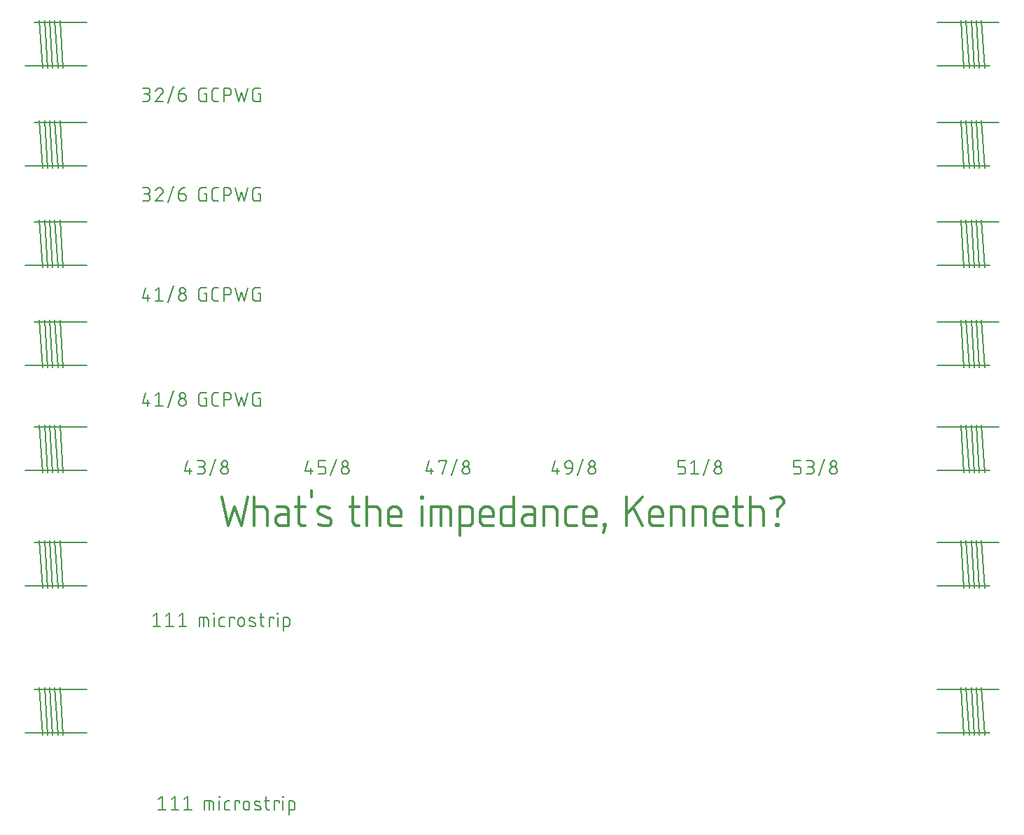
<source format=gto>
G04 EAGLE Gerber RS-274X export*
G75*
%MOMM*%
%FSLAX34Y34*%
%LPD*%
%INTop Silkscreen *%
%IPPOS*%
%AMOC8*
5,1,8,0,0,1.08239X$1,22.5*%
G01*
%ADD10C,0.152400*%
%ADD11C,0.304800*%
%ADD12C,0.127000*%


D10*
X51562Y864362D02*
X56078Y864362D01*
X56211Y864364D01*
X56343Y864370D01*
X56475Y864380D01*
X56607Y864393D01*
X56739Y864411D01*
X56869Y864432D01*
X57000Y864457D01*
X57129Y864486D01*
X57257Y864519D01*
X57385Y864555D01*
X57511Y864595D01*
X57636Y864639D01*
X57760Y864687D01*
X57882Y864738D01*
X58003Y864793D01*
X58122Y864851D01*
X58240Y864913D01*
X58355Y864978D01*
X58469Y865047D01*
X58580Y865118D01*
X58689Y865194D01*
X58796Y865272D01*
X58901Y865353D01*
X59003Y865438D01*
X59103Y865525D01*
X59200Y865615D01*
X59295Y865708D01*
X59386Y865804D01*
X59475Y865902D01*
X59561Y866003D01*
X59644Y866107D01*
X59724Y866213D01*
X59800Y866321D01*
X59874Y866431D01*
X59944Y866544D01*
X60011Y866658D01*
X60074Y866775D01*
X60134Y866893D01*
X60191Y867013D01*
X60244Y867135D01*
X60293Y867258D01*
X60339Y867382D01*
X60381Y867508D01*
X60419Y867635D01*
X60454Y867763D01*
X60485Y867892D01*
X60512Y868021D01*
X60535Y868152D01*
X60555Y868283D01*
X60570Y868415D01*
X60582Y868547D01*
X60590Y868679D01*
X60594Y868812D01*
X60594Y868944D01*
X60590Y869077D01*
X60582Y869209D01*
X60570Y869341D01*
X60555Y869473D01*
X60535Y869604D01*
X60512Y869735D01*
X60485Y869864D01*
X60454Y869993D01*
X60419Y870121D01*
X60381Y870248D01*
X60339Y870374D01*
X60293Y870498D01*
X60244Y870621D01*
X60191Y870743D01*
X60134Y870863D01*
X60074Y870981D01*
X60011Y871098D01*
X59944Y871212D01*
X59874Y871325D01*
X59800Y871435D01*
X59724Y871543D01*
X59644Y871649D01*
X59561Y871753D01*
X59475Y871854D01*
X59386Y871952D01*
X59295Y872048D01*
X59200Y872141D01*
X59103Y872231D01*
X59003Y872318D01*
X58901Y872403D01*
X58796Y872484D01*
X58689Y872562D01*
X58580Y872638D01*
X58469Y872709D01*
X58355Y872778D01*
X58240Y872843D01*
X58122Y872905D01*
X58003Y872963D01*
X57882Y873018D01*
X57760Y873069D01*
X57636Y873117D01*
X57511Y873161D01*
X57385Y873201D01*
X57257Y873237D01*
X57129Y873270D01*
X57000Y873299D01*
X56869Y873324D01*
X56739Y873345D01*
X56607Y873363D01*
X56475Y873376D01*
X56343Y873386D01*
X56211Y873392D01*
X56078Y873394D01*
X56981Y880618D02*
X51562Y880618D01*
X56981Y880618D02*
X57100Y880616D01*
X57220Y880610D01*
X57339Y880600D01*
X57457Y880586D01*
X57576Y880569D01*
X57693Y880547D01*
X57810Y880522D01*
X57925Y880492D01*
X58040Y880459D01*
X58154Y880422D01*
X58266Y880382D01*
X58377Y880337D01*
X58486Y880289D01*
X58594Y880238D01*
X58700Y880183D01*
X58804Y880124D01*
X58906Y880062D01*
X59006Y879997D01*
X59104Y879928D01*
X59200Y879856D01*
X59293Y879781D01*
X59383Y879704D01*
X59471Y879623D01*
X59556Y879539D01*
X59638Y879452D01*
X59718Y879363D01*
X59794Y879271D01*
X59868Y879177D01*
X59938Y879080D01*
X60005Y878982D01*
X60069Y878881D01*
X60129Y878777D01*
X60186Y878672D01*
X60239Y878565D01*
X60289Y878457D01*
X60335Y878347D01*
X60377Y878235D01*
X60416Y878122D01*
X60451Y878008D01*
X60482Y877893D01*
X60510Y877776D01*
X60533Y877659D01*
X60553Y877542D01*
X60569Y877423D01*
X60581Y877304D01*
X60589Y877185D01*
X60593Y877066D01*
X60593Y876946D01*
X60589Y876827D01*
X60581Y876708D01*
X60569Y876589D01*
X60553Y876470D01*
X60533Y876353D01*
X60510Y876236D01*
X60482Y876119D01*
X60451Y876004D01*
X60416Y875890D01*
X60377Y875777D01*
X60335Y875665D01*
X60289Y875555D01*
X60239Y875447D01*
X60186Y875340D01*
X60129Y875235D01*
X60069Y875131D01*
X60005Y875030D01*
X59938Y874932D01*
X59868Y874835D01*
X59794Y874741D01*
X59718Y874649D01*
X59638Y874560D01*
X59556Y874473D01*
X59471Y874389D01*
X59383Y874308D01*
X59293Y874231D01*
X59200Y874156D01*
X59104Y874084D01*
X59006Y874015D01*
X58906Y873950D01*
X58804Y873888D01*
X58700Y873829D01*
X58594Y873774D01*
X58486Y873723D01*
X58377Y873675D01*
X58266Y873630D01*
X58154Y873590D01*
X58040Y873553D01*
X57925Y873520D01*
X57810Y873490D01*
X57693Y873465D01*
X57576Y873443D01*
X57457Y873426D01*
X57339Y873412D01*
X57220Y873402D01*
X57100Y873396D01*
X56981Y873394D01*
X56981Y873393D02*
X53368Y873393D01*
X72160Y880618D02*
X72285Y880616D01*
X72410Y880610D01*
X72535Y880601D01*
X72659Y880587D01*
X72783Y880570D01*
X72907Y880549D01*
X73029Y880524D01*
X73151Y880495D01*
X73272Y880463D01*
X73392Y880427D01*
X73511Y880387D01*
X73628Y880344D01*
X73744Y880297D01*
X73859Y880246D01*
X73971Y880192D01*
X74083Y880134D01*
X74192Y880074D01*
X74299Y880009D01*
X74405Y879942D01*
X74508Y879871D01*
X74609Y879797D01*
X74708Y879720D01*
X74804Y879640D01*
X74898Y879557D01*
X74989Y879472D01*
X75078Y879383D01*
X75163Y879292D01*
X75246Y879198D01*
X75326Y879102D01*
X75403Y879003D01*
X75477Y878902D01*
X75548Y878799D01*
X75615Y878693D01*
X75680Y878586D01*
X75740Y878477D01*
X75798Y878365D01*
X75852Y878253D01*
X75903Y878138D01*
X75950Y878022D01*
X75993Y877905D01*
X76033Y877786D01*
X76069Y877666D01*
X76101Y877545D01*
X76130Y877423D01*
X76155Y877301D01*
X76176Y877177D01*
X76193Y877053D01*
X76207Y876929D01*
X76216Y876804D01*
X76222Y876679D01*
X76224Y876554D01*
X72160Y880618D02*
X72017Y880616D01*
X71875Y880610D01*
X71732Y880600D01*
X71590Y880587D01*
X71449Y880569D01*
X71307Y880548D01*
X71167Y880523D01*
X71027Y880494D01*
X70888Y880461D01*
X70750Y880424D01*
X70613Y880384D01*
X70478Y880340D01*
X70343Y880292D01*
X70210Y880240D01*
X70078Y880185D01*
X69948Y880126D01*
X69820Y880064D01*
X69693Y879998D01*
X69568Y879929D01*
X69445Y879857D01*
X69325Y879781D01*
X69206Y879702D01*
X69089Y879619D01*
X68975Y879534D01*
X68863Y879445D01*
X68754Y879354D01*
X68647Y879259D01*
X68542Y879162D01*
X68441Y879061D01*
X68342Y878958D01*
X68246Y878853D01*
X68153Y878744D01*
X68063Y878633D01*
X67976Y878520D01*
X67892Y878405D01*
X67812Y878287D01*
X67734Y878167D01*
X67660Y878045D01*
X67590Y877921D01*
X67522Y877795D01*
X67459Y877667D01*
X67398Y877538D01*
X67341Y877407D01*
X67288Y877275D01*
X67239Y877141D01*
X67193Y877006D01*
X74869Y873393D02*
X74963Y873485D01*
X75053Y873579D01*
X75141Y873676D01*
X75226Y873776D01*
X75308Y873878D01*
X75387Y873983D01*
X75462Y874090D01*
X75534Y874199D01*
X75603Y874310D01*
X75669Y874424D01*
X75731Y874539D01*
X75790Y874656D01*
X75845Y874775D01*
X75896Y874895D01*
X75944Y875017D01*
X75989Y875140D01*
X76029Y875264D01*
X76066Y875390D01*
X76099Y875517D01*
X76128Y875644D01*
X76154Y875773D01*
X76175Y875902D01*
X76193Y876032D01*
X76206Y876162D01*
X76216Y876292D01*
X76222Y876423D01*
X76224Y876554D01*
X74870Y873393D02*
X67193Y864362D01*
X76224Y864362D01*
X82164Y862556D02*
X89389Y882424D01*
X95329Y873393D02*
X100748Y873393D01*
X100866Y873391D01*
X100984Y873385D01*
X101102Y873376D01*
X101219Y873362D01*
X101336Y873345D01*
X101453Y873324D01*
X101568Y873299D01*
X101683Y873270D01*
X101797Y873237D01*
X101909Y873201D01*
X102020Y873161D01*
X102130Y873118D01*
X102239Y873071D01*
X102346Y873021D01*
X102451Y872966D01*
X102554Y872909D01*
X102655Y872848D01*
X102755Y872784D01*
X102852Y872717D01*
X102947Y872647D01*
X103039Y872573D01*
X103130Y872497D01*
X103217Y872417D01*
X103302Y872335D01*
X103384Y872250D01*
X103464Y872163D01*
X103540Y872072D01*
X103614Y871980D01*
X103684Y871885D01*
X103751Y871788D01*
X103815Y871688D01*
X103876Y871587D01*
X103933Y871484D01*
X103988Y871379D01*
X104038Y871272D01*
X104085Y871163D01*
X104128Y871053D01*
X104168Y870942D01*
X104204Y870830D01*
X104237Y870716D01*
X104266Y870601D01*
X104291Y870486D01*
X104312Y870369D01*
X104329Y870252D01*
X104343Y870135D01*
X104352Y870017D01*
X104358Y869899D01*
X104360Y869781D01*
X104360Y868878D01*
X104361Y868878D02*
X104359Y868745D01*
X104353Y868613D01*
X104343Y868481D01*
X104330Y868349D01*
X104312Y868217D01*
X104291Y868087D01*
X104266Y867956D01*
X104237Y867827D01*
X104204Y867699D01*
X104168Y867571D01*
X104128Y867445D01*
X104084Y867320D01*
X104036Y867196D01*
X103985Y867074D01*
X103930Y866953D01*
X103872Y866834D01*
X103810Y866716D01*
X103745Y866601D01*
X103676Y866487D01*
X103605Y866376D01*
X103529Y866267D01*
X103451Y866160D01*
X103370Y866055D01*
X103285Y865953D01*
X103198Y865853D01*
X103108Y865756D01*
X103015Y865661D01*
X102919Y865570D01*
X102821Y865481D01*
X102720Y865395D01*
X102616Y865312D01*
X102510Y865232D01*
X102402Y865156D01*
X102292Y865082D01*
X102179Y865012D01*
X102065Y864945D01*
X101948Y864882D01*
X101830Y864822D01*
X101710Y864765D01*
X101588Y864712D01*
X101465Y864663D01*
X101341Y864617D01*
X101215Y864575D01*
X101088Y864537D01*
X100960Y864502D01*
X100831Y864471D01*
X100702Y864444D01*
X100571Y864421D01*
X100440Y864401D01*
X100308Y864386D01*
X100176Y864374D01*
X100044Y864366D01*
X99911Y864362D01*
X99779Y864362D01*
X99646Y864366D01*
X99514Y864374D01*
X99382Y864386D01*
X99250Y864401D01*
X99119Y864421D01*
X98988Y864444D01*
X98859Y864471D01*
X98730Y864502D01*
X98602Y864537D01*
X98475Y864575D01*
X98349Y864617D01*
X98225Y864663D01*
X98102Y864712D01*
X97980Y864765D01*
X97860Y864822D01*
X97742Y864882D01*
X97625Y864945D01*
X97511Y865012D01*
X97398Y865082D01*
X97288Y865156D01*
X97180Y865232D01*
X97074Y865312D01*
X96970Y865395D01*
X96869Y865481D01*
X96771Y865570D01*
X96675Y865661D01*
X96582Y865756D01*
X96492Y865853D01*
X96405Y865953D01*
X96320Y866055D01*
X96239Y866160D01*
X96161Y866267D01*
X96085Y866376D01*
X96014Y866487D01*
X95945Y866601D01*
X95880Y866716D01*
X95818Y866834D01*
X95760Y866953D01*
X95705Y867074D01*
X95654Y867196D01*
X95606Y867320D01*
X95562Y867445D01*
X95522Y867571D01*
X95486Y867699D01*
X95453Y867827D01*
X95424Y867956D01*
X95399Y868087D01*
X95378Y868217D01*
X95360Y868349D01*
X95347Y868481D01*
X95337Y868613D01*
X95331Y868745D01*
X95329Y868878D01*
X95329Y873393D01*
X95331Y873570D01*
X95338Y873748D01*
X95349Y873925D01*
X95364Y874101D01*
X95383Y874277D01*
X95407Y874453D01*
X95435Y874628D01*
X95468Y874803D01*
X95505Y874976D01*
X95546Y875149D01*
X95591Y875320D01*
X95640Y875490D01*
X95694Y875659D01*
X95751Y875827D01*
X95813Y875993D01*
X95879Y876158D01*
X95949Y876321D01*
X96023Y876482D01*
X96100Y876641D01*
X96182Y876799D01*
X96268Y876954D01*
X96357Y877107D01*
X96450Y877258D01*
X96547Y877407D01*
X96647Y877553D01*
X96751Y877697D01*
X96858Y877838D01*
X96969Y877976D01*
X97083Y878112D01*
X97201Y878245D01*
X97321Y878375D01*
X97445Y878502D01*
X97572Y878626D01*
X97702Y878746D01*
X97835Y878864D01*
X97970Y878978D01*
X98109Y879089D01*
X98250Y879196D01*
X98394Y879300D01*
X98540Y879400D01*
X98689Y879497D01*
X98840Y879590D01*
X98993Y879679D01*
X99148Y879765D01*
X99306Y879847D01*
X99465Y879924D01*
X99626Y879998D01*
X99789Y880068D01*
X99954Y880134D01*
X100120Y880196D01*
X100288Y880253D01*
X100457Y880307D01*
X100627Y880356D01*
X100798Y880401D01*
X100971Y880442D01*
X101144Y880479D01*
X101319Y880512D01*
X101494Y880540D01*
X101670Y880564D01*
X101846Y880583D01*
X102022Y880598D01*
X102199Y880609D01*
X102377Y880616D01*
X102554Y880618D01*
X126140Y873393D02*
X128849Y873393D01*
X128849Y864362D01*
X123431Y864362D01*
X123313Y864364D01*
X123195Y864370D01*
X123077Y864379D01*
X122960Y864393D01*
X122843Y864410D01*
X122726Y864431D01*
X122611Y864456D01*
X122496Y864485D01*
X122382Y864518D01*
X122270Y864554D01*
X122159Y864594D01*
X122049Y864637D01*
X121940Y864684D01*
X121833Y864734D01*
X121728Y864789D01*
X121625Y864846D01*
X121524Y864907D01*
X121424Y864971D01*
X121327Y865038D01*
X121232Y865108D01*
X121140Y865182D01*
X121049Y865258D01*
X120962Y865338D01*
X120877Y865420D01*
X120795Y865505D01*
X120715Y865592D01*
X120639Y865683D01*
X120565Y865775D01*
X120495Y865870D01*
X120428Y865967D01*
X120364Y866067D01*
X120303Y866168D01*
X120246Y866271D01*
X120191Y866376D01*
X120141Y866483D01*
X120094Y866592D01*
X120051Y866702D01*
X120011Y866813D01*
X119975Y866925D01*
X119942Y867039D01*
X119913Y867154D01*
X119888Y867269D01*
X119867Y867386D01*
X119850Y867503D01*
X119836Y867620D01*
X119827Y867738D01*
X119821Y867856D01*
X119819Y867974D01*
X119818Y867974D02*
X119818Y877006D01*
X119819Y877006D02*
X119821Y877124D01*
X119827Y877242D01*
X119836Y877360D01*
X119850Y877477D01*
X119867Y877594D01*
X119888Y877711D01*
X119913Y877826D01*
X119942Y877941D01*
X119975Y878055D01*
X120011Y878167D01*
X120051Y878278D01*
X120094Y878388D01*
X120141Y878497D01*
X120191Y878604D01*
X120245Y878709D01*
X120303Y878812D01*
X120364Y878913D01*
X120428Y879013D01*
X120495Y879110D01*
X120565Y879205D01*
X120639Y879297D01*
X120715Y879388D01*
X120795Y879475D01*
X120877Y879560D01*
X120962Y879642D01*
X121049Y879722D01*
X121140Y879798D01*
X121232Y879872D01*
X121327Y879942D01*
X121424Y880009D01*
X121524Y880073D01*
X121625Y880134D01*
X121728Y880191D01*
X121833Y880245D01*
X121940Y880296D01*
X122049Y880343D01*
X122159Y880386D01*
X122270Y880426D01*
X122382Y880462D01*
X122496Y880495D01*
X122611Y880524D01*
X122726Y880549D01*
X122843Y880570D01*
X122960Y880587D01*
X123077Y880601D01*
X123195Y880610D01*
X123313Y880616D01*
X123431Y880618D01*
X128849Y880618D01*
X139544Y864362D02*
X143156Y864362D01*
X139544Y864362D02*
X139426Y864364D01*
X139308Y864370D01*
X139190Y864379D01*
X139073Y864393D01*
X138956Y864410D01*
X138839Y864431D01*
X138724Y864456D01*
X138609Y864485D01*
X138495Y864518D01*
X138383Y864554D01*
X138272Y864594D01*
X138162Y864637D01*
X138053Y864684D01*
X137946Y864734D01*
X137841Y864789D01*
X137738Y864846D01*
X137637Y864907D01*
X137537Y864971D01*
X137440Y865038D01*
X137345Y865108D01*
X137253Y865182D01*
X137162Y865258D01*
X137075Y865338D01*
X136990Y865420D01*
X136908Y865505D01*
X136828Y865592D01*
X136752Y865683D01*
X136678Y865775D01*
X136608Y865870D01*
X136541Y865967D01*
X136477Y866067D01*
X136416Y866168D01*
X136359Y866271D01*
X136304Y866376D01*
X136254Y866483D01*
X136207Y866592D01*
X136164Y866702D01*
X136124Y866813D01*
X136088Y866925D01*
X136055Y867039D01*
X136026Y867154D01*
X136001Y867269D01*
X135980Y867386D01*
X135963Y867503D01*
X135949Y867620D01*
X135940Y867738D01*
X135934Y867856D01*
X135932Y867974D01*
X135931Y867974D02*
X135931Y877006D01*
X135932Y877006D02*
X135934Y877124D01*
X135940Y877242D01*
X135949Y877360D01*
X135963Y877477D01*
X135980Y877594D01*
X136001Y877711D01*
X136026Y877826D01*
X136055Y877941D01*
X136088Y878055D01*
X136124Y878167D01*
X136164Y878278D01*
X136207Y878388D01*
X136254Y878497D01*
X136304Y878604D01*
X136358Y878709D01*
X136416Y878812D01*
X136477Y878913D01*
X136541Y879013D01*
X136608Y879110D01*
X136678Y879205D01*
X136752Y879297D01*
X136828Y879388D01*
X136908Y879475D01*
X136990Y879560D01*
X137075Y879642D01*
X137162Y879722D01*
X137253Y879798D01*
X137345Y879872D01*
X137440Y879942D01*
X137537Y880009D01*
X137637Y880073D01*
X137738Y880134D01*
X137841Y880191D01*
X137946Y880245D01*
X138053Y880296D01*
X138162Y880343D01*
X138272Y880386D01*
X138383Y880426D01*
X138495Y880462D01*
X138609Y880495D01*
X138724Y880524D01*
X138839Y880549D01*
X138956Y880570D01*
X139073Y880587D01*
X139190Y880601D01*
X139308Y880610D01*
X139426Y880616D01*
X139544Y880618D01*
X143156Y880618D01*
X149729Y880618D02*
X149729Y864362D01*
X149729Y880618D02*
X154244Y880618D01*
X154377Y880616D01*
X154509Y880610D01*
X154641Y880600D01*
X154773Y880587D01*
X154905Y880569D01*
X155035Y880548D01*
X155166Y880523D01*
X155295Y880494D01*
X155423Y880461D01*
X155551Y880425D01*
X155677Y880385D01*
X155802Y880341D01*
X155926Y880293D01*
X156048Y880242D01*
X156169Y880187D01*
X156288Y880129D01*
X156406Y880067D01*
X156521Y880002D01*
X156635Y879933D01*
X156746Y879862D01*
X156855Y879786D01*
X156962Y879708D01*
X157067Y879627D01*
X157169Y879542D01*
X157269Y879455D01*
X157366Y879365D01*
X157461Y879272D01*
X157552Y879176D01*
X157641Y879078D01*
X157727Y878977D01*
X157810Y878873D01*
X157890Y878767D01*
X157966Y878659D01*
X158040Y878549D01*
X158110Y878436D01*
X158177Y878322D01*
X158240Y878205D01*
X158300Y878087D01*
X158357Y877967D01*
X158410Y877845D01*
X158459Y877722D01*
X158505Y877598D01*
X158547Y877472D01*
X158585Y877345D01*
X158620Y877217D01*
X158651Y877088D01*
X158678Y876959D01*
X158701Y876828D01*
X158721Y876697D01*
X158736Y876565D01*
X158748Y876433D01*
X158756Y876301D01*
X158760Y876168D01*
X158760Y876036D01*
X158756Y875903D01*
X158748Y875771D01*
X158736Y875639D01*
X158721Y875507D01*
X158701Y875376D01*
X158678Y875245D01*
X158651Y875116D01*
X158620Y874987D01*
X158585Y874859D01*
X158547Y874732D01*
X158505Y874606D01*
X158459Y874482D01*
X158410Y874359D01*
X158357Y874237D01*
X158300Y874117D01*
X158240Y873999D01*
X158177Y873882D01*
X158110Y873768D01*
X158040Y873655D01*
X157966Y873545D01*
X157890Y873437D01*
X157810Y873331D01*
X157727Y873227D01*
X157641Y873126D01*
X157552Y873028D01*
X157461Y872932D01*
X157366Y872839D01*
X157269Y872749D01*
X157169Y872662D01*
X157067Y872577D01*
X156962Y872496D01*
X156855Y872418D01*
X156746Y872342D01*
X156635Y872271D01*
X156521Y872202D01*
X156406Y872137D01*
X156288Y872075D01*
X156169Y872017D01*
X156048Y871962D01*
X155926Y871911D01*
X155802Y871863D01*
X155677Y871819D01*
X155551Y871779D01*
X155423Y871743D01*
X155295Y871710D01*
X155166Y871681D01*
X155035Y871656D01*
X154905Y871635D01*
X154773Y871617D01*
X154641Y871604D01*
X154509Y871594D01*
X154377Y871588D01*
X154244Y871586D01*
X154244Y871587D02*
X149729Y871587D01*
X164003Y880618D02*
X167615Y864362D01*
X171228Y875199D01*
X174840Y864362D01*
X178452Y880618D01*
X191270Y873393D02*
X193980Y873393D01*
X193980Y864362D01*
X188561Y864362D01*
X188443Y864364D01*
X188325Y864370D01*
X188207Y864379D01*
X188090Y864393D01*
X187973Y864410D01*
X187856Y864431D01*
X187741Y864456D01*
X187626Y864485D01*
X187512Y864518D01*
X187400Y864554D01*
X187289Y864594D01*
X187179Y864637D01*
X187070Y864684D01*
X186963Y864734D01*
X186858Y864789D01*
X186755Y864846D01*
X186654Y864907D01*
X186554Y864971D01*
X186457Y865038D01*
X186362Y865108D01*
X186270Y865182D01*
X186179Y865258D01*
X186092Y865338D01*
X186007Y865420D01*
X185925Y865505D01*
X185845Y865592D01*
X185769Y865683D01*
X185695Y865775D01*
X185625Y865870D01*
X185558Y865967D01*
X185494Y866067D01*
X185433Y866168D01*
X185376Y866271D01*
X185321Y866376D01*
X185271Y866483D01*
X185224Y866592D01*
X185181Y866702D01*
X185141Y866813D01*
X185105Y866925D01*
X185072Y867039D01*
X185043Y867154D01*
X185018Y867269D01*
X184997Y867386D01*
X184980Y867503D01*
X184966Y867620D01*
X184957Y867738D01*
X184951Y867856D01*
X184949Y867974D01*
X184948Y867974D02*
X184948Y877006D01*
X184949Y877006D02*
X184951Y877124D01*
X184957Y877242D01*
X184966Y877360D01*
X184980Y877477D01*
X184997Y877594D01*
X185018Y877711D01*
X185043Y877826D01*
X185072Y877941D01*
X185105Y878055D01*
X185141Y878167D01*
X185181Y878278D01*
X185224Y878388D01*
X185271Y878497D01*
X185321Y878604D01*
X185375Y878709D01*
X185433Y878812D01*
X185494Y878913D01*
X185558Y879013D01*
X185625Y879110D01*
X185695Y879205D01*
X185769Y879297D01*
X185845Y879388D01*
X185925Y879475D01*
X186007Y879560D01*
X186092Y879642D01*
X186179Y879722D01*
X186270Y879798D01*
X186362Y879872D01*
X186457Y879942D01*
X186554Y880009D01*
X186654Y880073D01*
X186755Y880134D01*
X186858Y880191D01*
X186963Y880245D01*
X187070Y880296D01*
X187179Y880343D01*
X187289Y880386D01*
X187400Y880426D01*
X187512Y880462D01*
X187626Y880495D01*
X187741Y880524D01*
X187856Y880549D01*
X187973Y880570D01*
X188090Y880587D01*
X188207Y880601D01*
X188325Y880610D01*
X188443Y880616D01*
X188561Y880618D01*
X193980Y880618D01*
X56078Y743712D02*
X51562Y743712D01*
X56078Y743712D02*
X56211Y743714D01*
X56343Y743720D01*
X56475Y743730D01*
X56607Y743743D01*
X56739Y743761D01*
X56869Y743782D01*
X57000Y743807D01*
X57129Y743836D01*
X57257Y743869D01*
X57385Y743905D01*
X57511Y743945D01*
X57636Y743989D01*
X57760Y744037D01*
X57882Y744088D01*
X58003Y744143D01*
X58122Y744201D01*
X58240Y744263D01*
X58355Y744328D01*
X58469Y744397D01*
X58580Y744468D01*
X58689Y744544D01*
X58796Y744622D01*
X58901Y744703D01*
X59003Y744788D01*
X59103Y744875D01*
X59200Y744965D01*
X59295Y745058D01*
X59386Y745154D01*
X59475Y745252D01*
X59561Y745353D01*
X59644Y745457D01*
X59724Y745563D01*
X59800Y745671D01*
X59874Y745781D01*
X59944Y745894D01*
X60011Y746008D01*
X60074Y746125D01*
X60134Y746243D01*
X60191Y746363D01*
X60244Y746485D01*
X60293Y746608D01*
X60339Y746732D01*
X60381Y746858D01*
X60419Y746985D01*
X60454Y747113D01*
X60485Y747242D01*
X60512Y747371D01*
X60535Y747502D01*
X60555Y747633D01*
X60570Y747765D01*
X60582Y747897D01*
X60590Y748029D01*
X60594Y748162D01*
X60594Y748294D01*
X60590Y748427D01*
X60582Y748559D01*
X60570Y748691D01*
X60555Y748823D01*
X60535Y748954D01*
X60512Y749085D01*
X60485Y749214D01*
X60454Y749343D01*
X60419Y749471D01*
X60381Y749598D01*
X60339Y749724D01*
X60293Y749848D01*
X60244Y749971D01*
X60191Y750093D01*
X60134Y750213D01*
X60074Y750331D01*
X60011Y750448D01*
X59944Y750562D01*
X59874Y750675D01*
X59800Y750785D01*
X59724Y750893D01*
X59644Y750999D01*
X59561Y751103D01*
X59475Y751204D01*
X59386Y751302D01*
X59295Y751398D01*
X59200Y751491D01*
X59103Y751581D01*
X59003Y751668D01*
X58901Y751753D01*
X58796Y751834D01*
X58689Y751912D01*
X58580Y751988D01*
X58469Y752059D01*
X58355Y752128D01*
X58240Y752193D01*
X58122Y752255D01*
X58003Y752313D01*
X57882Y752368D01*
X57760Y752419D01*
X57636Y752467D01*
X57511Y752511D01*
X57385Y752551D01*
X57257Y752587D01*
X57129Y752620D01*
X57000Y752649D01*
X56869Y752674D01*
X56739Y752695D01*
X56607Y752713D01*
X56475Y752726D01*
X56343Y752736D01*
X56211Y752742D01*
X56078Y752744D01*
X56981Y759968D02*
X51562Y759968D01*
X56981Y759968D02*
X57100Y759966D01*
X57220Y759960D01*
X57339Y759950D01*
X57457Y759936D01*
X57576Y759919D01*
X57693Y759897D01*
X57810Y759872D01*
X57925Y759842D01*
X58040Y759809D01*
X58154Y759772D01*
X58266Y759732D01*
X58377Y759687D01*
X58486Y759639D01*
X58594Y759588D01*
X58700Y759533D01*
X58804Y759474D01*
X58906Y759412D01*
X59006Y759347D01*
X59104Y759278D01*
X59200Y759206D01*
X59293Y759131D01*
X59383Y759054D01*
X59471Y758973D01*
X59556Y758889D01*
X59638Y758802D01*
X59718Y758713D01*
X59794Y758621D01*
X59868Y758527D01*
X59938Y758430D01*
X60005Y758332D01*
X60069Y758231D01*
X60129Y758127D01*
X60186Y758022D01*
X60239Y757915D01*
X60289Y757807D01*
X60335Y757697D01*
X60377Y757585D01*
X60416Y757472D01*
X60451Y757358D01*
X60482Y757243D01*
X60510Y757126D01*
X60533Y757009D01*
X60553Y756892D01*
X60569Y756773D01*
X60581Y756654D01*
X60589Y756535D01*
X60593Y756416D01*
X60593Y756296D01*
X60589Y756177D01*
X60581Y756058D01*
X60569Y755939D01*
X60553Y755820D01*
X60533Y755703D01*
X60510Y755586D01*
X60482Y755469D01*
X60451Y755354D01*
X60416Y755240D01*
X60377Y755127D01*
X60335Y755015D01*
X60289Y754905D01*
X60239Y754797D01*
X60186Y754690D01*
X60129Y754585D01*
X60069Y754481D01*
X60005Y754380D01*
X59938Y754282D01*
X59868Y754185D01*
X59794Y754091D01*
X59718Y753999D01*
X59638Y753910D01*
X59556Y753823D01*
X59471Y753739D01*
X59383Y753658D01*
X59293Y753581D01*
X59200Y753506D01*
X59104Y753434D01*
X59006Y753365D01*
X58906Y753300D01*
X58804Y753238D01*
X58700Y753179D01*
X58594Y753124D01*
X58486Y753073D01*
X58377Y753025D01*
X58266Y752980D01*
X58154Y752940D01*
X58040Y752903D01*
X57925Y752870D01*
X57810Y752840D01*
X57693Y752815D01*
X57576Y752793D01*
X57457Y752776D01*
X57339Y752762D01*
X57220Y752752D01*
X57100Y752746D01*
X56981Y752744D01*
X56981Y752743D02*
X53368Y752743D01*
X72160Y759968D02*
X72285Y759966D01*
X72410Y759960D01*
X72535Y759951D01*
X72659Y759937D01*
X72783Y759920D01*
X72907Y759899D01*
X73029Y759874D01*
X73151Y759845D01*
X73272Y759813D01*
X73392Y759777D01*
X73511Y759737D01*
X73628Y759694D01*
X73744Y759647D01*
X73859Y759596D01*
X73971Y759542D01*
X74083Y759484D01*
X74192Y759424D01*
X74299Y759359D01*
X74405Y759292D01*
X74508Y759221D01*
X74609Y759147D01*
X74708Y759070D01*
X74804Y758990D01*
X74898Y758907D01*
X74989Y758822D01*
X75078Y758733D01*
X75163Y758642D01*
X75246Y758548D01*
X75326Y758452D01*
X75403Y758353D01*
X75477Y758252D01*
X75548Y758149D01*
X75615Y758043D01*
X75680Y757936D01*
X75740Y757827D01*
X75798Y757715D01*
X75852Y757603D01*
X75903Y757488D01*
X75950Y757372D01*
X75993Y757255D01*
X76033Y757136D01*
X76069Y757016D01*
X76101Y756895D01*
X76130Y756773D01*
X76155Y756651D01*
X76176Y756527D01*
X76193Y756403D01*
X76207Y756279D01*
X76216Y756154D01*
X76222Y756029D01*
X76224Y755904D01*
X72160Y759968D02*
X72017Y759966D01*
X71875Y759960D01*
X71732Y759950D01*
X71590Y759937D01*
X71449Y759919D01*
X71307Y759898D01*
X71167Y759873D01*
X71027Y759844D01*
X70888Y759811D01*
X70750Y759774D01*
X70613Y759734D01*
X70478Y759690D01*
X70343Y759642D01*
X70210Y759590D01*
X70078Y759535D01*
X69948Y759476D01*
X69820Y759414D01*
X69693Y759348D01*
X69568Y759279D01*
X69445Y759207D01*
X69325Y759131D01*
X69206Y759052D01*
X69089Y758969D01*
X68975Y758884D01*
X68863Y758795D01*
X68754Y758704D01*
X68647Y758609D01*
X68542Y758512D01*
X68441Y758411D01*
X68342Y758308D01*
X68246Y758203D01*
X68153Y758094D01*
X68063Y757983D01*
X67976Y757870D01*
X67892Y757755D01*
X67812Y757637D01*
X67734Y757517D01*
X67660Y757395D01*
X67590Y757271D01*
X67522Y757145D01*
X67459Y757017D01*
X67398Y756888D01*
X67341Y756757D01*
X67288Y756625D01*
X67239Y756491D01*
X67193Y756356D01*
X74869Y752743D02*
X74963Y752835D01*
X75053Y752929D01*
X75141Y753026D01*
X75226Y753126D01*
X75308Y753228D01*
X75387Y753333D01*
X75462Y753440D01*
X75534Y753549D01*
X75603Y753660D01*
X75669Y753774D01*
X75731Y753889D01*
X75790Y754006D01*
X75845Y754125D01*
X75896Y754245D01*
X75944Y754367D01*
X75989Y754490D01*
X76029Y754614D01*
X76066Y754740D01*
X76099Y754867D01*
X76128Y754994D01*
X76154Y755123D01*
X76175Y755252D01*
X76193Y755382D01*
X76206Y755512D01*
X76216Y755642D01*
X76222Y755773D01*
X76224Y755904D01*
X74870Y752743D02*
X67193Y743712D01*
X76224Y743712D01*
X82164Y741906D02*
X89389Y761774D01*
X95329Y752743D02*
X100748Y752743D01*
X100866Y752741D01*
X100984Y752735D01*
X101102Y752726D01*
X101219Y752712D01*
X101336Y752695D01*
X101453Y752674D01*
X101568Y752649D01*
X101683Y752620D01*
X101797Y752587D01*
X101909Y752551D01*
X102020Y752511D01*
X102130Y752468D01*
X102239Y752421D01*
X102346Y752371D01*
X102451Y752316D01*
X102554Y752259D01*
X102655Y752198D01*
X102755Y752134D01*
X102852Y752067D01*
X102947Y751997D01*
X103039Y751923D01*
X103130Y751847D01*
X103217Y751767D01*
X103302Y751685D01*
X103384Y751600D01*
X103464Y751513D01*
X103540Y751422D01*
X103614Y751330D01*
X103684Y751235D01*
X103751Y751138D01*
X103815Y751038D01*
X103876Y750937D01*
X103933Y750834D01*
X103988Y750729D01*
X104038Y750622D01*
X104085Y750513D01*
X104128Y750403D01*
X104168Y750292D01*
X104204Y750180D01*
X104237Y750066D01*
X104266Y749951D01*
X104291Y749836D01*
X104312Y749719D01*
X104329Y749602D01*
X104343Y749485D01*
X104352Y749367D01*
X104358Y749249D01*
X104360Y749131D01*
X104360Y748228D01*
X104361Y748228D02*
X104359Y748095D01*
X104353Y747963D01*
X104343Y747831D01*
X104330Y747699D01*
X104312Y747567D01*
X104291Y747437D01*
X104266Y747306D01*
X104237Y747177D01*
X104204Y747049D01*
X104168Y746921D01*
X104128Y746795D01*
X104084Y746670D01*
X104036Y746546D01*
X103985Y746424D01*
X103930Y746303D01*
X103872Y746184D01*
X103810Y746066D01*
X103745Y745951D01*
X103676Y745837D01*
X103605Y745726D01*
X103529Y745617D01*
X103451Y745510D01*
X103370Y745405D01*
X103285Y745303D01*
X103198Y745203D01*
X103108Y745106D01*
X103015Y745011D01*
X102919Y744920D01*
X102821Y744831D01*
X102720Y744745D01*
X102616Y744662D01*
X102510Y744582D01*
X102402Y744506D01*
X102292Y744432D01*
X102179Y744362D01*
X102065Y744295D01*
X101948Y744232D01*
X101830Y744172D01*
X101710Y744115D01*
X101588Y744062D01*
X101465Y744013D01*
X101341Y743967D01*
X101215Y743925D01*
X101088Y743887D01*
X100960Y743852D01*
X100831Y743821D01*
X100702Y743794D01*
X100571Y743771D01*
X100440Y743751D01*
X100308Y743736D01*
X100176Y743724D01*
X100044Y743716D01*
X99911Y743712D01*
X99779Y743712D01*
X99646Y743716D01*
X99514Y743724D01*
X99382Y743736D01*
X99250Y743751D01*
X99119Y743771D01*
X98988Y743794D01*
X98859Y743821D01*
X98730Y743852D01*
X98602Y743887D01*
X98475Y743925D01*
X98349Y743967D01*
X98225Y744013D01*
X98102Y744062D01*
X97980Y744115D01*
X97860Y744172D01*
X97742Y744232D01*
X97625Y744295D01*
X97511Y744362D01*
X97398Y744432D01*
X97288Y744506D01*
X97180Y744582D01*
X97074Y744662D01*
X96970Y744745D01*
X96869Y744831D01*
X96771Y744920D01*
X96675Y745011D01*
X96582Y745106D01*
X96492Y745203D01*
X96405Y745303D01*
X96320Y745405D01*
X96239Y745510D01*
X96161Y745617D01*
X96085Y745726D01*
X96014Y745837D01*
X95945Y745951D01*
X95880Y746066D01*
X95818Y746184D01*
X95760Y746303D01*
X95705Y746424D01*
X95654Y746546D01*
X95606Y746670D01*
X95562Y746795D01*
X95522Y746921D01*
X95486Y747049D01*
X95453Y747177D01*
X95424Y747306D01*
X95399Y747437D01*
X95378Y747567D01*
X95360Y747699D01*
X95347Y747831D01*
X95337Y747963D01*
X95331Y748095D01*
X95329Y748228D01*
X95329Y752743D01*
X95331Y752920D01*
X95338Y753098D01*
X95349Y753275D01*
X95364Y753451D01*
X95383Y753627D01*
X95407Y753803D01*
X95435Y753978D01*
X95468Y754153D01*
X95505Y754326D01*
X95546Y754499D01*
X95591Y754670D01*
X95640Y754840D01*
X95694Y755009D01*
X95751Y755177D01*
X95813Y755343D01*
X95879Y755508D01*
X95949Y755671D01*
X96023Y755832D01*
X96100Y755991D01*
X96182Y756149D01*
X96268Y756304D01*
X96357Y756457D01*
X96450Y756608D01*
X96547Y756757D01*
X96647Y756903D01*
X96751Y757047D01*
X96858Y757188D01*
X96969Y757326D01*
X97083Y757462D01*
X97201Y757595D01*
X97321Y757725D01*
X97445Y757852D01*
X97572Y757976D01*
X97702Y758096D01*
X97835Y758214D01*
X97970Y758328D01*
X98109Y758439D01*
X98250Y758546D01*
X98394Y758650D01*
X98540Y758750D01*
X98689Y758847D01*
X98840Y758940D01*
X98993Y759029D01*
X99148Y759115D01*
X99306Y759197D01*
X99465Y759274D01*
X99626Y759348D01*
X99789Y759418D01*
X99954Y759484D01*
X100120Y759546D01*
X100288Y759603D01*
X100457Y759657D01*
X100627Y759706D01*
X100798Y759751D01*
X100971Y759792D01*
X101144Y759829D01*
X101319Y759862D01*
X101494Y759890D01*
X101670Y759914D01*
X101846Y759933D01*
X102022Y759948D01*
X102199Y759959D01*
X102377Y759966D01*
X102554Y759968D01*
X126140Y752743D02*
X128849Y752743D01*
X128849Y743712D01*
X123431Y743712D01*
X123313Y743714D01*
X123195Y743720D01*
X123077Y743729D01*
X122960Y743743D01*
X122843Y743760D01*
X122726Y743781D01*
X122611Y743806D01*
X122496Y743835D01*
X122382Y743868D01*
X122270Y743904D01*
X122159Y743944D01*
X122049Y743987D01*
X121940Y744034D01*
X121833Y744084D01*
X121728Y744139D01*
X121625Y744196D01*
X121524Y744257D01*
X121424Y744321D01*
X121327Y744388D01*
X121232Y744458D01*
X121140Y744532D01*
X121049Y744608D01*
X120962Y744688D01*
X120877Y744770D01*
X120795Y744855D01*
X120715Y744942D01*
X120639Y745033D01*
X120565Y745125D01*
X120495Y745220D01*
X120428Y745317D01*
X120364Y745417D01*
X120303Y745518D01*
X120246Y745621D01*
X120191Y745726D01*
X120141Y745833D01*
X120094Y745942D01*
X120051Y746052D01*
X120011Y746163D01*
X119975Y746275D01*
X119942Y746389D01*
X119913Y746504D01*
X119888Y746619D01*
X119867Y746736D01*
X119850Y746853D01*
X119836Y746970D01*
X119827Y747088D01*
X119821Y747206D01*
X119819Y747324D01*
X119818Y747324D02*
X119818Y756356D01*
X119819Y756356D02*
X119821Y756474D01*
X119827Y756592D01*
X119836Y756710D01*
X119850Y756827D01*
X119867Y756944D01*
X119888Y757061D01*
X119913Y757176D01*
X119942Y757291D01*
X119975Y757405D01*
X120011Y757517D01*
X120051Y757628D01*
X120094Y757738D01*
X120141Y757847D01*
X120191Y757954D01*
X120245Y758059D01*
X120303Y758162D01*
X120364Y758263D01*
X120428Y758363D01*
X120495Y758460D01*
X120565Y758555D01*
X120639Y758647D01*
X120715Y758738D01*
X120795Y758825D01*
X120877Y758910D01*
X120962Y758992D01*
X121049Y759072D01*
X121140Y759148D01*
X121232Y759222D01*
X121327Y759292D01*
X121424Y759359D01*
X121524Y759423D01*
X121625Y759484D01*
X121728Y759541D01*
X121833Y759595D01*
X121940Y759646D01*
X122049Y759693D01*
X122159Y759736D01*
X122270Y759776D01*
X122382Y759812D01*
X122496Y759845D01*
X122611Y759874D01*
X122726Y759899D01*
X122843Y759920D01*
X122960Y759937D01*
X123077Y759951D01*
X123195Y759960D01*
X123313Y759966D01*
X123431Y759968D01*
X128849Y759968D01*
X139544Y743712D02*
X143156Y743712D01*
X139544Y743712D02*
X139426Y743714D01*
X139308Y743720D01*
X139190Y743729D01*
X139073Y743743D01*
X138956Y743760D01*
X138839Y743781D01*
X138724Y743806D01*
X138609Y743835D01*
X138495Y743868D01*
X138383Y743904D01*
X138272Y743944D01*
X138162Y743987D01*
X138053Y744034D01*
X137946Y744084D01*
X137841Y744139D01*
X137738Y744196D01*
X137637Y744257D01*
X137537Y744321D01*
X137440Y744388D01*
X137345Y744458D01*
X137253Y744532D01*
X137162Y744608D01*
X137075Y744688D01*
X136990Y744770D01*
X136908Y744855D01*
X136828Y744942D01*
X136752Y745033D01*
X136678Y745125D01*
X136608Y745220D01*
X136541Y745317D01*
X136477Y745417D01*
X136416Y745518D01*
X136359Y745621D01*
X136304Y745726D01*
X136254Y745833D01*
X136207Y745942D01*
X136164Y746052D01*
X136124Y746163D01*
X136088Y746275D01*
X136055Y746389D01*
X136026Y746504D01*
X136001Y746619D01*
X135980Y746736D01*
X135963Y746853D01*
X135949Y746970D01*
X135940Y747088D01*
X135934Y747206D01*
X135932Y747324D01*
X135931Y747324D02*
X135931Y756356D01*
X135932Y756356D02*
X135934Y756474D01*
X135940Y756592D01*
X135949Y756710D01*
X135963Y756827D01*
X135980Y756944D01*
X136001Y757061D01*
X136026Y757176D01*
X136055Y757291D01*
X136088Y757405D01*
X136124Y757517D01*
X136164Y757628D01*
X136207Y757738D01*
X136254Y757847D01*
X136304Y757954D01*
X136358Y758059D01*
X136416Y758162D01*
X136477Y758263D01*
X136541Y758363D01*
X136608Y758460D01*
X136678Y758555D01*
X136752Y758647D01*
X136828Y758738D01*
X136908Y758825D01*
X136990Y758910D01*
X137075Y758992D01*
X137162Y759072D01*
X137253Y759148D01*
X137345Y759222D01*
X137440Y759292D01*
X137537Y759359D01*
X137637Y759423D01*
X137738Y759484D01*
X137841Y759541D01*
X137946Y759595D01*
X138053Y759646D01*
X138162Y759693D01*
X138272Y759736D01*
X138383Y759776D01*
X138495Y759812D01*
X138609Y759845D01*
X138724Y759874D01*
X138839Y759899D01*
X138956Y759920D01*
X139073Y759937D01*
X139190Y759951D01*
X139308Y759960D01*
X139426Y759966D01*
X139544Y759968D01*
X143156Y759968D01*
X149729Y759968D02*
X149729Y743712D01*
X149729Y759968D02*
X154244Y759968D01*
X154377Y759966D01*
X154509Y759960D01*
X154641Y759950D01*
X154773Y759937D01*
X154905Y759919D01*
X155035Y759898D01*
X155166Y759873D01*
X155295Y759844D01*
X155423Y759811D01*
X155551Y759775D01*
X155677Y759735D01*
X155802Y759691D01*
X155926Y759643D01*
X156048Y759592D01*
X156169Y759537D01*
X156288Y759479D01*
X156406Y759417D01*
X156521Y759352D01*
X156635Y759283D01*
X156746Y759212D01*
X156855Y759136D01*
X156962Y759058D01*
X157067Y758977D01*
X157169Y758892D01*
X157269Y758805D01*
X157366Y758715D01*
X157461Y758622D01*
X157552Y758526D01*
X157641Y758428D01*
X157727Y758327D01*
X157810Y758223D01*
X157890Y758117D01*
X157966Y758009D01*
X158040Y757899D01*
X158110Y757786D01*
X158177Y757672D01*
X158240Y757555D01*
X158300Y757437D01*
X158357Y757317D01*
X158410Y757195D01*
X158459Y757072D01*
X158505Y756948D01*
X158547Y756822D01*
X158585Y756695D01*
X158620Y756567D01*
X158651Y756438D01*
X158678Y756309D01*
X158701Y756178D01*
X158721Y756047D01*
X158736Y755915D01*
X158748Y755783D01*
X158756Y755651D01*
X158760Y755518D01*
X158760Y755386D01*
X158756Y755253D01*
X158748Y755121D01*
X158736Y754989D01*
X158721Y754857D01*
X158701Y754726D01*
X158678Y754595D01*
X158651Y754466D01*
X158620Y754337D01*
X158585Y754209D01*
X158547Y754082D01*
X158505Y753956D01*
X158459Y753832D01*
X158410Y753709D01*
X158357Y753587D01*
X158300Y753467D01*
X158240Y753349D01*
X158177Y753232D01*
X158110Y753118D01*
X158040Y753005D01*
X157966Y752895D01*
X157890Y752787D01*
X157810Y752681D01*
X157727Y752577D01*
X157641Y752476D01*
X157552Y752378D01*
X157461Y752282D01*
X157366Y752189D01*
X157269Y752099D01*
X157169Y752012D01*
X157067Y751927D01*
X156962Y751846D01*
X156855Y751768D01*
X156746Y751692D01*
X156635Y751621D01*
X156521Y751552D01*
X156406Y751487D01*
X156288Y751425D01*
X156169Y751367D01*
X156048Y751312D01*
X155926Y751261D01*
X155802Y751213D01*
X155677Y751169D01*
X155551Y751129D01*
X155423Y751093D01*
X155295Y751060D01*
X155166Y751031D01*
X155035Y751006D01*
X154905Y750985D01*
X154773Y750967D01*
X154641Y750954D01*
X154509Y750944D01*
X154377Y750938D01*
X154244Y750936D01*
X154244Y750937D02*
X149729Y750937D01*
X164003Y759968D02*
X167615Y743712D01*
X171228Y754549D01*
X174840Y743712D01*
X178452Y759968D01*
X191270Y752743D02*
X193980Y752743D01*
X193980Y743712D01*
X188561Y743712D01*
X188443Y743714D01*
X188325Y743720D01*
X188207Y743729D01*
X188090Y743743D01*
X187973Y743760D01*
X187856Y743781D01*
X187741Y743806D01*
X187626Y743835D01*
X187512Y743868D01*
X187400Y743904D01*
X187289Y743944D01*
X187179Y743987D01*
X187070Y744034D01*
X186963Y744084D01*
X186858Y744139D01*
X186755Y744196D01*
X186654Y744257D01*
X186554Y744321D01*
X186457Y744388D01*
X186362Y744458D01*
X186270Y744532D01*
X186179Y744608D01*
X186092Y744688D01*
X186007Y744770D01*
X185925Y744855D01*
X185845Y744942D01*
X185769Y745033D01*
X185695Y745125D01*
X185625Y745220D01*
X185558Y745317D01*
X185494Y745417D01*
X185433Y745518D01*
X185376Y745621D01*
X185321Y745726D01*
X185271Y745833D01*
X185224Y745942D01*
X185181Y746052D01*
X185141Y746163D01*
X185105Y746275D01*
X185072Y746389D01*
X185043Y746504D01*
X185018Y746619D01*
X184997Y746736D01*
X184980Y746853D01*
X184966Y746970D01*
X184957Y747088D01*
X184951Y747206D01*
X184949Y747324D01*
X184948Y747324D02*
X184948Y756356D01*
X184949Y756356D02*
X184951Y756474D01*
X184957Y756592D01*
X184966Y756710D01*
X184980Y756827D01*
X184997Y756944D01*
X185018Y757061D01*
X185043Y757176D01*
X185072Y757291D01*
X185105Y757405D01*
X185141Y757517D01*
X185181Y757628D01*
X185224Y757738D01*
X185271Y757847D01*
X185321Y757954D01*
X185375Y758059D01*
X185433Y758162D01*
X185494Y758263D01*
X185558Y758363D01*
X185625Y758460D01*
X185695Y758555D01*
X185769Y758647D01*
X185845Y758738D01*
X185925Y758825D01*
X186007Y758910D01*
X186092Y758992D01*
X186179Y759072D01*
X186270Y759148D01*
X186362Y759222D01*
X186457Y759292D01*
X186554Y759359D01*
X186654Y759423D01*
X186755Y759484D01*
X186858Y759541D01*
X186963Y759595D01*
X187070Y759646D01*
X187179Y759693D01*
X187289Y759736D01*
X187400Y759776D01*
X187512Y759812D01*
X187626Y759845D01*
X187741Y759874D01*
X187856Y759899D01*
X187973Y759920D01*
X188090Y759937D01*
X188207Y759951D01*
X188325Y759960D01*
X188443Y759966D01*
X188561Y759968D01*
X193980Y759968D01*
X55174Y639318D02*
X51562Y626674D01*
X60593Y626674D01*
X57884Y630287D02*
X57884Y623062D01*
X67193Y635706D02*
X71709Y639318D01*
X71709Y623062D01*
X76224Y623062D02*
X67193Y623062D01*
X82164Y621256D02*
X89389Y641124D01*
X95329Y627578D02*
X95331Y627711D01*
X95337Y627843D01*
X95347Y627975D01*
X95360Y628107D01*
X95378Y628239D01*
X95399Y628369D01*
X95424Y628500D01*
X95453Y628629D01*
X95486Y628757D01*
X95522Y628885D01*
X95562Y629011D01*
X95606Y629136D01*
X95654Y629260D01*
X95705Y629382D01*
X95760Y629503D01*
X95818Y629622D01*
X95880Y629740D01*
X95945Y629855D01*
X96014Y629969D01*
X96085Y630080D01*
X96161Y630189D01*
X96239Y630296D01*
X96320Y630401D01*
X96405Y630503D01*
X96492Y630603D01*
X96582Y630700D01*
X96675Y630795D01*
X96771Y630886D01*
X96869Y630975D01*
X96970Y631061D01*
X97074Y631144D01*
X97180Y631224D01*
X97288Y631300D01*
X97398Y631374D01*
X97511Y631444D01*
X97625Y631511D01*
X97742Y631574D01*
X97860Y631634D01*
X97980Y631691D01*
X98102Y631744D01*
X98225Y631793D01*
X98349Y631839D01*
X98475Y631881D01*
X98602Y631919D01*
X98730Y631954D01*
X98859Y631985D01*
X98988Y632012D01*
X99119Y632035D01*
X99250Y632055D01*
X99382Y632070D01*
X99514Y632082D01*
X99646Y632090D01*
X99779Y632094D01*
X99911Y632094D01*
X100044Y632090D01*
X100176Y632082D01*
X100308Y632070D01*
X100440Y632055D01*
X100571Y632035D01*
X100702Y632012D01*
X100831Y631985D01*
X100960Y631954D01*
X101088Y631919D01*
X101215Y631881D01*
X101341Y631839D01*
X101465Y631793D01*
X101588Y631744D01*
X101710Y631691D01*
X101830Y631634D01*
X101948Y631574D01*
X102065Y631511D01*
X102179Y631444D01*
X102292Y631374D01*
X102402Y631300D01*
X102510Y631224D01*
X102616Y631144D01*
X102720Y631061D01*
X102821Y630975D01*
X102919Y630886D01*
X103015Y630795D01*
X103108Y630700D01*
X103198Y630603D01*
X103285Y630503D01*
X103370Y630401D01*
X103451Y630296D01*
X103529Y630189D01*
X103605Y630080D01*
X103676Y629969D01*
X103745Y629855D01*
X103810Y629740D01*
X103872Y629622D01*
X103930Y629503D01*
X103985Y629382D01*
X104036Y629260D01*
X104084Y629136D01*
X104128Y629011D01*
X104168Y628885D01*
X104204Y628757D01*
X104237Y628629D01*
X104266Y628500D01*
X104291Y628369D01*
X104312Y628239D01*
X104330Y628107D01*
X104343Y627975D01*
X104353Y627843D01*
X104359Y627711D01*
X104361Y627578D01*
X104359Y627445D01*
X104353Y627313D01*
X104343Y627181D01*
X104330Y627049D01*
X104312Y626917D01*
X104291Y626787D01*
X104266Y626656D01*
X104237Y626527D01*
X104204Y626399D01*
X104168Y626271D01*
X104128Y626145D01*
X104084Y626020D01*
X104036Y625896D01*
X103985Y625774D01*
X103930Y625653D01*
X103872Y625534D01*
X103810Y625416D01*
X103745Y625301D01*
X103676Y625187D01*
X103605Y625076D01*
X103529Y624967D01*
X103451Y624860D01*
X103370Y624755D01*
X103285Y624653D01*
X103198Y624553D01*
X103108Y624456D01*
X103015Y624361D01*
X102919Y624270D01*
X102821Y624181D01*
X102720Y624095D01*
X102616Y624012D01*
X102510Y623932D01*
X102402Y623856D01*
X102292Y623782D01*
X102179Y623712D01*
X102065Y623645D01*
X101948Y623582D01*
X101830Y623522D01*
X101710Y623465D01*
X101588Y623412D01*
X101465Y623363D01*
X101341Y623317D01*
X101215Y623275D01*
X101088Y623237D01*
X100960Y623202D01*
X100831Y623171D01*
X100702Y623144D01*
X100571Y623121D01*
X100440Y623101D01*
X100308Y623086D01*
X100176Y623074D01*
X100044Y623066D01*
X99911Y623062D01*
X99779Y623062D01*
X99646Y623066D01*
X99514Y623074D01*
X99382Y623086D01*
X99250Y623101D01*
X99119Y623121D01*
X98988Y623144D01*
X98859Y623171D01*
X98730Y623202D01*
X98602Y623237D01*
X98475Y623275D01*
X98349Y623317D01*
X98225Y623363D01*
X98102Y623412D01*
X97980Y623465D01*
X97860Y623522D01*
X97742Y623582D01*
X97625Y623645D01*
X97511Y623712D01*
X97398Y623782D01*
X97288Y623856D01*
X97180Y623932D01*
X97074Y624012D01*
X96970Y624095D01*
X96869Y624181D01*
X96771Y624270D01*
X96675Y624361D01*
X96582Y624456D01*
X96492Y624553D01*
X96405Y624653D01*
X96320Y624755D01*
X96239Y624860D01*
X96161Y624967D01*
X96085Y625076D01*
X96014Y625187D01*
X95945Y625301D01*
X95880Y625416D01*
X95818Y625534D01*
X95760Y625653D01*
X95705Y625774D01*
X95654Y625896D01*
X95606Y626020D01*
X95562Y626145D01*
X95522Y626271D01*
X95486Y626399D01*
X95453Y626527D01*
X95424Y626656D01*
X95399Y626787D01*
X95378Y626917D01*
X95360Y627049D01*
X95347Y627181D01*
X95337Y627313D01*
X95331Y627445D01*
X95329Y627578D01*
X96233Y635706D02*
X96235Y635825D01*
X96241Y635945D01*
X96251Y636064D01*
X96265Y636182D01*
X96282Y636301D01*
X96304Y636418D01*
X96329Y636535D01*
X96359Y636650D01*
X96392Y636765D01*
X96429Y636879D01*
X96469Y636991D01*
X96514Y637102D01*
X96562Y637211D01*
X96613Y637319D01*
X96668Y637425D01*
X96727Y637529D01*
X96789Y637631D01*
X96854Y637731D01*
X96923Y637829D01*
X96995Y637925D01*
X97070Y638018D01*
X97147Y638108D01*
X97228Y638196D01*
X97312Y638281D01*
X97399Y638363D01*
X97488Y638443D01*
X97580Y638519D01*
X97674Y638593D01*
X97771Y638663D01*
X97869Y638730D01*
X97970Y638794D01*
X98074Y638854D01*
X98179Y638911D01*
X98286Y638964D01*
X98394Y639014D01*
X98504Y639060D01*
X98616Y639102D01*
X98729Y639141D01*
X98843Y639176D01*
X98958Y639207D01*
X99075Y639235D01*
X99192Y639258D01*
X99309Y639278D01*
X99428Y639294D01*
X99547Y639306D01*
X99666Y639314D01*
X99785Y639318D01*
X99905Y639318D01*
X100024Y639314D01*
X100143Y639306D01*
X100262Y639294D01*
X100381Y639278D01*
X100498Y639258D01*
X100615Y639235D01*
X100732Y639207D01*
X100847Y639176D01*
X100961Y639141D01*
X101074Y639102D01*
X101186Y639060D01*
X101296Y639014D01*
X101404Y638964D01*
X101511Y638911D01*
X101616Y638854D01*
X101720Y638794D01*
X101821Y638730D01*
X101919Y638663D01*
X102016Y638593D01*
X102110Y638519D01*
X102202Y638443D01*
X102291Y638363D01*
X102378Y638281D01*
X102462Y638196D01*
X102543Y638108D01*
X102620Y638018D01*
X102695Y637925D01*
X102767Y637829D01*
X102836Y637731D01*
X102901Y637631D01*
X102963Y637529D01*
X103022Y637425D01*
X103077Y637319D01*
X103128Y637211D01*
X103176Y637102D01*
X103221Y636991D01*
X103261Y636879D01*
X103298Y636765D01*
X103331Y636650D01*
X103361Y636535D01*
X103386Y636418D01*
X103408Y636301D01*
X103425Y636182D01*
X103439Y636064D01*
X103449Y635945D01*
X103455Y635825D01*
X103457Y635706D01*
X103455Y635587D01*
X103449Y635467D01*
X103439Y635348D01*
X103425Y635230D01*
X103408Y635111D01*
X103386Y634994D01*
X103361Y634877D01*
X103331Y634762D01*
X103298Y634647D01*
X103261Y634533D01*
X103221Y634421D01*
X103176Y634310D01*
X103128Y634201D01*
X103077Y634093D01*
X103022Y633987D01*
X102963Y633883D01*
X102901Y633781D01*
X102836Y633681D01*
X102767Y633583D01*
X102695Y633487D01*
X102620Y633394D01*
X102543Y633304D01*
X102462Y633216D01*
X102378Y633131D01*
X102291Y633049D01*
X102202Y632969D01*
X102110Y632893D01*
X102016Y632819D01*
X101919Y632749D01*
X101821Y632682D01*
X101720Y632618D01*
X101616Y632558D01*
X101511Y632501D01*
X101404Y632448D01*
X101296Y632398D01*
X101186Y632352D01*
X101074Y632310D01*
X100961Y632271D01*
X100847Y632236D01*
X100732Y632205D01*
X100615Y632177D01*
X100498Y632154D01*
X100381Y632134D01*
X100262Y632118D01*
X100143Y632106D01*
X100024Y632098D01*
X99905Y632094D01*
X99785Y632094D01*
X99666Y632098D01*
X99547Y632106D01*
X99428Y632118D01*
X99309Y632134D01*
X99192Y632154D01*
X99075Y632177D01*
X98958Y632205D01*
X98843Y632236D01*
X98729Y632271D01*
X98616Y632310D01*
X98504Y632352D01*
X98394Y632398D01*
X98286Y632448D01*
X98179Y632501D01*
X98074Y632558D01*
X97970Y632618D01*
X97869Y632682D01*
X97771Y632749D01*
X97674Y632819D01*
X97580Y632893D01*
X97488Y632969D01*
X97399Y633049D01*
X97312Y633131D01*
X97228Y633216D01*
X97147Y633304D01*
X97070Y633394D01*
X96995Y633487D01*
X96923Y633583D01*
X96854Y633681D01*
X96789Y633781D01*
X96727Y633883D01*
X96668Y633987D01*
X96613Y634093D01*
X96562Y634201D01*
X96514Y634310D01*
X96469Y634421D01*
X96429Y634533D01*
X96392Y634647D01*
X96359Y634762D01*
X96329Y634877D01*
X96304Y634994D01*
X96282Y635111D01*
X96265Y635230D01*
X96251Y635348D01*
X96241Y635467D01*
X96235Y635587D01*
X96233Y635706D01*
X126140Y632093D02*
X128849Y632093D01*
X128849Y623062D01*
X123431Y623062D01*
X123313Y623064D01*
X123195Y623070D01*
X123077Y623079D01*
X122960Y623093D01*
X122843Y623110D01*
X122726Y623131D01*
X122611Y623156D01*
X122496Y623185D01*
X122382Y623218D01*
X122270Y623254D01*
X122159Y623294D01*
X122049Y623337D01*
X121940Y623384D01*
X121833Y623434D01*
X121728Y623489D01*
X121625Y623546D01*
X121524Y623607D01*
X121424Y623671D01*
X121327Y623738D01*
X121232Y623808D01*
X121140Y623882D01*
X121049Y623958D01*
X120962Y624038D01*
X120877Y624120D01*
X120795Y624205D01*
X120715Y624292D01*
X120639Y624383D01*
X120565Y624475D01*
X120495Y624570D01*
X120428Y624667D01*
X120364Y624767D01*
X120303Y624868D01*
X120246Y624971D01*
X120191Y625076D01*
X120141Y625183D01*
X120094Y625292D01*
X120051Y625402D01*
X120011Y625513D01*
X119975Y625625D01*
X119942Y625739D01*
X119913Y625854D01*
X119888Y625969D01*
X119867Y626086D01*
X119850Y626203D01*
X119836Y626320D01*
X119827Y626438D01*
X119821Y626556D01*
X119819Y626674D01*
X119818Y626674D02*
X119818Y635706D01*
X119819Y635706D02*
X119821Y635824D01*
X119827Y635942D01*
X119836Y636060D01*
X119850Y636177D01*
X119867Y636294D01*
X119888Y636411D01*
X119913Y636526D01*
X119942Y636641D01*
X119975Y636755D01*
X120011Y636867D01*
X120051Y636978D01*
X120094Y637088D01*
X120141Y637197D01*
X120191Y637304D01*
X120245Y637409D01*
X120303Y637512D01*
X120364Y637613D01*
X120428Y637713D01*
X120495Y637810D01*
X120565Y637905D01*
X120639Y637997D01*
X120715Y638088D01*
X120795Y638175D01*
X120877Y638260D01*
X120962Y638342D01*
X121049Y638422D01*
X121140Y638498D01*
X121232Y638572D01*
X121327Y638642D01*
X121424Y638709D01*
X121524Y638773D01*
X121625Y638834D01*
X121728Y638891D01*
X121833Y638945D01*
X121940Y638996D01*
X122049Y639043D01*
X122159Y639086D01*
X122270Y639126D01*
X122382Y639162D01*
X122496Y639195D01*
X122611Y639224D01*
X122726Y639249D01*
X122843Y639270D01*
X122960Y639287D01*
X123077Y639301D01*
X123195Y639310D01*
X123313Y639316D01*
X123431Y639318D01*
X128849Y639318D01*
X139544Y623062D02*
X143156Y623062D01*
X139544Y623062D02*
X139426Y623064D01*
X139308Y623070D01*
X139190Y623079D01*
X139073Y623093D01*
X138956Y623110D01*
X138839Y623131D01*
X138724Y623156D01*
X138609Y623185D01*
X138495Y623218D01*
X138383Y623254D01*
X138272Y623294D01*
X138162Y623337D01*
X138053Y623384D01*
X137946Y623434D01*
X137841Y623489D01*
X137738Y623546D01*
X137637Y623607D01*
X137537Y623671D01*
X137440Y623738D01*
X137345Y623808D01*
X137253Y623882D01*
X137162Y623958D01*
X137075Y624038D01*
X136990Y624120D01*
X136908Y624205D01*
X136828Y624292D01*
X136752Y624383D01*
X136678Y624475D01*
X136608Y624570D01*
X136541Y624667D01*
X136477Y624767D01*
X136416Y624868D01*
X136359Y624971D01*
X136304Y625076D01*
X136254Y625183D01*
X136207Y625292D01*
X136164Y625402D01*
X136124Y625513D01*
X136088Y625625D01*
X136055Y625739D01*
X136026Y625854D01*
X136001Y625969D01*
X135980Y626086D01*
X135963Y626203D01*
X135949Y626320D01*
X135940Y626438D01*
X135934Y626556D01*
X135932Y626674D01*
X135931Y626674D02*
X135931Y635706D01*
X135932Y635706D02*
X135934Y635824D01*
X135940Y635942D01*
X135949Y636060D01*
X135963Y636177D01*
X135980Y636294D01*
X136001Y636411D01*
X136026Y636526D01*
X136055Y636641D01*
X136088Y636755D01*
X136124Y636867D01*
X136164Y636978D01*
X136207Y637088D01*
X136254Y637197D01*
X136304Y637304D01*
X136358Y637409D01*
X136416Y637512D01*
X136477Y637613D01*
X136541Y637713D01*
X136608Y637810D01*
X136678Y637905D01*
X136752Y637997D01*
X136828Y638088D01*
X136908Y638175D01*
X136990Y638260D01*
X137075Y638342D01*
X137162Y638422D01*
X137253Y638498D01*
X137345Y638572D01*
X137440Y638642D01*
X137537Y638709D01*
X137637Y638773D01*
X137738Y638834D01*
X137841Y638891D01*
X137946Y638945D01*
X138053Y638996D01*
X138162Y639043D01*
X138272Y639086D01*
X138383Y639126D01*
X138495Y639162D01*
X138609Y639195D01*
X138724Y639224D01*
X138839Y639249D01*
X138956Y639270D01*
X139073Y639287D01*
X139190Y639301D01*
X139308Y639310D01*
X139426Y639316D01*
X139544Y639318D01*
X143156Y639318D01*
X149729Y639318D02*
X149729Y623062D01*
X149729Y639318D02*
X154244Y639318D01*
X154377Y639316D01*
X154509Y639310D01*
X154641Y639300D01*
X154773Y639287D01*
X154905Y639269D01*
X155035Y639248D01*
X155166Y639223D01*
X155295Y639194D01*
X155423Y639161D01*
X155551Y639125D01*
X155677Y639085D01*
X155802Y639041D01*
X155926Y638993D01*
X156048Y638942D01*
X156169Y638887D01*
X156288Y638829D01*
X156406Y638767D01*
X156521Y638702D01*
X156635Y638633D01*
X156746Y638562D01*
X156855Y638486D01*
X156962Y638408D01*
X157067Y638327D01*
X157169Y638242D01*
X157269Y638155D01*
X157366Y638065D01*
X157461Y637972D01*
X157552Y637876D01*
X157641Y637778D01*
X157727Y637677D01*
X157810Y637573D01*
X157890Y637467D01*
X157966Y637359D01*
X158040Y637249D01*
X158110Y637136D01*
X158177Y637022D01*
X158240Y636905D01*
X158300Y636787D01*
X158357Y636667D01*
X158410Y636545D01*
X158459Y636422D01*
X158505Y636298D01*
X158547Y636172D01*
X158585Y636045D01*
X158620Y635917D01*
X158651Y635788D01*
X158678Y635659D01*
X158701Y635528D01*
X158721Y635397D01*
X158736Y635265D01*
X158748Y635133D01*
X158756Y635001D01*
X158760Y634868D01*
X158760Y634736D01*
X158756Y634603D01*
X158748Y634471D01*
X158736Y634339D01*
X158721Y634207D01*
X158701Y634076D01*
X158678Y633945D01*
X158651Y633816D01*
X158620Y633687D01*
X158585Y633559D01*
X158547Y633432D01*
X158505Y633306D01*
X158459Y633182D01*
X158410Y633059D01*
X158357Y632937D01*
X158300Y632817D01*
X158240Y632699D01*
X158177Y632582D01*
X158110Y632468D01*
X158040Y632355D01*
X157966Y632245D01*
X157890Y632137D01*
X157810Y632031D01*
X157727Y631927D01*
X157641Y631826D01*
X157552Y631728D01*
X157461Y631632D01*
X157366Y631539D01*
X157269Y631449D01*
X157169Y631362D01*
X157067Y631277D01*
X156962Y631196D01*
X156855Y631118D01*
X156746Y631042D01*
X156635Y630971D01*
X156521Y630902D01*
X156406Y630837D01*
X156288Y630775D01*
X156169Y630717D01*
X156048Y630662D01*
X155926Y630611D01*
X155802Y630563D01*
X155677Y630519D01*
X155551Y630479D01*
X155423Y630443D01*
X155295Y630410D01*
X155166Y630381D01*
X155035Y630356D01*
X154905Y630335D01*
X154773Y630317D01*
X154641Y630304D01*
X154509Y630294D01*
X154377Y630288D01*
X154244Y630286D01*
X154244Y630287D02*
X149729Y630287D01*
X164003Y639318D02*
X167615Y623062D01*
X171228Y633899D01*
X174840Y623062D01*
X178452Y639318D01*
X191270Y632093D02*
X193980Y632093D01*
X193980Y623062D01*
X188561Y623062D01*
X188443Y623064D01*
X188325Y623070D01*
X188207Y623079D01*
X188090Y623093D01*
X187973Y623110D01*
X187856Y623131D01*
X187741Y623156D01*
X187626Y623185D01*
X187512Y623218D01*
X187400Y623254D01*
X187289Y623294D01*
X187179Y623337D01*
X187070Y623384D01*
X186963Y623434D01*
X186858Y623489D01*
X186755Y623546D01*
X186654Y623607D01*
X186554Y623671D01*
X186457Y623738D01*
X186362Y623808D01*
X186270Y623882D01*
X186179Y623958D01*
X186092Y624038D01*
X186007Y624120D01*
X185925Y624205D01*
X185845Y624292D01*
X185769Y624383D01*
X185695Y624475D01*
X185625Y624570D01*
X185558Y624667D01*
X185494Y624767D01*
X185433Y624868D01*
X185376Y624971D01*
X185321Y625076D01*
X185271Y625183D01*
X185224Y625292D01*
X185181Y625402D01*
X185141Y625513D01*
X185105Y625625D01*
X185072Y625739D01*
X185043Y625854D01*
X185018Y625969D01*
X184997Y626086D01*
X184980Y626203D01*
X184966Y626320D01*
X184957Y626438D01*
X184951Y626556D01*
X184949Y626674D01*
X184948Y626674D02*
X184948Y635706D01*
X184949Y635706D02*
X184951Y635824D01*
X184957Y635942D01*
X184966Y636060D01*
X184980Y636177D01*
X184997Y636294D01*
X185018Y636411D01*
X185043Y636526D01*
X185072Y636641D01*
X185105Y636755D01*
X185141Y636867D01*
X185181Y636978D01*
X185224Y637088D01*
X185271Y637197D01*
X185321Y637304D01*
X185375Y637409D01*
X185433Y637512D01*
X185494Y637613D01*
X185558Y637713D01*
X185625Y637810D01*
X185695Y637905D01*
X185769Y637997D01*
X185845Y638088D01*
X185925Y638175D01*
X186007Y638260D01*
X186092Y638342D01*
X186179Y638422D01*
X186270Y638498D01*
X186362Y638572D01*
X186457Y638642D01*
X186554Y638709D01*
X186654Y638773D01*
X186755Y638834D01*
X186858Y638891D01*
X186963Y638945D01*
X187070Y638996D01*
X187179Y639043D01*
X187289Y639086D01*
X187400Y639126D01*
X187512Y639162D01*
X187626Y639195D01*
X187741Y639224D01*
X187856Y639249D01*
X187973Y639270D01*
X188090Y639287D01*
X188207Y639301D01*
X188325Y639310D01*
X188443Y639316D01*
X188561Y639318D01*
X193980Y639318D01*
X55174Y512318D02*
X51562Y499674D01*
X60593Y499674D01*
X57884Y503287D02*
X57884Y496062D01*
X67193Y508706D02*
X71709Y512318D01*
X71709Y496062D01*
X76224Y496062D02*
X67193Y496062D01*
X82164Y494256D02*
X89389Y514124D01*
X95329Y500578D02*
X95331Y500711D01*
X95337Y500843D01*
X95347Y500975D01*
X95360Y501107D01*
X95378Y501239D01*
X95399Y501369D01*
X95424Y501500D01*
X95453Y501629D01*
X95486Y501757D01*
X95522Y501885D01*
X95562Y502011D01*
X95606Y502136D01*
X95654Y502260D01*
X95705Y502382D01*
X95760Y502503D01*
X95818Y502622D01*
X95880Y502740D01*
X95945Y502855D01*
X96014Y502969D01*
X96085Y503080D01*
X96161Y503189D01*
X96239Y503296D01*
X96320Y503401D01*
X96405Y503503D01*
X96492Y503603D01*
X96582Y503700D01*
X96675Y503795D01*
X96771Y503886D01*
X96869Y503975D01*
X96970Y504061D01*
X97074Y504144D01*
X97180Y504224D01*
X97288Y504300D01*
X97398Y504374D01*
X97511Y504444D01*
X97625Y504511D01*
X97742Y504574D01*
X97860Y504634D01*
X97980Y504691D01*
X98102Y504744D01*
X98225Y504793D01*
X98349Y504839D01*
X98475Y504881D01*
X98602Y504919D01*
X98730Y504954D01*
X98859Y504985D01*
X98988Y505012D01*
X99119Y505035D01*
X99250Y505055D01*
X99382Y505070D01*
X99514Y505082D01*
X99646Y505090D01*
X99779Y505094D01*
X99911Y505094D01*
X100044Y505090D01*
X100176Y505082D01*
X100308Y505070D01*
X100440Y505055D01*
X100571Y505035D01*
X100702Y505012D01*
X100831Y504985D01*
X100960Y504954D01*
X101088Y504919D01*
X101215Y504881D01*
X101341Y504839D01*
X101465Y504793D01*
X101588Y504744D01*
X101710Y504691D01*
X101830Y504634D01*
X101948Y504574D01*
X102065Y504511D01*
X102179Y504444D01*
X102292Y504374D01*
X102402Y504300D01*
X102510Y504224D01*
X102616Y504144D01*
X102720Y504061D01*
X102821Y503975D01*
X102919Y503886D01*
X103015Y503795D01*
X103108Y503700D01*
X103198Y503603D01*
X103285Y503503D01*
X103370Y503401D01*
X103451Y503296D01*
X103529Y503189D01*
X103605Y503080D01*
X103676Y502969D01*
X103745Y502855D01*
X103810Y502740D01*
X103872Y502622D01*
X103930Y502503D01*
X103985Y502382D01*
X104036Y502260D01*
X104084Y502136D01*
X104128Y502011D01*
X104168Y501885D01*
X104204Y501757D01*
X104237Y501629D01*
X104266Y501500D01*
X104291Y501369D01*
X104312Y501239D01*
X104330Y501107D01*
X104343Y500975D01*
X104353Y500843D01*
X104359Y500711D01*
X104361Y500578D01*
X104359Y500445D01*
X104353Y500313D01*
X104343Y500181D01*
X104330Y500049D01*
X104312Y499917D01*
X104291Y499787D01*
X104266Y499656D01*
X104237Y499527D01*
X104204Y499399D01*
X104168Y499271D01*
X104128Y499145D01*
X104084Y499020D01*
X104036Y498896D01*
X103985Y498774D01*
X103930Y498653D01*
X103872Y498534D01*
X103810Y498416D01*
X103745Y498301D01*
X103676Y498187D01*
X103605Y498076D01*
X103529Y497967D01*
X103451Y497860D01*
X103370Y497755D01*
X103285Y497653D01*
X103198Y497553D01*
X103108Y497456D01*
X103015Y497361D01*
X102919Y497270D01*
X102821Y497181D01*
X102720Y497095D01*
X102616Y497012D01*
X102510Y496932D01*
X102402Y496856D01*
X102292Y496782D01*
X102179Y496712D01*
X102065Y496645D01*
X101948Y496582D01*
X101830Y496522D01*
X101710Y496465D01*
X101588Y496412D01*
X101465Y496363D01*
X101341Y496317D01*
X101215Y496275D01*
X101088Y496237D01*
X100960Y496202D01*
X100831Y496171D01*
X100702Y496144D01*
X100571Y496121D01*
X100440Y496101D01*
X100308Y496086D01*
X100176Y496074D01*
X100044Y496066D01*
X99911Y496062D01*
X99779Y496062D01*
X99646Y496066D01*
X99514Y496074D01*
X99382Y496086D01*
X99250Y496101D01*
X99119Y496121D01*
X98988Y496144D01*
X98859Y496171D01*
X98730Y496202D01*
X98602Y496237D01*
X98475Y496275D01*
X98349Y496317D01*
X98225Y496363D01*
X98102Y496412D01*
X97980Y496465D01*
X97860Y496522D01*
X97742Y496582D01*
X97625Y496645D01*
X97511Y496712D01*
X97398Y496782D01*
X97288Y496856D01*
X97180Y496932D01*
X97074Y497012D01*
X96970Y497095D01*
X96869Y497181D01*
X96771Y497270D01*
X96675Y497361D01*
X96582Y497456D01*
X96492Y497553D01*
X96405Y497653D01*
X96320Y497755D01*
X96239Y497860D01*
X96161Y497967D01*
X96085Y498076D01*
X96014Y498187D01*
X95945Y498301D01*
X95880Y498416D01*
X95818Y498534D01*
X95760Y498653D01*
X95705Y498774D01*
X95654Y498896D01*
X95606Y499020D01*
X95562Y499145D01*
X95522Y499271D01*
X95486Y499399D01*
X95453Y499527D01*
X95424Y499656D01*
X95399Y499787D01*
X95378Y499917D01*
X95360Y500049D01*
X95347Y500181D01*
X95337Y500313D01*
X95331Y500445D01*
X95329Y500578D01*
X96233Y508706D02*
X96235Y508825D01*
X96241Y508945D01*
X96251Y509064D01*
X96265Y509182D01*
X96282Y509301D01*
X96304Y509418D01*
X96329Y509535D01*
X96359Y509650D01*
X96392Y509765D01*
X96429Y509879D01*
X96469Y509991D01*
X96514Y510102D01*
X96562Y510211D01*
X96613Y510319D01*
X96668Y510425D01*
X96727Y510529D01*
X96789Y510631D01*
X96854Y510731D01*
X96923Y510829D01*
X96995Y510925D01*
X97070Y511018D01*
X97147Y511108D01*
X97228Y511196D01*
X97312Y511281D01*
X97399Y511363D01*
X97488Y511443D01*
X97580Y511519D01*
X97674Y511593D01*
X97771Y511663D01*
X97869Y511730D01*
X97970Y511794D01*
X98074Y511854D01*
X98179Y511911D01*
X98286Y511964D01*
X98394Y512014D01*
X98504Y512060D01*
X98616Y512102D01*
X98729Y512141D01*
X98843Y512176D01*
X98958Y512207D01*
X99075Y512235D01*
X99192Y512258D01*
X99309Y512278D01*
X99428Y512294D01*
X99547Y512306D01*
X99666Y512314D01*
X99785Y512318D01*
X99905Y512318D01*
X100024Y512314D01*
X100143Y512306D01*
X100262Y512294D01*
X100381Y512278D01*
X100498Y512258D01*
X100615Y512235D01*
X100732Y512207D01*
X100847Y512176D01*
X100961Y512141D01*
X101074Y512102D01*
X101186Y512060D01*
X101296Y512014D01*
X101404Y511964D01*
X101511Y511911D01*
X101616Y511854D01*
X101720Y511794D01*
X101821Y511730D01*
X101919Y511663D01*
X102016Y511593D01*
X102110Y511519D01*
X102202Y511443D01*
X102291Y511363D01*
X102378Y511281D01*
X102462Y511196D01*
X102543Y511108D01*
X102620Y511018D01*
X102695Y510925D01*
X102767Y510829D01*
X102836Y510731D01*
X102901Y510631D01*
X102963Y510529D01*
X103022Y510425D01*
X103077Y510319D01*
X103128Y510211D01*
X103176Y510102D01*
X103221Y509991D01*
X103261Y509879D01*
X103298Y509765D01*
X103331Y509650D01*
X103361Y509535D01*
X103386Y509418D01*
X103408Y509301D01*
X103425Y509182D01*
X103439Y509064D01*
X103449Y508945D01*
X103455Y508825D01*
X103457Y508706D01*
X103455Y508587D01*
X103449Y508467D01*
X103439Y508348D01*
X103425Y508230D01*
X103408Y508111D01*
X103386Y507994D01*
X103361Y507877D01*
X103331Y507762D01*
X103298Y507647D01*
X103261Y507533D01*
X103221Y507421D01*
X103176Y507310D01*
X103128Y507201D01*
X103077Y507093D01*
X103022Y506987D01*
X102963Y506883D01*
X102901Y506781D01*
X102836Y506681D01*
X102767Y506583D01*
X102695Y506487D01*
X102620Y506394D01*
X102543Y506304D01*
X102462Y506216D01*
X102378Y506131D01*
X102291Y506049D01*
X102202Y505969D01*
X102110Y505893D01*
X102016Y505819D01*
X101919Y505749D01*
X101821Y505682D01*
X101720Y505618D01*
X101616Y505558D01*
X101511Y505501D01*
X101404Y505448D01*
X101296Y505398D01*
X101186Y505352D01*
X101074Y505310D01*
X100961Y505271D01*
X100847Y505236D01*
X100732Y505205D01*
X100615Y505177D01*
X100498Y505154D01*
X100381Y505134D01*
X100262Y505118D01*
X100143Y505106D01*
X100024Y505098D01*
X99905Y505094D01*
X99785Y505094D01*
X99666Y505098D01*
X99547Y505106D01*
X99428Y505118D01*
X99309Y505134D01*
X99192Y505154D01*
X99075Y505177D01*
X98958Y505205D01*
X98843Y505236D01*
X98729Y505271D01*
X98616Y505310D01*
X98504Y505352D01*
X98394Y505398D01*
X98286Y505448D01*
X98179Y505501D01*
X98074Y505558D01*
X97970Y505618D01*
X97869Y505682D01*
X97771Y505749D01*
X97674Y505819D01*
X97580Y505893D01*
X97488Y505969D01*
X97399Y506049D01*
X97312Y506131D01*
X97228Y506216D01*
X97147Y506304D01*
X97070Y506394D01*
X96995Y506487D01*
X96923Y506583D01*
X96854Y506681D01*
X96789Y506781D01*
X96727Y506883D01*
X96668Y506987D01*
X96613Y507093D01*
X96562Y507201D01*
X96514Y507310D01*
X96469Y507421D01*
X96429Y507533D01*
X96392Y507647D01*
X96359Y507762D01*
X96329Y507877D01*
X96304Y507994D01*
X96282Y508111D01*
X96265Y508230D01*
X96251Y508348D01*
X96241Y508467D01*
X96235Y508587D01*
X96233Y508706D01*
X126140Y505093D02*
X128849Y505093D01*
X128849Y496062D01*
X123431Y496062D01*
X123313Y496064D01*
X123195Y496070D01*
X123077Y496079D01*
X122960Y496093D01*
X122843Y496110D01*
X122726Y496131D01*
X122611Y496156D01*
X122496Y496185D01*
X122382Y496218D01*
X122270Y496254D01*
X122159Y496294D01*
X122049Y496337D01*
X121940Y496384D01*
X121833Y496434D01*
X121728Y496489D01*
X121625Y496546D01*
X121524Y496607D01*
X121424Y496671D01*
X121327Y496738D01*
X121232Y496808D01*
X121140Y496882D01*
X121049Y496958D01*
X120962Y497038D01*
X120877Y497120D01*
X120795Y497205D01*
X120715Y497292D01*
X120639Y497383D01*
X120565Y497475D01*
X120495Y497570D01*
X120428Y497667D01*
X120364Y497767D01*
X120303Y497868D01*
X120246Y497971D01*
X120191Y498076D01*
X120141Y498183D01*
X120094Y498292D01*
X120051Y498402D01*
X120011Y498513D01*
X119975Y498625D01*
X119942Y498739D01*
X119913Y498854D01*
X119888Y498969D01*
X119867Y499086D01*
X119850Y499203D01*
X119836Y499320D01*
X119827Y499438D01*
X119821Y499556D01*
X119819Y499674D01*
X119818Y499674D02*
X119818Y508706D01*
X119819Y508706D02*
X119821Y508824D01*
X119827Y508942D01*
X119836Y509060D01*
X119850Y509177D01*
X119867Y509294D01*
X119888Y509411D01*
X119913Y509526D01*
X119942Y509641D01*
X119975Y509755D01*
X120011Y509867D01*
X120051Y509978D01*
X120094Y510088D01*
X120141Y510197D01*
X120191Y510304D01*
X120245Y510409D01*
X120303Y510512D01*
X120364Y510613D01*
X120428Y510713D01*
X120495Y510810D01*
X120565Y510905D01*
X120639Y510997D01*
X120715Y511088D01*
X120795Y511175D01*
X120877Y511260D01*
X120962Y511342D01*
X121049Y511422D01*
X121140Y511498D01*
X121232Y511572D01*
X121327Y511642D01*
X121424Y511709D01*
X121524Y511773D01*
X121625Y511834D01*
X121728Y511891D01*
X121833Y511945D01*
X121940Y511996D01*
X122049Y512043D01*
X122159Y512086D01*
X122270Y512126D01*
X122382Y512162D01*
X122496Y512195D01*
X122611Y512224D01*
X122726Y512249D01*
X122843Y512270D01*
X122960Y512287D01*
X123077Y512301D01*
X123195Y512310D01*
X123313Y512316D01*
X123431Y512318D01*
X128849Y512318D01*
X139544Y496062D02*
X143156Y496062D01*
X139544Y496062D02*
X139426Y496064D01*
X139308Y496070D01*
X139190Y496079D01*
X139073Y496093D01*
X138956Y496110D01*
X138839Y496131D01*
X138724Y496156D01*
X138609Y496185D01*
X138495Y496218D01*
X138383Y496254D01*
X138272Y496294D01*
X138162Y496337D01*
X138053Y496384D01*
X137946Y496434D01*
X137841Y496489D01*
X137738Y496546D01*
X137637Y496607D01*
X137537Y496671D01*
X137440Y496738D01*
X137345Y496808D01*
X137253Y496882D01*
X137162Y496958D01*
X137075Y497038D01*
X136990Y497120D01*
X136908Y497205D01*
X136828Y497292D01*
X136752Y497383D01*
X136678Y497475D01*
X136608Y497570D01*
X136541Y497667D01*
X136477Y497767D01*
X136416Y497868D01*
X136359Y497971D01*
X136304Y498076D01*
X136254Y498183D01*
X136207Y498292D01*
X136164Y498402D01*
X136124Y498513D01*
X136088Y498625D01*
X136055Y498739D01*
X136026Y498854D01*
X136001Y498969D01*
X135980Y499086D01*
X135963Y499203D01*
X135949Y499320D01*
X135940Y499438D01*
X135934Y499556D01*
X135932Y499674D01*
X135931Y499674D02*
X135931Y508706D01*
X135932Y508706D02*
X135934Y508824D01*
X135940Y508942D01*
X135949Y509060D01*
X135963Y509177D01*
X135980Y509294D01*
X136001Y509411D01*
X136026Y509526D01*
X136055Y509641D01*
X136088Y509755D01*
X136124Y509867D01*
X136164Y509978D01*
X136207Y510088D01*
X136254Y510197D01*
X136304Y510304D01*
X136358Y510409D01*
X136416Y510512D01*
X136477Y510613D01*
X136541Y510713D01*
X136608Y510810D01*
X136678Y510905D01*
X136752Y510997D01*
X136828Y511088D01*
X136908Y511175D01*
X136990Y511260D01*
X137075Y511342D01*
X137162Y511422D01*
X137253Y511498D01*
X137345Y511572D01*
X137440Y511642D01*
X137537Y511709D01*
X137637Y511773D01*
X137738Y511834D01*
X137841Y511891D01*
X137946Y511945D01*
X138053Y511996D01*
X138162Y512043D01*
X138272Y512086D01*
X138383Y512126D01*
X138495Y512162D01*
X138609Y512195D01*
X138724Y512224D01*
X138839Y512249D01*
X138956Y512270D01*
X139073Y512287D01*
X139190Y512301D01*
X139308Y512310D01*
X139426Y512316D01*
X139544Y512318D01*
X143156Y512318D01*
X149729Y512318D02*
X149729Y496062D01*
X149729Y512318D02*
X154244Y512318D01*
X154377Y512316D01*
X154509Y512310D01*
X154641Y512300D01*
X154773Y512287D01*
X154905Y512269D01*
X155035Y512248D01*
X155166Y512223D01*
X155295Y512194D01*
X155423Y512161D01*
X155551Y512125D01*
X155677Y512085D01*
X155802Y512041D01*
X155926Y511993D01*
X156048Y511942D01*
X156169Y511887D01*
X156288Y511829D01*
X156406Y511767D01*
X156521Y511702D01*
X156635Y511633D01*
X156746Y511562D01*
X156855Y511486D01*
X156962Y511408D01*
X157067Y511327D01*
X157169Y511242D01*
X157269Y511155D01*
X157366Y511065D01*
X157461Y510972D01*
X157552Y510876D01*
X157641Y510778D01*
X157727Y510677D01*
X157810Y510573D01*
X157890Y510467D01*
X157966Y510359D01*
X158040Y510249D01*
X158110Y510136D01*
X158177Y510022D01*
X158240Y509905D01*
X158300Y509787D01*
X158357Y509667D01*
X158410Y509545D01*
X158459Y509422D01*
X158505Y509298D01*
X158547Y509172D01*
X158585Y509045D01*
X158620Y508917D01*
X158651Y508788D01*
X158678Y508659D01*
X158701Y508528D01*
X158721Y508397D01*
X158736Y508265D01*
X158748Y508133D01*
X158756Y508001D01*
X158760Y507868D01*
X158760Y507736D01*
X158756Y507603D01*
X158748Y507471D01*
X158736Y507339D01*
X158721Y507207D01*
X158701Y507076D01*
X158678Y506945D01*
X158651Y506816D01*
X158620Y506687D01*
X158585Y506559D01*
X158547Y506432D01*
X158505Y506306D01*
X158459Y506182D01*
X158410Y506059D01*
X158357Y505937D01*
X158300Y505817D01*
X158240Y505699D01*
X158177Y505582D01*
X158110Y505468D01*
X158040Y505355D01*
X157966Y505245D01*
X157890Y505137D01*
X157810Y505031D01*
X157727Y504927D01*
X157641Y504826D01*
X157552Y504728D01*
X157461Y504632D01*
X157366Y504539D01*
X157269Y504449D01*
X157169Y504362D01*
X157067Y504277D01*
X156962Y504196D01*
X156855Y504118D01*
X156746Y504042D01*
X156635Y503971D01*
X156521Y503902D01*
X156406Y503837D01*
X156288Y503775D01*
X156169Y503717D01*
X156048Y503662D01*
X155926Y503611D01*
X155802Y503563D01*
X155677Y503519D01*
X155551Y503479D01*
X155423Y503443D01*
X155295Y503410D01*
X155166Y503381D01*
X155035Y503356D01*
X154905Y503335D01*
X154773Y503317D01*
X154641Y503304D01*
X154509Y503294D01*
X154377Y503288D01*
X154244Y503286D01*
X154244Y503287D02*
X149729Y503287D01*
X164003Y512318D02*
X167615Y496062D01*
X171228Y506899D01*
X174840Y496062D01*
X178452Y512318D01*
X191270Y505093D02*
X193980Y505093D01*
X193980Y496062D01*
X188561Y496062D01*
X188443Y496064D01*
X188325Y496070D01*
X188207Y496079D01*
X188090Y496093D01*
X187973Y496110D01*
X187856Y496131D01*
X187741Y496156D01*
X187626Y496185D01*
X187512Y496218D01*
X187400Y496254D01*
X187289Y496294D01*
X187179Y496337D01*
X187070Y496384D01*
X186963Y496434D01*
X186858Y496489D01*
X186755Y496546D01*
X186654Y496607D01*
X186554Y496671D01*
X186457Y496738D01*
X186362Y496808D01*
X186270Y496882D01*
X186179Y496958D01*
X186092Y497038D01*
X186007Y497120D01*
X185925Y497205D01*
X185845Y497292D01*
X185769Y497383D01*
X185695Y497475D01*
X185625Y497570D01*
X185558Y497667D01*
X185494Y497767D01*
X185433Y497868D01*
X185376Y497971D01*
X185321Y498076D01*
X185271Y498183D01*
X185224Y498292D01*
X185181Y498402D01*
X185141Y498513D01*
X185105Y498625D01*
X185072Y498739D01*
X185043Y498854D01*
X185018Y498969D01*
X184997Y499086D01*
X184980Y499203D01*
X184966Y499320D01*
X184957Y499438D01*
X184951Y499556D01*
X184949Y499674D01*
X184948Y499674D02*
X184948Y508706D01*
X184949Y508706D02*
X184951Y508824D01*
X184957Y508942D01*
X184966Y509060D01*
X184980Y509177D01*
X184997Y509294D01*
X185018Y509411D01*
X185043Y509526D01*
X185072Y509641D01*
X185105Y509755D01*
X185141Y509867D01*
X185181Y509978D01*
X185224Y510088D01*
X185271Y510197D01*
X185321Y510304D01*
X185375Y510409D01*
X185433Y510512D01*
X185494Y510613D01*
X185558Y510713D01*
X185625Y510810D01*
X185695Y510905D01*
X185769Y510997D01*
X185845Y511088D01*
X185925Y511175D01*
X186007Y511260D01*
X186092Y511342D01*
X186179Y511422D01*
X186270Y511498D01*
X186362Y511572D01*
X186457Y511642D01*
X186554Y511709D01*
X186654Y511773D01*
X186755Y511834D01*
X186858Y511891D01*
X186963Y511945D01*
X187070Y511996D01*
X187179Y512043D01*
X187289Y512086D01*
X187400Y512126D01*
X187512Y512162D01*
X187626Y512195D01*
X187741Y512224D01*
X187856Y512249D01*
X187973Y512270D01*
X188090Y512287D01*
X188207Y512301D01*
X188325Y512310D01*
X188443Y512316D01*
X188561Y512318D01*
X193980Y512318D01*
X75128Y23368D02*
X70612Y19756D01*
X75128Y23368D02*
X75128Y7112D01*
X79643Y7112D02*
X70612Y7112D01*
X86243Y19756D02*
X90759Y23368D01*
X90759Y7112D01*
X95274Y7112D02*
X86243Y7112D01*
X101874Y19756D02*
X106390Y23368D01*
X106390Y7112D01*
X101874Y7112D02*
X110906Y7112D01*
X126502Y7112D02*
X126502Y17949D01*
X134630Y17949D01*
X134731Y17947D01*
X134832Y17941D01*
X134933Y17932D01*
X135034Y17919D01*
X135134Y17902D01*
X135233Y17881D01*
X135331Y17857D01*
X135428Y17829D01*
X135525Y17797D01*
X135620Y17762D01*
X135713Y17723D01*
X135805Y17681D01*
X135896Y17635D01*
X135985Y17586D01*
X136071Y17534D01*
X136156Y17478D01*
X136239Y17420D01*
X136319Y17358D01*
X136397Y17293D01*
X136473Y17226D01*
X136546Y17156D01*
X136616Y17083D01*
X136683Y17007D01*
X136748Y16929D01*
X136810Y16849D01*
X136868Y16766D01*
X136924Y16681D01*
X136976Y16595D01*
X137025Y16506D01*
X137071Y16415D01*
X137113Y16323D01*
X137152Y16230D01*
X137187Y16135D01*
X137219Y16038D01*
X137247Y15941D01*
X137271Y15843D01*
X137292Y15744D01*
X137309Y15644D01*
X137322Y15543D01*
X137331Y15442D01*
X137337Y15341D01*
X137339Y15240D01*
X137340Y15240D02*
X137340Y7112D01*
X131921Y7112D02*
X131921Y17949D01*
X144426Y17949D02*
X144426Y7112D01*
X143974Y22465D02*
X143974Y23368D01*
X144878Y23368D01*
X144878Y22465D01*
X143974Y22465D01*
X153440Y7112D02*
X157053Y7112D01*
X153440Y7112D02*
X153339Y7114D01*
X153238Y7120D01*
X153137Y7129D01*
X153036Y7142D01*
X152936Y7159D01*
X152837Y7180D01*
X152739Y7204D01*
X152642Y7232D01*
X152545Y7264D01*
X152450Y7299D01*
X152357Y7338D01*
X152265Y7380D01*
X152174Y7426D01*
X152086Y7475D01*
X151999Y7527D01*
X151914Y7583D01*
X151831Y7641D01*
X151751Y7703D01*
X151673Y7768D01*
X151597Y7835D01*
X151524Y7905D01*
X151454Y7978D01*
X151387Y8054D01*
X151322Y8132D01*
X151260Y8212D01*
X151202Y8295D01*
X151146Y8380D01*
X151094Y8466D01*
X151045Y8555D01*
X150999Y8646D01*
X150957Y8738D01*
X150918Y8831D01*
X150883Y8926D01*
X150851Y9023D01*
X150823Y9120D01*
X150799Y9218D01*
X150778Y9317D01*
X150761Y9417D01*
X150748Y9518D01*
X150739Y9619D01*
X150733Y9720D01*
X150731Y9821D01*
X150731Y15240D01*
X150733Y15341D01*
X150739Y15442D01*
X150748Y15543D01*
X150761Y15644D01*
X150778Y15744D01*
X150799Y15843D01*
X150823Y15941D01*
X150851Y16038D01*
X150883Y16135D01*
X150918Y16230D01*
X150957Y16323D01*
X150999Y16415D01*
X151045Y16506D01*
X151094Y16594D01*
X151146Y16681D01*
X151202Y16766D01*
X151260Y16849D01*
X151322Y16929D01*
X151387Y17007D01*
X151454Y17083D01*
X151524Y17156D01*
X151597Y17226D01*
X151673Y17293D01*
X151751Y17358D01*
X151831Y17420D01*
X151914Y17478D01*
X151999Y17534D01*
X152086Y17586D01*
X152174Y17635D01*
X152265Y17681D01*
X152357Y17723D01*
X152450Y17762D01*
X152545Y17797D01*
X152642Y17829D01*
X152739Y17857D01*
X152837Y17881D01*
X152936Y17902D01*
X153036Y17919D01*
X153137Y17932D01*
X153238Y17941D01*
X153339Y17947D01*
X153440Y17949D01*
X157053Y17949D01*
X163303Y17949D02*
X163303Y7112D01*
X163303Y17949D02*
X168722Y17949D01*
X168722Y16143D01*
X173639Y14337D02*
X173639Y10724D01*
X173640Y14337D02*
X173642Y14456D01*
X173648Y14576D01*
X173658Y14695D01*
X173672Y14813D01*
X173689Y14932D01*
X173711Y15049D01*
X173736Y15166D01*
X173766Y15281D01*
X173799Y15396D01*
X173836Y15510D01*
X173876Y15622D01*
X173921Y15733D01*
X173969Y15842D01*
X174020Y15950D01*
X174075Y16056D01*
X174134Y16160D01*
X174196Y16262D01*
X174261Y16362D01*
X174330Y16460D01*
X174402Y16556D01*
X174477Y16649D01*
X174554Y16739D01*
X174635Y16827D01*
X174719Y16912D01*
X174806Y16994D01*
X174895Y17074D01*
X174987Y17150D01*
X175081Y17224D01*
X175178Y17294D01*
X175276Y17361D01*
X175377Y17425D01*
X175481Y17485D01*
X175586Y17542D01*
X175693Y17595D01*
X175801Y17645D01*
X175911Y17691D01*
X176023Y17733D01*
X176136Y17772D01*
X176250Y17807D01*
X176365Y17838D01*
X176482Y17866D01*
X176599Y17889D01*
X176716Y17909D01*
X176835Y17925D01*
X176954Y17937D01*
X177073Y17945D01*
X177192Y17949D01*
X177312Y17949D01*
X177431Y17945D01*
X177550Y17937D01*
X177669Y17925D01*
X177788Y17909D01*
X177905Y17889D01*
X178022Y17866D01*
X178139Y17838D01*
X178254Y17807D01*
X178368Y17772D01*
X178481Y17733D01*
X178593Y17691D01*
X178703Y17645D01*
X178811Y17595D01*
X178918Y17542D01*
X179023Y17485D01*
X179127Y17425D01*
X179228Y17361D01*
X179326Y17294D01*
X179423Y17224D01*
X179517Y17150D01*
X179609Y17074D01*
X179698Y16994D01*
X179785Y16912D01*
X179869Y16827D01*
X179950Y16739D01*
X180027Y16649D01*
X180102Y16556D01*
X180174Y16460D01*
X180243Y16362D01*
X180308Y16262D01*
X180370Y16160D01*
X180429Y16056D01*
X180484Y15950D01*
X180535Y15842D01*
X180583Y15733D01*
X180628Y15622D01*
X180668Y15510D01*
X180705Y15396D01*
X180738Y15281D01*
X180768Y15166D01*
X180793Y15049D01*
X180815Y14932D01*
X180832Y14813D01*
X180846Y14695D01*
X180856Y14576D01*
X180862Y14456D01*
X180864Y14337D01*
X180864Y10724D01*
X180862Y10605D01*
X180856Y10485D01*
X180846Y10366D01*
X180832Y10248D01*
X180815Y10129D01*
X180793Y10012D01*
X180768Y9895D01*
X180738Y9780D01*
X180705Y9665D01*
X180668Y9551D01*
X180628Y9439D01*
X180583Y9328D01*
X180535Y9219D01*
X180484Y9111D01*
X180429Y9005D01*
X180370Y8901D01*
X180308Y8799D01*
X180243Y8699D01*
X180174Y8601D01*
X180102Y8505D01*
X180027Y8412D01*
X179950Y8322D01*
X179869Y8234D01*
X179785Y8149D01*
X179698Y8067D01*
X179609Y7987D01*
X179517Y7911D01*
X179423Y7837D01*
X179326Y7767D01*
X179228Y7700D01*
X179127Y7636D01*
X179023Y7576D01*
X178918Y7519D01*
X178811Y7466D01*
X178703Y7416D01*
X178593Y7370D01*
X178481Y7328D01*
X178368Y7289D01*
X178254Y7254D01*
X178139Y7223D01*
X178022Y7195D01*
X177905Y7172D01*
X177788Y7152D01*
X177669Y7136D01*
X177550Y7124D01*
X177431Y7116D01*
X177312Y7112D01*
X177192Y7112D01*
X177073Y7116D01*
X176954Y7124D01*
X176835Y7136D01*
X176716Y7152D01*
X176599Y7172D01*
X176482Y7195D01*
X176365Y7223D01*
X176250Y7254D01*
X176136Y7289D01*
X176023Y7328D01*
X175911Y7370D01*
X175801Y7416D01*
X175693Y7466D01*
X175586Y7519D01*
X175481Y7576D01*
X175377Y7636D01*
X175276Y7700D01*
X175178Y7767D01*
X175081Y7837D01*
X174987Y7911D01*
X174895Y7987D01*
X174806Y8067D01*
X174719Y8149D01*
X174635Y8234D01*
X174554Y8322D01*
X174477Y8412D01*
X174402Y8505D01*
X174330Y8601D01*
X174261Y8699D01*
X174196Y8799D01*
X174134Y8901D01*
X174075Y9005D01*
X174020Y9111D01*
X173969Y9219D01*
X173921Y9328D01*
X173876Y9439D01*
X173836Y9551D01*
X173799Y9665D01*
X173766Y9780D01*
X173736Y9895D01*
X173711Y10012D01*
X173689Y10129D01*
X173672Y10248D01*
X173658Y10366D01*
X173648Y10485D01*
X173642Y10605D01*
X173640Y10724D01*
X188541Y13434D02*
X193056Y11628D01*
X188540Y13434D02*
X188452Y13471D01*
X188366Y13512D01*
X188281Y13556D01*
X188198Y13604D01*
X188118Y13655D01*
X188039Y13709D01*
X187963Y13767D01*
X187889Y13827D01*
X187817Y13891D01*
X187749Y13957D01*
X187683Y14027D01*
X187620Y14098D01*
X187559Y14173D01*
X187502Y14249D01*
X187449Y14328D01*
X187398Y14409D01*
X187351Y14492D01*
X187307Y14577D01*
X187267Y14664D01*
X187230Y14752D01*
X187197Y14842D01*
X187167Y14933D01*
X187142Y15025D01*
X187120Y15118D01*
X187102Y15212D01*
X187087Y15306D01*
X187077Y15401D01*
X187071Y15497D01*
X187068Y15592D01*
X187069Y15688D01*
X187075Y15783D01*
X187084Y15879D01*
X187097Y15973D01*
X187113Y16067D01*
X187134Y16161D01*
X187159Y16253D01*
X187187Y16344D01*
X187219Y16434D01*
X187254Y16523D01*
X187293Y16610D01*
X187336Y16696D01*
X187382Y16780D01*
X187432Y16861D01*
X187484Y16941D01*
X187540Y17019D01*
X187600Y17094D01*
X187662Y17166D01*
X187727Y17236D01*
X187795Y17304D01*
X187865Y17368D01*
X187938Y17430D01*
X188014Y17488D01*
X188092Y17544D01*
X188172Y17596D01*
X188254Y17645D01*
X188338Y17690D01*
X188424Y17732D01*
X188511Y17771D01*
X188600Y17806D01*
X188691Y17837D01*
X188782Y17864D01*
X188875Y17888D01*
X188968Y17908D01*
X189062Y17924D01*
X189157Y17936D01*
X189252Y17945D01*
X189348Y17949D01*
X189443Y17950D01*
X189690Y17943D01*
X189936Y17931D01*
X190182Y17913D01*
X190428Y17888D01*
X190672Y17858D01*
X190916Y17822D01*
X191159Y17781D01*
X191401Y17733D01*
X191642Y17679D01*
X191881Y17620D01*
X192119Y17555D01*
X192355Y17484D01*
X192590Y17408D01*
X192823Y17326D01*
X193053Y17238D01*
X193281Y17145D01*
X193508Y17047D01*
X193057Y11627D02*
X193145Y11590D01*
X193231Y11549D01*
X193316Y11505D01*
X193399Y11457D01*
X193479Y11406D01*
X193558Y11352D01*
X193634Y11294D01*
X193708Y11234D01*
X193780Y11170D01*
X193848Y11104D01*
X193914Y11034D01*
X193977Y10963D01*
X194038Y10888D01*
X194095Y10812D01*
X194148Y10733D01*
X194199Y10652D01*
X194246Y10569D01*
X194290Y10484D01*
X194330Y10397D01*
X194367Y10309D01*
X194400Y10219D01*
X194430Y10128D01*
X194455Y10036D01*
X194477Y9943D01*
X194495Y9849D01*
X194510Y9755D01*
X194520Y9660D01*
X194526Y9564D01*
X194529Y9469D01*
X194528Y9373D01*
X194522Y9278D01*
X194513Y9182D01*
X194500Y9088D01*
X194484Y8994D01*
X194463Y8900D01*
X194438Y8808D01*
X194410Y8717D01*
X194378Y8627D01*
X194343Y8538D01*
X194304Y8451D01*
X194261Y8365D01*
X194215Y8281D01*
X194165Y8200D01*
X194113Y8120D01*
X194057Y8042D01*
X193997Y7967D01*
X193935Y7895D01*
X193870Y7825D01*
X193802Y7757D01*
X193732Y7693D01*
X193659Y7631D01*
X193583Y7573D01*
X193505Y7517D01*
X193425Y7465D01*
X193343Y7416D01*
X193259Y7371D01*
X193173Y7329D01*
X193086Y7290D01*
X192997Y7255D01*
X192906Y7224D01*
X192815Y7197D01*
X192722Y7173D01*
X192629Y7153D01*
X192535Y7137D01*
X192440Y7125D01*
X192345Y7116D01*
X192249Y7112D01*
X192154Y7111D01*
X192153Y7112D02*
X191791Y7121D01*
X191429Y7139D01*
X191068Y7166D01*
X190708Y7201D01*
X190348Y7244D01*
X189989Y7296D01*
X189632Y7357D01*
X189277Y7426D01*
X188923Y7503D01*
X188571Y7589D01*
X188221Y7683D01*
X187873Y7786D01*
X187528Y7896D01*
X187186Y8015D01*
X199436Y17949D02*
X204855Y17949D01*
X201242Y23368D02*
X201242Y9821D01*
X201244Y9720D01*
X201250Y9619D01*
X201259Y9518D01*
X201272Y9417D01*
X201289Y9317D01*
X201310Y9218D01*
X201334Y9120D01*
X201362Y9023D01*
X201394Y8926D01*
X201429Y8831D01*
X201468Y8738D01*
X201510Y8646D01*
X201556Y8555D01*
X201605Y8466D01*
X201657Y8380D01*
X201713Y8295D01*
X201771Y8212D01*
X201833Y8132D01*
X201898Y8054D01*
X201965Y7978D01*
X202035Y7905D01*
X202108Y7835D01*
X202184Y7768D01*
X202262Y7703D01*
X202342Y7641D01*
X202425Y7583D01*
X202510Y7527D01*
X202597Y7475D01*
X202685Y7426D01*
X202776Y7380D01*
X202868Y7338D01*
X202961Y7299D01*
X203056Y7264D01*
X203153Y7232D01*
X203250Y7204D01*
X203348Y7180D01*
X203447Y7159D01*
X203547Y7142D01*
X203648Y7129D01*
X203749Y7120D01*
X203850Y7114D01*
X203951Y7112D01*
X204855Y7112D01*
X211239Y7112D02*
X211239Y17949D01*
X216658Y17949D01*
X216658Y16143D01*
X221540Y17949D02*
X221540Y7112D01*
X221088Y22465D02*
X221088Y23368D01*
X221992Y23368D01*
X221992Y22465D01*
X221088Y22465D01*
X228422Y17949D02*
X228422Y1693D01*
X228422Y17949D02*
X232937Y17949D01*
X233041Y17947D01*
X233144Y17941D01*
X233248Y17931D01*
X233351Y17917D01*
X233453Y17899D01*
X233554Y17878D01*
X233655Y17852D01*
X233754Y17823D01*
X233853Y17790D01*
X233950Y17753D01*
X234045Y17712D01*
X234139Y17668D01*
X234231Y17620D01*
X234321Y17569D01*
X234410Y17514D01*
X234496Y17456D01*
X234579Y17394D01*
X234661Y17330D01*
X234739Y17262D01*
X234815Y17192D01*
X234889Y17119D01*
X234959Y17042D01*
X235027Y16964D01*
X235091Y16882D01*
X235153Y16799D01*
X235211Y16713D01*
X235266Y16624D01*
X235317Y16534D01*
X235365Y16442D01*
X235409Y16348D01*
X235450Y16253D01*
X235487Y16156D01*
X235520Y16057D01*
X235549Y15958D01*
X235575Y15857D01*
X235596Y15756D01*
X235614Y15654D01*
X235628Y15551D01*
X235638Y15447D01*
X235644Y15344D01*
X235646Y15240D01*
X235646Y9821D01*
X235644Y9720D01*
X235638Y9619D01*
X235629Y9518D01*
X235616Y9417D01*
X235599Y9317D01*
X235578Y9218D01*
X235554Y9120D01*
X235526Y9023D01*
X235494Y8926D01*
X235459Y8831D01*
X235420Y8738D01*
X235378Y8646D01*
X235332Y8555D01*
X235283Y8466D01*
X235231Y8380D01*
X235175Y8295D01*
X235117Y8212D01*
X235055Y8132D01*
X234990Y8054D01*
X234923Y7978D01*
X234853Y7905D01*
X234780Y7835D01*
X234704Y7768D01*
X234626Y7703D01*
X234546Y7641D01*
X234463Y7583D01*
X234378Y7527D01*
X234292Y7475D01*
X234203Y7426D01*
X234112Y7380D01*
X234020Y7338D01*
X233927Y7299D01*
X233832Y7264D01*
X233735Y7232D01*
X233638Y7204D01*
X233540Y7180D01*
X233441Y7159D01*
X233341Y7142D01*
X233240Y7129D01*
X233139Y7120D01*
X233038Y7114D01*
X232937Y7112D01*
X228422Y7112D01*
X64262Y242006D02*
X68778Y245618D01*
X68778Y229362D01*
X73293Y229362D02*
X64262Y229362D01*
X79893Y242006D02*
X84409Y245618D01*
X84409Y229362D01*
X88924Y229362D02*
X79893Y229362D01*
X95524Y242006D02*
X100040Y245618D01*
X100040Y229362D01*
X95524Y229362D02*
X104556Y229362D01*
X120152Y229362D02*
X120152Y240199D01*
X128280Y240199D01*
X128381Y240197D01*
X128482Y240191D01*
X128583Y240182D01*
X128684Y240169D01*
X128784Y240152D01*
X128883Y240131D01*
X128981Y240107D01*
X129078Y240079D01*
X129175Y240047D01*
X129270Y240012D01*
X129363Y239973D01*
X129455Y239931D01*
X129546Y239885D01*
X129635Y239836D01*
X129721Y239784D01*
X129806Y239728D01*
X129889Y239670D01*
X129969Y239608D01*
X130047Y239543D01*
X130123Y239476D01*
X130196Y239406D01*
X130266Y239333D01*
X130333Y239257D01*
X130398Y239179D01*
X130460Y239099D01*
X130518Y239016D01*
X130574Y238931D01*
X130626Y238845D01*
X130675Y238756D01*
X130721Y238665D01*
X130763Y238573D01*
X130802Y238480D01*
X130837Y238385D01*
X130869Y238288D01*
X130897Y238191D01*
X130921Y238093D01*
X130942Y237994D01*
X130959Y237894D01*
X130972Y237793D01*
X130981Y237692D01*
X130987Y237591D01*
X130989Y237490D01*
X130990Y237490D02*
X130990Y229362D01*
X125571Y229362D02*
X125571Y240199D01*
X138076Y240199D02*
X138076Y229362D01*
X137624Y244715D02*
X137624Y245618D01*
X138528Y245618D01*
X138528Y244715D01*
X137624Y244715D01*
X147090Y229362D02*
X150703Y229362D01*
X147090Y229362D02*
X146989Y229364D01*
X146888Y229370D01*
X146787Y229379D01*
X146686Y229392D01*
X146586Y229409D01*
X146487Y229430D01*
X146389Y229454D01*
X146292Y229482D01*
X146195Y229514D01*
X146100Y229549D01*
X146007Y229588D01*
X145915Y229630D01*
X145824Y229676D01*
X145736Y229725D01*
X145649Y229777D01*
X145564Y229833D01*
X145481Y229891D01*
X145401Y229953D01*
X145323Y230018D01*
X145247Y230085D01*
X145174Y230155D01*
X145104Y230228D01*
X145037Y230304D01*
X144972Y230382D01*
X144910Y230462D01*
X144852Y230545D01*
X144796Y230630D01*
X144744Y230717D01*
X144695Y230805D01*
X144649Y230896D01*
X144607Y230988D01*
X144568Y231081D01*
X144533Y231176D01*
X144501Y231273D01*
X144473Y231370D01*
X144449Y231468D01*
X144428Y231567D01*
X144411Y231667D01*
X144398Y231768D01*
X144389Y231869D01*
X144383Y231970D01*
X144381Y232071D01*
X144381Y237490D01*
X144383Y237591D01*
X144389Y237692D01*
X144398Y237793D01*
X144411Y237894D01*
X144428Y237994D01*
X144449Y238093D01*
X144473Y238191D01*
X144501Y238288D01*
X144533Y238385D01*
X144568Y238480D01*
X144607Y238573D01*
X144649Y238665D01*
X144695Y238756D01*
X144744Y238845D01*
X144796Y238931D01*
X144852Y239016D01*
X144910Y239099D01*
X144972Y239179D01*
X145037Y239257D01*
X145104Y239333D01*
X145174Y239406D01*
X145247Y239476D01*
X145323Y239543D01*
X145401Y239608D01*
X145481Y239670D01*
X145564Y239728D01*
X145649Y239784D01*
X145736Y239836D01*
X145824Y239885D01*
X145915Y239931D01*
X146007Y239973D01*
X146100Y240012D01*
X146195Y240047D01*
X146292Y240079D01*
X146389Y240107D01*
X146487Y240131D01*
X146586Y240152D01*
X146686Y240169D01*
X146787Y240182D01*
X146888Y240191D01*
X146989Y240197D01*
X147090Y240199D01*
X150703Y240199D01*
X156953Y240199D02*
X156953Y229362D01*
X156953Y240199D02*
X162372Y240199D01*
X162372Y238393D01*
X167289Y236587D02*
X167289Y232974D01*
X167290Y236587D02*
X167292Y236706D01*
X167298Y236826D01*
X167308Y236945D01*
X167322Y237063D01*
X167339Y237182D01*
X167361Y237299D01*
X167386Y237416D01*
X167416Y237531D01*
X167449Y237646D01*
X167486Y237760D01*
X167526Y237872D01*
X167571Y237983D01*
X167619Y238092D01*
X167670Y238200D01*
X167725Y238306D01*
X167784Y238410D01*
X167846Y238512D01*
X167911Y238612D01*
X167980Y238710D01*
X168052Y238806D01*
X168127Y238899D01*
X168204Y238989D01*
X168285Y239077D01*
X168369Y239162D01*
X168456Y239244D01*
X168545Y239324D01*
X168637Y239400D01*
X168731Y239474D01*
X168828Y239544D01*
X168926Y239611D01*
X169027Y239675D01*
X169131Y239735D01*
X169236Y239792D01*
X169343Y239845D01*
X169451Y239895D01*
X169561Y239941D01*
X169673Y239983D01*
X169786Y240022D01*
X169900Y240057D01*
X170015Y240088D01*
X170132Y240116D01*
X170249Y240139D01*
X170366Y240159D01*
X170485Y240175D01*
X170604Y240187D01*
X170723Y240195D01*
X170842Y240199D01*
X170962Y240199D01*
X171081Y240195D01*
X171200Y240187D01*
X171319Y240175D01*
X171438Y240159D01*
X171555Y240139D01*
X171672Y240116D01*
X171789Y240088D01*
X171904Y240057D01*
X172018Y240022D01*
X172131Y239983D01*
X172243Y239941D01*
X172353Y239895D01*
X172461Y239845D01*
X172568Y239792D01*
X172673Y239735D01*
X172777Y239675D01*
X172878Y239611D01*
X172976Y239544D01*
X173073Y239474D01*
X173167Y239400D01*
X173259Y239324D01*
X173348Y239244D01*
X173435Y239162D01*
X173519Y239077D01*
X173600Y238989D01*
X173677Y238899D01*
X173752Y238806D01*
X173824Y238710D01*
X173893Y238612D01*
X173958Y238512D01*
X174020Y238410D01*
X174079Y238306D01*
X174134Y238200D01*
X174185Y238092D01*
X174233Y237983D01*
X174278Y237872D01*
X174318Y237760D01*
X174355Y237646D01*
X174388Y237531D01*
X174418Y237416D01*
X174443Y237299D01*
X174465Y237182D01*
X174482Y237063D01*
X174496Y236945D01*
X174506Y236826D01*
X174512Y236706D01*
X174514Y236587D01*
X174514Y232974D01*
X174512Y232855D01*
X174506Y232735D01*
X174496Y232616D01*
X174482Y232498D01*
X174465Y232379D01*
X174443Y232262D01*
X174418Y232145D01*
X174388Y232030D01*
X174355Y231915D01*
X174318Y231801D01*
X174278Y231689D01*
X174233Y231578D01*
X174185Y231469D01*
X174134Y231361D01*
X174079Y231255D01*
X174020Y231151D01*
X173958Y231049D01*
X173893Y230949D01*
X173824Y230851D01*
X173752Y230755D01*
X173677Y230662D01*
X173600Y230572D01*
X173519Y230484D01*
X173435Y230399D01*
X173348Y230317D01*
X173259Y230237D01*
X173167Y230161D01*
X173073Y230087D01*
X172976Y230017D01*
X172878Y229950D01*
X172777Y229886D01*
X172673Y229826D01*
X172568Y229769D01*
X172461Y229716D01*
X172353Y229666D01*
X172243Y229620D01*
X172131Y229578D01*
X172018Y229539D01*
X171904Y229504D01*
X171789Y229473D01*
X171672Y229445D01*
X171555Y229422D01*
X171438Y229402D01*
X171319Y229386D01*
X171200Y229374D01*
X171081Y229366D01*
X170962Y229362D01*
X170842Y229362D01*
X170723Y229366D01*
X170604Y229374D01*
X170485Y229386D01*
X170366Y229402D01*
X170249Y229422D01*
X170132Y229445D01*
X170015Y229473D01*
X169900Y229504D01*
X169786Y229539D01*
X169673Y229578D01*
X169561Y229620D01*
X169451Y229666D01*
X169343Y229716D01*
X169236Y229769D01*
X169131Y229826D01*
X169027Y229886D01*
X168926Y229950D01*
X168828Y230017D01*
X168731Y230087D01*
X168637Y230161D01*
X168545Y230237D01*
X168456Y230317D01*
X168369Y230399D01*
X168285Y230484D01*
X168204Y230572D01*
X168127Y230662D01*
X168052Y230755D01*
X167980Y230851D01*
X167911Y230949D01*
X167846Y231049D01*
X167784Y231151D01*
X167725Y231255D01*
X167670Y231361D01*
X167619Y231469D01*
X167571Y231578D01*
X167526Y231689D01*
X167486Y231801D01*
X167449Y231915D01*
X167416Y232030D01*
X167386Y232145D01*
X167361Y232262D01*
X167339Y232379D01*
X167322Y232498D01*
X167308Y232616D01*
X167298Y232735D01*
X167292Y232855D01*
X167290Y232974D01*
X182191Y235684D02*
X186706Y233878D01*
X182190Y235684D02*
X182102Y235721D01*
X182016Y235762D01*
X181931Y235806D01*
X181848Y235854D01*
X181768Y235905D01*
X181689Y235959D01*
X181613Y236017D01*
X181539Y236077D01*
X181467Y236141D01*
X181399Y236207D01*
X181333Y236277D01*
X181270Y236348D01*
X181209Y236423D01*
X181152Y236499D01*
X181099Y236578D01*
X181048Y236659D01*
X181001Y236742D01*
X180957Y236827D01*
X180917Y236914D01*
X180880Y237002D01*
X180847Y237092D01*
X180817Y237183D01*
X180792Y237275D01*
X180770Y237368D01*
X180752Y237462D01*
X180737Y237556D01*
X180727Y237651D01*
X180721Y237747D01*
X180718Y237842D01*
X180719Y237938D01*
X180725Y238033D01*
X180734Y238129D01*
X180747Y238223D01*
X180763Y238317D01*
X180784Y238411D01*
X180809Y238503D01*
X180837Y238594D01*
X180869Y238684D01*
X180904Y238773D01*
X180943Y238860D01*
X180986Y238946D01*
X181032Y239030D01*
X181082Y239111D01*
X181134Y239191D01*
X181190Y239269D01*
X181250Y239344D01*
X181312Y239416D01*
X181377Y239486D01*
X181445Y239554D01*
X181515Y239618D01*
X181588Y239680D01*
X181664Y239738D01*
X181742Y239794D01*
X181822Y239846D01*
X181904Y239895D01*
X181988Y239940D01*
X182074Y239982D01*
X182161Y240021D01*
X182250Y240056D01*
X182341Y240087D01*
X182432Y240114D01*
X182525Y240138D01*
X182618Y240158D01*
X182712Y240174D01*
X182807Y240186D01*
X182902Y240195D01*
X182998Y240199D01*
X183093Y240200D01*
X183340Y240193D01*
X183586Y240181D01*
X183832Y240163D01*
X184078Y240138D01*
X184322Y240108D01*
X184566Y240072D01*
X184809Y240031D01*
X185051Y239983D01*
X185292Y239929D01*
X185531Y239870D01*
X185769Y239805D01*
X186005Y239734D01*
X186240Y239658D01*
X186473Y239576D01*
X186703Y239488D01*
X186931Y239395D01*
X187158Y239297D01*
X186707Y233877D02*
X186795Y233840D01*
X186881Y233799D01*
X186966Y233755D01*
X187049Y233707D01*
X187129Y233656D01*
X187208Y233602D01*
X187284Y233544D01*
X187358Y233484D01*
X187430Y233420D01*
X187498Y233354D01*
X187564Y233284D01*
X187627Y233213D01*
X187688Y233138D01*
X187745Y233062D01*
X187798Y232983D01*
X187849Y232902D01*
X187896Y232819D01*
X187940Y232734D01*
X187980Y232647D01*
X188017Y232559D01*
X188050Y232469D01*
X188080Y232378D01*
X188105Y232286D01*
X188127Y232193D01*
X188145Y232099D01*
X188160Y232005D01*
X188170Y231910D01*
X188176Y231814D01*
X188179Y231719D01*
X188178Y231623D01*
X188172Y231528D01*
X188163Y231432D01*
X188150Y231338D01*
X188134Y231244D01*
X188113Y231150D01*
X188088Y231058D01*
X188060Y230967D01*
X188028Y230877D01*
X187993Y230788D01*
X187954Y230701D01*
X187911Y230615D01*
X187865Y230531D01*
X187815Y230450D01*
X187763Y230370D01*
X187707Y230292D01*
X187647Y230217D01*
X187585Y230145D01*
X187520Y230075D01*
X187452Y230007D01*
X187382Y229943D01*
X187309Y229881D01*
X187233Y229823D01*
X187155Y229767D01*
X187075Y229715D01*
X186993Y229666D01*
X186909Y229621D01*
X186823Y229579D01*
X186736Y229540D01*
X186647Y229505D01*
X186556Y229474D01*
X186465Y229447D01*
X186372Y229423D01*
X186279Y229403D01*
X186185Y229387D01*
X186090Y229375D01*
X185995Y229366D01*
X185899Y229362D01*
X185804Y229361D01*
X185803Y229362D02*
X185441Y229371D01*
X185079Y229389D01*
X184718Y229416D01*
X184358Y229451D01*
X183998Y229494D01*
X183639Y229546D01*
X183282Y229607D01*
X182927Y229676D01*
X182573Y229753D01*
X182221Y229839D01*
X181871Y229933D01*
X181523Y230036D01*
X181178Y230146D01*
X180836Y230265D01*
X193086Y240199D02*
X198505Y240199D01*
X194892Y245618D02*
X194892Y232071D01*
X194894Y231970D01*
X194900Y231869D01*
X194909Y231768D01*
X194922Y231667D01*
X194939Y231567D01*
X194960Y231468D01*
X194984Y231370D01*
X195012Y231273D01*
X195044Y231176D01*
X195079Y231081D01*
X195118Y230988D01*
X195160Y230896D01*
X195206Y230805D01*
X195255Y230717D01*
X195307Y230630D01*
X195363Y230545D01*
X195421Y230462D01*
X195483Y230382D01*
X195548Y230304D01*
X195615Y230228D01*
X195685Y230155D01*
X195758Y230085D01*
X195834Y230018D01*
X195912Y229953D01*
X195992Y229891D01*
X196075Y229833D01*
X196160Y229777D01*
X196247Y229725D01*
X196335Y229676D01*
X196426Y229630D01*
X196518Y229588D01*
X196611Y229549D01*
X196706Y229514D01*
X196803Y229482D01*
X196900Y229454D01*
X196998Y229430D01*
X197097Y229409D01*
X197197Y229392D01*
X197298Y229379D01*
X197399Y229370D01*
X197500Y229364D01*
X197601Y229362D01*
X198505Y229362D01*
X204889Y229362D02*
X204889Y240199D01*
X210308Y240199D01*
X210308Y238393D01*
X215190Y240199D02*
X215190Y229362D01*
X214738Y244715D02*
X214738Y245618D01*
X215642Y245618D01*
X215642Y244715D01*
X214738Y244715D01*
X222072Y240199D02*
X222072Y223943D01*
X222072Y240199D02*
X226587Y240199D01*
X226691Y240197D01*
X226794Y240191D01*
X226898Y240181D01*
X227001Y240167D01*
X227103Y240149D01*
X227204Y240128D01*
X227305Y240102D01*
X227404Y240073D01*
X227503Y240040D01*
X227600Y240003D01*
X227695Y239962D01*
X227789Y239918D01*
X227881Y239870D01*
X227971Y239819D01*
X228060Y239764D01*
X228146Y239706D01*
X228229Y239644D01*
X228311Y239580D01*
X228389Y239512D01*
X228465Y239442D01*
X228539Y239369D01*
X228609Y239292D01*
X228677Y239214D01*
X228741Y239132D01*
X228803Y239049D01*
X228861Y238963D01*
X228916Y238874D01*
X228967Y238784D01*
X229015Y238692D01*
X229059Y238598D01*
X229100Y238503D01*
X229137Y238406D01*
X229170Y238307D01*
X229199Y238208D01*
X229225Y238107D01*
X229246Y238006D01*
X229264Y237904D01*
X229278Y237801D01*
X229288Y237697D01*
X229294Y237594D01*
X229296Y237490D01*
X229296Y232071D01*
X229294Y231970D01*
X229288Y231869D01*
X229279Y231768D01*
X229266Y231667D01*
X229249Y231567D01*
X229228Y231468D01*
X229204Y231370D01*
X229176Y231273D01*
X229144Y231176D01*
X229109Y231081D01*
X229070Y230988D01*
X229028Y230896D01*
X228982Y230805D01*
X228933Y230716D01*
X228881Y230630D01*
X228825Y230545D01*
X228767Y230462D01*
X228705Y230382D01*
X228640Y230304D01*
X228573Y230228D01*
X228503Y230155D01*
X228430Y230085D01*
X228354Y230018D01*
X228276Y229953D01*
X228196Y229891D01*
X228113Y229833D01*
X228028Y229777D01*
X227942Y229725D01*
X227853Y229676D01*
X227762Y229630D01*
X227670Y229588D01*
X227577Y229549D01*
X227482Y229514D01*
X227385Y229482D01*
X227288Y229454D01*
X227190Y229430D01*
X227091Y229409D01*
X226991Y229392D01*
X226890Y229379D01*
X226789Y229370D01*
X226688Y229364D01*
X226587Y229362D01*
X222072Y229362D01*
X102362Y417124D02*
X105974Y429768D01*
X102362Y417124D02*
X111393Y417124D01*
X108684Y420737D02*
X108684Y413512D01*
X117993Y413512D02*
X122509Y413512D01*
X122642Y413514D01*
X122774Y413520D01*
X122906Y413530D01*
X123038Y413543D01*
X123170Y413561D01*
X123300Y413582D01*
X123431Y413607D01*
X123560Y413636D01*
X123688Y413669D01*
X123816Y413705D01*
X123942Y413745D01*
X124067Y413789D01*
X124191Y413837D01*
X124313Y413888D01*
X124434Y413943D01*
X124553Y414001D01*
X124671Y414063D01*
X124786Y414128D01*
X124900Y414197D01*
X125011Y414268D01*
X125120Y414344D01*
X125227Y414422D01*
X125332Y414503D01*
X125434Y414588D01*
X125534Y414675D01*
X125631Y414765D01*
X125726Y414858D01*
X125817Y414954D01*
X125906Y415052D01*
X125992Y415153D01*
X126075Y415257D01*
X126155Y415363D01*
X126231Y415471D01*
X126305Y415581D01*
X126375Y415694D01*
X126442Y415808D01*
X126505Y415925D01*
X126565Y416043D01*
X126622Y416163D01*
X126675Y416285D01*
X126724Y416408D01*
X126770Y416532D01*
X126812Y416658D01*
X126850Y416785D01*
X126885Y416913D01*
X126916Y417042D01*
X126943Y417171D01*
X126966Y417302D01*
X126986Y417433D01*
X127001Y417565D01*
X127013Y417697D01*
X127021Y417829D01*
X127025Y417962D01*
X127025Y418094D01*
X127021Y418227D01*
X127013Y418359D01*
X127001Y418491D01*
X126986Y418623D01*
X126966Y418754D01*
X126943Y418885D01*
X126916Y419014D01*
X126885Y419143D01*
X126850Y419271D01*
X126812Y419398D01*
X126770Y419524D01*
X126724Y419648D01*
X126675Y419771D01*
X126622Y419893D01*
X126565Y420013D01*
X126505Y420131D01*
X126442Y420248D01*
X126375Y420362D01*
X126305Y420475D01*
X126231Y420585D01*
X126155Y420693D01*
X126075Y420799D01*
X125992Y420903D01*
X125906Y421004D01*
X125817Y421102D01*
X125726Y421198D01*
X125631Y421291D01*
X125534Y421381D01*
X125434Y421468D01*
X125332Y421553D01*
X125227Y421634D01*
X125120Y421712D01*
X125011Y421788D01*
X124900Y421859D01*
X124786Y421928D01*
X124671Y421993D01*
X124553Y422055D01*
X124434Y422113D01*
X124313Y422168D01*
X124191Y422219D01*
X124067Y422267D01*
X123942Y422311D01*
X123816Y422351D01*
X123688Y422387D01*
X123560Y422420D01*
X123431Y422449D01*
X123300Y422474D01*
X123170Y422495D01*
X123038Y422513D01*
X122906Y422526D01*
X122774Y422536D01*
X122642Y422542D01*
X122509Y422544D01*
X123412Y429768D02*
X117993Y429768D01*
X123412Y429768D02*
X123531Y429766D01*
X123651Y429760D01*
X123770Y429750D01*
X123888Y429736D01*
X124007Y429719D01*
X124124Y429697D01*
X124241Y429672D01*
X124356Y429642D01*
X124471Y429609D01*
X124585Y429572D01*
X124697Y429532D01*
X124808Y429487D01*
X124917Y429439D01*
X125025Y429388D01*
X125131Y429333D01*
X125235Y429274D01*
X125337Y429212D01*
X125437Y429147D01*
X125535Y429078D01*
X125631Y429006D01*
X125724Y428931D01*
X125814Y428854D01*
X125902Y428773D01*
X125987Y428689D01*
X126069Y428602D01*
X126149Y428513D01*
X126225Y428421D01*
X126299Y428327D01*
X126369Y428230D01*
X126436Y428132D01*
X126500Y428031D01*
X126560Y427927D01*
X126617Y427822D01*
X126670Y427715D01*
X126720Y427607D01*
X126766Y427497D01*
X126808Y427385D01*
X126847Y427272D01*
X126882Y427158D01*
X126913Y427043D01*
X126941Y426926D01*
X126964Y426809D01*
X126984Y426692D01*
X127000Y426573D01*
X127012Y426454D01*
X127020Y426335D01*
X127024Y426216D01*
X127024Y426096D01*
X127020Y425977D01*
X127012Y425858D01*
X127000Y425739D01*
X126984Y425620D01*
X126964Y425503D01*
X126941Y425386D01*
X126913Y425269D01*
X126882Y425154D01*
X126847Y425040D01*
X126808Y424927D01*
X126766Y424815D01*
X126720Y424705D01*
X126670Y424597D01*
X126617Y424490D01*
X126560Y424385D01*
X126500Y424281D01*
X126436Y424180D01*
X126369Y424082D01*
X126299Y423985D01*
X126225Y423891D01*
X126149Y423799D01*
X126069Y423710D01*
X125987Y423623D01*
X125902Y423539D01*
X125814Y423458D01*
X125724Y423381D01*
X125631Y423306D01*
X125535Y423234D01*
X125437Y423165D01*
X125337Y423100D01*
X125235Y423038D01*
X125131Y422979D01*
X125025Y422924D01*
X124917Y422873D01*
X124808Y422825D01*
X124697Y422780D01*
X124585Y422740D01*
X124471Y422703D01*
X124356Y422670D01*
X124241Y422640D01*
X124124Y422615D01*
X124007Y422593D01*
X123888Y422576D01*
X123770Y422562D01*
X123651Y422552D01*
X123531Y422546D01*
X123412Y422544D01*
X123412Y422543D02*
X119799Y422543D01*
X132964Y411706D02*
X140189Y431574D01*
X146129Y418028D02*
X146131Y418161D01*
X146137Y418293D01*
X146147Y418425D01*
X146160Y418557D01*
X146178Y418689D01*
X146199Y418819D01*
X146224Y418950D01*
X146253Y419079D01*
X146286Y419207D01*
X146322Y419335D01*
X146362Y419461D01*
X146406Y419586D01*
X146454Y419710D01*
X146505Y419832D01*
X146560Y419953D01*
X146618Y420072D01*
X146680Y420190D01*
X146745Y420305D01*
X146814Y420419D01*
X146885Y420530D01*
X146961Y420639D01*
X147039Y420746D01*
X147120Y420851D01*
X147205Y420953D01*
X147292Y421053D01*
X147382Y421150D01*
X147475Y421245D01*
X147571Y421336D01*
X147669Y421425D01*
X147770Y421511D01*
X147874Y421594D01*
X147980Y421674D01*
X148088Y421750D01*
X148198Y421824D01*
X148311Y421894D01*
X148425Y421961D01*
X148542Y422024D01*
X148660Y422084D01*
X148780Y422141D01*
X148902Y422194D01*
X149025Y422243D01*
X149149Y422289D01*
X149275Y422331D01*
X149402Y422369D01*
X149530Y422404D01*
X149659Y422435D01*
X149788Y422462D01*
X149919Y422485D01*
X150050Y422505D01*
X150182Y422520D01*
X150314Y422532D01*
X150446Y422540D01*
X150579Y422544D01*
X150711Y422544D01*
X150844Y422540D01*
X150976Y422532D01*
X151108Y422520D01*
X151240Y422505D01*
X151371Y422485D01*
X151502Y422462D01*
X151631Y422435D01*
X151760Y422404D01*
X151888Y422369D01*
X152015Y422331D01*
X152141Y422289D01*
X152265Y422243D01*
X152388Y422194D01*
X152510Y422141D01*
X152630Y422084D01*
X152748Y422024D01*
X152865Y421961D01*
X152979Y421894D01*
X153092Y421824D01*
X153202Y421750D01*
X153310Y421674D01*
X153416Y421594D01*
X153520Y421511D01*
X153621Y421425D01*
X153719Y421336D01*
X153815Y421245D01*
X153908Y421150D01*
X153998Y421053D01*
X154085Y420953D01*
X154170Y420851D01*
X154251Y420746D01*
X154329Y420639D01*
X154405Y420530D01*
X154476Y420419D01*
X154545Y420305D01*
X154610Y420190D01*
X154672Y420072D01*
X154730Y419953D01*
X154785Y419832D01*
X154836Y419710D01*
X154884Y419586D01*
X154928Y419461D01*
X154968Y419335D01*
X155004Y419207D01*
X155037Y419079D01*
X155066Y418950D01*
X155091Y418819D01*
X155112Y418689D01*
X155130Y418557D01*
X155143Y418425D01*
X155153Y418293D01*
X155159Y418161D01*
X155161Y418028D01*
X155159Y417895D01*
X155153Y417763D01*
X155143Y417631D01*
X155130Y417499D01*
X155112Y417367D01*
X155091Y417237D01*
X155066Y417106D01*
X155037Y416977D01*
X155004Y416849D01*
X154968Y416721D01*
X154928Y416595D01*
X154884Y416470D01*
X154836Y416346D01*
X154785Y416224D01*
X154730Y416103D01*
X154672Y415984D01*
X154610Y415866D01*
X154545Y415751D01*
X154476Y415637D01*
X154405Y415526D01*
X154329Y415417D01*
X154251Y415310D01*
X154170Y415205D01*
X154085Y415103D01*
X153998Y415003D01*
X153908Y414906D01*
X153815Y414811D01*
X153719Y414720D01*
X153621Y414631D01*
X153520Y414545D01*
X153416Y414462D01*
X153310Y414382D01*
X153202Y414306D01*
X153092Y414232D01*
X152979Y414162D01*
X152865Y414095D01*
X152748Y414032D01*
X152630Y413972D01*
X152510Y413915D01*
X152388Y413862D01*
X152265Y413813D01*
X152141Y413767D01*
X152015Y413725D01*
X151888Y413687D01*
X151760Y413652D01*
X151631Y413621D01*
X151502Y413594D01*
X151371Y413571D01*
X151240Y413551D01*
X151108Y413536D01*
X150976Y413524D01*
X150844Y413516D01*
X150711Y413512D01*
X150579Y413512D01*
X150446Y413516D01*
X150314Y413524D01*
X150182Y413536D01*
X150050Y413551D01*
X149919Y413571D01*
X149788Y413594D01*
X149659Y413621D01*
X149530Y413652D01*
X149402Y413687D01*
X149275Y413725D01*
X149149Y413767D01*
X149025Y413813D01*
X148902Y413862D01*
X148780Y413915D01*
X148660Y413972D01*
X148542Y414032D01*
X148425Y414095D01*
X148311Y414162D01*
X148198Y414232D01*
X148088Y414306D01*
X147980Y414382D01*
X147874Y414462D01*
X147770Y414545D01*
X147669Y414631D01*
X147571Y414720D01*
X147475Y414811D01*
X147382Y414906D01*
X147292Y415003D01*
X147205Y415103D01*
X147120Y415205D01*
X147039Y415310D01*
X146961Y415417D01*
X146885Y415526D01*
X146814Y415637D01*
X146745Y415751D01*
X146680Y415866D01*
X146618Y415984D01*
X146560Y416103D01*
X146505Y416224D01*
X146454Y416346D01*
X146406Y416470D01*
X146362Y416595D01*
X146322Y416721D01*
X146286Y416849D01*
X146253Y416977D01*
X146224Y417106D01*
X146199Y417237D01*
X146178Y417367D01*
X146160Y417499D01*
X146147Y417631D01*
X146137Y417763D01*
X146131Y417895D01*
X146129Y418028D01*
X147033Y426156D02*
X147035Y426275D01*
X147041Y426395D01*
X147051Y426514D01*
X147065Y426632D01*
X147082Y426751D01*
X147104Y426868D01*
X147129Y426985D01*
X147159Y427100D01*
X147192Y427215D01*
X147229Y427329D01*
X147269Y427441D01*
X147314Y427552D01*
X147362Y427661D01*
X147413Y427769D01*
X147468Y427875D01*
X147527Y427979D01*
X147589Y428081D01*
X147654Y428181D01*
X147723Y428279D01*
X147795Y428375D01*
X147870Y428468D01*
X147947Y428558D01*
X148028Y428646D01*
X148112Y428731D01*
X148199Y428813D01*
X148288Y428893D01*
X148380Y428969D01*
X148474Y429043D01*
X148571Y429113D01*
X148669Y429180D01*
X148770Y429244D01*
X148874Y429304D01*
X148979Y429361D01*
X149086Y429414D01*
X149194Y429464D01*
X149304Y429510D01*
X149416Y429552D01*
X149529Y429591D01*
X149643Y429626D01*
X149758Y429657D01*
X149875Y429685D01*
X149992Y429708D01*
X150109Y429728D01*
X150228Y429744D01*
X150347Y429756D01*
X150466Y429764D01*
X150585Y429768D01*
X150705Y429768D01*
X150824Y429764D01*
X150943Y429756D01*
X151062Y429744D01*
X151181Y429728D01*
X151298Y429708D01*
X151415Y429685D01*
X151532Y429657D01*
X151647Y429626D01*
X151761Y429591D01*
X151874Y429552D01*
X151986Y429510D01*
X152096Y429464D01*
X152204Y429414D01*
X152311Y429361D01*
X152416Y429304D01*
X152520Y429244D01*
X152621Y429180D01*
X152719Y429113D01*
X152816Y429043D01*
X152910Y428969D01*
X153002Y428893D01*
X153091Y428813D01*
X153178Y428731D01*
X153262Y428646D01*
X153343Y428558D01*
X153420Y428468D01*
X153495Y428375D01*
X153567Y428279D01*
X153636Y428181D01*
X153701Y428081D01*
X153763Y427979D01*
X153822Y427875D01*
X153877Y427769D01*
X153928Y427661D01*
X153976Y427552D01*
X154021Y427441D01*
X154061Y427329D01*
X154098Y427215D01*
X154131Y427100D01*
X154161Y426985D01*
X154186Y426868D01*
X154208Y426751D01*
X154225Y426632D01*
X154239Y426514D01*
X154249Y426395D01*
X154255Y426275D01*
X154257Y426156D01*
X154255Y426037D01*
X154249Y425917D01*
X154239Y425798D01*
X154225Y425680D01*
X154208Y425561D01*
X154186Y425444D01*
X154161Y425327D01*
X154131Y425212D01*
X154098Y425097D01*
X154061Y424983D01*
X154021Y424871D01*
X153976Y424760D01*
X153928Y424651D01*
X153877Y424543D01*
X153822Y424437D01*
X153763Y424333D01*
X153701Y424231D01*
X153636Y424131D01*
X153567Y424033D01*
X153495Y423937D01*
X153420Y423844D01*
X153343Y423754D01*
X153262Y423666D01*
X153178Y423581D01*
X153091Y423499D01*
X153002Y423419D01*
X152910Y423343D01*
X152816Y423269D01*
X152719Y423199D01*
X152621Y423132D01*
X152520Y423068D01*
X152416Y423008D01*
X152311Y422951D01*
X152204Y422898D01*
X152096Y422848D01*
X151986Y422802D01*
X151874Y422760D01*
X151761Y422721D01*
X151647Y422686D01*
X151532Y422655D01*
X151415Y422627D01*
X151298Y422604D01*
X151181Y422584D01*
X151062Y422568D01*
X150943Y422556D01*
X150824Y422548D01*
X150705Y422544D01*
X150585Y422544D01*
X150466Y422548D01*
X150347Y422556D01*
X150228Y422568D01*
X150109Y422584D01*
X149992Y422604D01*
X149875Y422627D01*
X149758Y422655D01*
X149643Y422686D01*
X149529Y422721D01*
X149416Y422760D01*
X149304Y422802D01*
X149194Y422848D01*
X149086Y422898D01*
X148979Y422951D01*
X148874Y423008D01*
X148770Y423068D01*
X148669Y423132D01*
X148571Y423199D01*
X148474Y423269D01*
X148380Y423343D01*
X148288Y423419D01*
X148199Y423499D01*
X148112Y423581D01*
X148028Y423666D01*
X147947Y423754D01*
X147870Y423844D01*
X147795Y423937D01*
X147723Y424033D01*
X147654Y424131D01*
X147589Y424231D01*
X147527Y424333D01*
X147468Y424437D01*
X147413Y424543D01*
X147362Y424651D01*
X147314Y424760D01*
X147269Y424871D01*
X147229Y424983D01*
X147192Y425097D01*
X147159Y425212D01*
X147129Y425327D01*
X147104Y425444D01*
X147082Y425561D01*
X147065Y425680D01*
X147051Y425798D01*
X147041Y425917D01*
X147035Y426037D01*
X147033Y426156D01*
X248412Y417124D02*
X252024Y429768D01*
X248412Y417124D02*
X257443Y417124D01*
X254734Y420737D02*
X254734Y413512D01*
X264043Y413512D02*
X269462Y413512D01*
X269580Y413514D01*
X269698Y413520D01*
X269816Y413529D01*
X269933Y413543D01*
X270050Y413560D01*
X270167Y413581D01*
X270282Y413606D01*
X270397Y413635D01*
X270511Y413668D01*
X270623Y413704D01*
X270734Y413744D01*
X270844Y413787D01*
X270953Y413834D01*
X271060Y413884D01*
X271165Y413939D01*
X271268Y413996D01*
X271369Y414057D01*
X271469Y414121D01*
X271566Y414188D01*
X271661Y414258D01*
X271753Y414332D01*
X271844Y414408D01*
X271931Y414488D01*
X272016Y414570D01*
X272098Y414655D01*
X272178Y414742D01*
X272254Y414833D01*
X272328Y414925D01*
X272398Y415020D01*
X272465Y415117D01*
X272529Y415217D01*
X272590Y415318D01*
X272647Y415421D01*
X272702Y415526D01*
X272752Y415633D01*
X272799Y415742D01*
X272842Y415852D01*
X272882Y415963D01*
X272918Y416075D01*
X272951Y416189D01*
X272980Y416304D01*
X273005Y416419D01*
X273026Y416536D01*
X273043Y416653D01*
X273057Y416770D01*
X273066Y416888D01*
X273072Y417006D01*
X273074Y417124D01*
X273074Y418931D01*
X273072Y419049D01*
X273066Y419167D01*
X273057Y419285D01*
X273043Y419402D01*
X273026Y419519D01*
X273005Y419636D01*
X272980Y419751D01*
X272951Y419866D01*
X272918Y419980D01*
X272882Y420092D01*
X272842Y420203D01*
X272799Y420313D01*
X272752Y420422D01*
X272702Y420529D01*
X272647Y420634D01*
X272590Y420737D01*
X272529Y420838D01*
X272465Y420938D01*
X272398Y421035D01*
X272328Y421130D01*
X272254Y421222D01*
X272178Y421313D01*
X272098Y421400D01*
X272016Y421485D01*
X271931Y421567D01*
X271844Y421647D01*
X271753Y421723D01*
X271661Y421797D01*
X271566Y421867D01*
X271469Y421934D01*
X271369Y421998D01*
X271268Y422059D01*
X271165Y422116D01*
X271060Y422171D01*
X270953Y422221D01*
X270844Y422268D01*
X270734Y422311D01*
X270623Y422351D01*
X270511Y422387D01*
X270397Y422420D01*
X270282Y422449D01*
X270167Y422474D01*
X270050Y422495D01*
X269933Y422512D01*
X269816Y422526D01*
X269698Y422535D01*
X269580Y422541D01*
X269462Y422543D01*
X264043Y422543D01*
X264043Y429768D01*
X273074Y429768D01*
X286239Y431574D02*
X279014Y411706D01*
X292179Y418028D02*
X292181Y418161D01*
X292187Y418293D01*
X292197Y418425D01*
X292210Y418557D01*
X292228Y418689D01*
X292249Y418819D01*
X292274Y418950D01*
X292303Y419079D01*
X292336Y419207D01*
X292372Y419335D01*
X292412Y419461D01*
X292456Y419586D01*
X292504Y419710D01*
X292555Y419832D01*
X292610Y419953D01*
X292668Y420072D01*
X292730Y420190D01*
X292795Y420305D01*
X292864Y420419D01*
X292935Y420530D01*
X293011Y420639D01*
X293089Y420746D01*
X293170Y420851D01*
X293255Y420953D01*
X293342Y421053D01*
X293432Y421150D01*
X293525Y421245D01*
X293621Y421336D01*
X293719Y421425D01*
X293820Y421511D01*
X293924Y421594D01*
X294030Y421674D01*
X294138Y421750D01*
X294248Y421824D01*
X294361Y421894D01*
X294475Y421961D01*
X294592Y422024D01*
X294710Y422084D01*
X294830Y422141D01*
X294952Y422194D01*
X295075Y422243D01*
X295199Y422289D01*
X295325Y422331D01*
X295452Y422369D01*
X295580Y422404D01*
X295709Y422435D01*
X295838Y422462D01*
X295969Y422485D01*
X296100Y422505D01*
X296232Y422520D01*
X296364Y422532D01*
X296496Y422540D01*
X296629Y422544D01*
X296761Y422544D01*
X296894Y422540D01*
X297026Y422532D01*
X297158Y422520D01*
X297290Y422505D01*
X297421Y422485D01*
X297552Y422462D01*
X297681Y422435D01*
X297810Y422404D01*
X297938Y422369D01*
X298065Y422331D01*
X298191Y422289D01*
X298315Y422243D01*
X298438Y422194D01*
X298560Y422141D01*
X298680Y422084D01*
X298798Y422024D01*
X298915Y421961D01*
X299029Y421894D01*
X299142Y421824D01*
X299252Y421750D01*
X299360Y421674D01*
X299466Y421594D01*
X299570Y421511D01*
X299671Y421425D01*
X299769Y421336D01*
X299865Y421245D01*
X299958Y421150D01*
X300048Y421053D01*
X300135Y420953D01*
X300220Y420851D01*
X300301Y420746D01*
X300379Y420639D01*
X300455Y420530D01*
X300526Y420419D01*
X300595Y420305D01*
X300660Y420190D01*
X300722Y420072D01*
X300780Y419953D01*
X300835Y419832D01*
X300886Y419710D01*
X300934Y419586D01*
X300978Y419461D01*
X301018Y419335D01*
X301054Y419207D01*
X301087Y419079D01*
X301116Y418950D01*
X301141Y418819D01*
X301162Y418689D01*
X301180Y418557D01*
X301193Y418425D01*
X301203Y418293D01*
X301209Y418161D01*
X301211Y418028D01*
X301209Y417895D01*
X301203Y417763D01*
X301193Y417631D01*
X301180Y417499D01*
X301162Y417367D01*
X301141Y417237D01*
X301116Y417106D01*
X301087Y416977D01*
X301054Y416849D01*
X301018Y416721D01*
X300978Y416595D01*
X300934Y416470D01*
X300886Y416346D01*
X300835Y416224D01*
X300780Y416103D01*
X300722Y415984D01*
X300660Y415866D01*
X300595Y415751D01*
X300526Y415637D01*
X300455Y415526D01*
X300379Y415417D01*
X300301Y415310D01*
X300220Y415205D01*
X300135Y415103D01*
X300048Y415003D01*
X299958Y414906D01*
X299865Y414811D01*
X299769Y414720D01*
X299671Y414631D01*
X299570Y414545D01*
X299466Y414462D01*
X299360Y414382D01*
X299252Y414306D01*
X299142Y414232D01*
X299029Y414162D01*
X298915Y414095D01*
X298798Y414032D01*
X298680Y413972D01*
X298560Y413915D01*
X298438Y413862D01*
X298315Y413813D01*
X298191Y413767D01*
X298065Y413725D01*
X297938Y413687D01*
X297810Y413652D01*
X297681Y413621D01*
X297552Y413594D01*
X297421Y413571D01*
X297290Y413551D01*
X297158Y413536D01*
X297026Y413524D01*
X296894Y413516D01*
X296761Y413512D01*
X296629Y413512D01*
X296496Y413516D01*
X296364Y413524D01*
X296232Y413536D01*
X296100Y413551D01*
X295969Y413571D01*
X295838Y413594D01*
X295709Y413621D01*
X295580Y413652D01*
X295452Y413687D01*
X295325Y413725D01*
X295199Y413767D01*
X295075Y413813D01*
X294952Y413862D01*
X294830Y413915D01*
X294710Y413972D01*
X294592Y414032D01*
X294475Y414095D01*
X294361Y414162D01*
X294248Y414232D01*
X294138Y414306D01*
X294030Y414382D01*
X293924Y414462D01*
X293820Y414545D01*
X293719Y414631D01*
X293621Y414720D01*
X293525Y414811D01*
X293432Y414906D01*
X293342Y415003D01*
X293255Y415103D01*
X293170Y415205D01*
X293089Y415310D01*
X293011Y415417D01*
X292935Y415526D01*
X292864Y415637D01*
X292795Y415751D01*
X292730Y415866D01*
X292668Y415984D01*
X292610Y416103D01*
X292555Y416224D01*
X292504Y416346D01*
X292456Y416470D01*
X292412Y416595D01*
X292372Y416721D01*
X292336Y416849D01*
X292303Y416977D01*
X292274Y417106D01*
X292249Y417237D01*
X292228Y417367D01*
X292210Y417499D01*
X292197Y417631D01*
X292187Y417763D01*
X292181Y417895D01*
X292179Y418028D01*
X293083Y426156D02*
X293085Y426275D01*
X293091Y426395D01*
X293101Y426514D01*
X293115Y426632D01*
X293132Y426751D01*
X293154Y426868D01*
X293179Y426985D01*
X293209Y427100D01*
X293242Y427215D01*
X293279Y427329D01*
X293319Y427441D01*
X293364Y427552D01*
X293412Y427661D01*
X293463Y427769D01*
X293518Y427875D01*
X293577Y427979D01*
X293639Y428081D01*
X293704Y428181D01*
X293773Y428279D01*
X293845Y428375D01*
X293920Y428468D01*
X293997Y428558D01*
X294078Y428646D01*
X294162Y428731D01*
X294249Y428813D01*
X294338Y428893D01*
X294430Y428969D01*
X294524Y429043D01*
X294621Y429113D01*
X294719Y429180D01*
X294820Y429244D01*
X294924Y429304D01*
X295029Y429361D01*
X295136Y429414D01*
X295244Y429464D01*
X295354Y429510D01*
X295466Y429552D01*
X295579Y429591D01*
X295693Y429626D01*
X295808Y429657D01*
X295925Y429685D01*
X296042Y429708D01*
X296159Y429728D01*
X296278Y429744D01*
X296397Y429756D01*
X296516Y429764D01*
X296635Y429768D01*
X296755Y429768D01*
X296874Y429764D01*
X296993Y429756D01*
X297112Y429744D01*
X297231Y429728D01*
X297348Y429708D01*
X297465Y429685D01*
X297582Y429657D01*
X297697Y429626D01*
X297811Y429591D01*
X297924Y429552D01*
X298036Y429510D01*
X298146Y429464D01*
X298254Y429414D01*
X298361Y429361D01*
X298466Y429304D01*
X298570Y429244D01*
X298671Y429180D01*
X298769Y429113D01*
X298866Y429043D01*
X298960Y428969D01*
X299052Y428893D01*
X299141Y428813D01*
X299228Y428731D01*
X299312Y428646D01*
X299393Y428558D01*
X299470Y428468D01*
X299545Y428375D01*
X299617Y428279D01*
X299686Y428181D01*
X299751Y428081D01*
X299813Y427979D01*
X299872Y427875D01*
X299927Y427769D01*
X299978Y427661D01*
X300026Y427552D01*
X300071Y427441D01*
X300111Y427329D01*
X300148Y427215D01*
X300181Y427100D01*
X300211Y426985D01*
X300236Y426868D01*
X300258Y426751D01*
X300275Y426632D01*
X300289Y426514D01*
X300299Y426395D01*
X300305Y426275D01*
X300307Y426156D01*
X300305Y426037D01*
X300299Y425917D01*
X300289Y425798D01*
X300275Y425680D01*
X300258Y425561D01*
X300236Y425444D01*
X300211Y425327D01*
X300181Y425212D01*
X300148Y425097D01*
X300111Y424983D01*
X300071Y424871D01*
X300026Y424760D01*
X299978Y424651D01*
X299927Y424543D01*
X299872Y424437D01*
X299813Y424333D01*
X299751Y424231D01*
X299686Y424131D01*
X299617Y424033D01*
X299545Y423937D01*
X299470Y423844D01*
X299393Y423754D01*
X299312Y423666D01*
X299228Y423581D01*
X299141Y423499D01*
X299052Y423419D01*
X298960Y423343D01*
X298866Y423269D01*
X298769Y423199D01*
X298671Y423132D01*
X298570Y423068D01*
X298466Y423008D01*
X298361Y422951D01*
X298254Y422898D01*
X298146Y422848D01*
X298036Y422802D01*
X297924Y422760D01*
X297811Y422721D01*
X297697Y422686D01*
X297582Y422655D01*
X297465Y422627D01*
X297348Y422604D01*
X297231Y422584D01*
X297112Y422568D01*
X296993Y422556D01*
X296874Y422548D01*
X296755Y422544D01*
X296635Y422544D01*
X296516Y422548D01*
X296397Y422556D01*
X296278Y422568D01*
X296159Y422584D01*
X296042Y422604D01*
X295925Y422627D01*
X295808Y422655D01*
X295693Y422686D01*
X295579Y422721D01*
X295466Y422760D01*
X295354Y422802D01*
X295244Y422848D01*
X295136Y422898D01*
X295029Y422951D01*
X294924Y423008D01*
X294820Y423068D01*
X294719Y423132D01*
X294621Y423199D01*
X294524Y423269D01*
X294430Y423343D01*
X294338Y423419D01*
X294249Y423499D01*
X294162Y423581D01*
X294078Y423666D01*
X293997Y423754D01*
X293920Y423844D01*
X293845Y423937D01*
X293773Y424033D01*
X293704Y424131D01*
X293639Y424231D01*
X293577Y424333D01*
X293518Y424437D01*
X293463Y424543D01*
X293412Y424651D01*
X293364Y424760D01*
X293319Y424871D01*
X293279Y424983D01*
X293242Y425097D01*
X293209Y425212D01*
X293179Y425327D01*
X293154Y425444D01*
X293132Y425561D01*
X293115Y425680D01*
X293101Y425798D01*
X293091Y425917D01*
X293085Y426037D01*
X293083Y426156D01*
X394462Y417124D02*
X398074Y429768D01*
X394462Y417124D02*
X403493Y417124D01*
X400784Y420737D02*
X400784Y413512D01*
X410093Y427962D02*
X410093Y429768D01*
X419124Y429768D01*
X414609Y413512D01*
X425064Y411706D02*
X432289Y431574D01*
X438229Y418028D02*
X438231Y418161D01*
X438237Y418293D01*
X438247Y418425D01*
X438260Y418557D01*
X438278Y418689D01*
X438299Y418819D01*
X438324Y418950D01*
X438353Y419079D01*
X438386Y419207D01*
X438422Y419335D01*
X438462Y419461D01*
X438506Y419586D01*
X438554Y419710D01*
X438605Y419832D01*
X438660Y419953D01*
X438718Y420072D01*
X438780Y420190D01*
X438845Y420305D01*
X438914Y420419D01*
X438985Y420530D01*
X439061Y420639D01*
X439139Y420746D01*
X439220Y420851D01*
X439305Y420953D01*
X439392Y421053D01*
X439482Y421150D01*
X439575Y421245D01*
X439671Y421336D01*
X439769Y421425D01*
X439870Y421511D01*
X439974Y421594D01*
X440080Y421674D01*
X440188Y421750D01*
X440298Y421824D01*
X440411Y421894D01*
X440525Y421961D01*
X440642Y422024D01*
X440760Y422084D01*
X440880Y422141D01*
X441002Y422194D01*
X441125Y422243D01*
X441249Y422289D01*
X441375Y422331D01*
X441502Y422369D01*
X441630Y422404D01*
X441759Y422435D01*
X441888Y422462D01*
X442019Y422485D01*
X442150Y422505D01*
X442282Y422520D01*
X442414Y422532D01*
X442546Y422540D01*
X442679Y422544D01*
X442811Y422544D01*
X442944Y422540D01*
X443076Y422532D01*
X443208Y422520D01*
X443340Y422505D01*
X443471Y422485D01*
X443602Y422462D01*
X443731Y422435D01*
X443860Y422404D01*
X443988Y422369D01*
X444115Y422331D01*
X444241Y422289D01*
X444365Y422243D01*
X444488Y422194D01*
X444610Y422141D01*
X444730Y422084D01*
X444848Y422024D01*
X444965Y421961D01*
X445079Y421894D01*
X445192Y421824D01*
X445302Y421750D01*
X445410Y421674D01*
X445516Y421594D01*
X445620Y421511D01*
X445721Y421425D01*
X445819Y421336D01*
X445915Y421245D01*
X446008Y421150D01*
X446098Y421053D01*
X446185Y420953D01*
X446270Y420851D01*
X446351Y420746D01*
X446429Y420639D01*
X446505Y420530D01*
X446576Y420419D01*
X446645Y420305D01*
X446710Y420190D01*
X446772Y420072D01*
X446830Y419953D01*
X446885Y419832D01*
X446936Y419710D01*
X446984Y419586D01*
X447028Y419461D01*
X447068Y419335D01*
X447104Y419207D01*
X447137Y419079D01*
X447166Y418950D01*
X447191Y418819D01*
X447212Y418689D01*
X447230Y418557D01*
X447243Y418425D01*
X447253Y418293D01*
X447259Y418161D01*
X447261Y418028D01*
X447259Y417895D01*
X447253Y417763D01*
X447243Y417631D01*
X447230Y417499D01*
X447212Y417367D01*
X447191Y417237D01*
X447166Y417106D01*
X447137Y416977D01*
X447104Y416849D01*
X447068Y416721D01*
X447028Y416595D01*
X446984Y416470D01*
X446936Y416346D01*
X446885Y416224D01*
X446830Y416103D01*
X446772Y415984D01*
X446710Y415866D01*
X446645Y415751D01*
X446576Y415637D01*
X446505Y415526D01*
X446429Y415417D01*
X446351Y415310D01*
X446270Y415205D01*
X446185Y415103D01*
X446098Y415003D01*
X446008Y414906D01*
X445915Y414811D01*
X445819Y414720D01*
X445721Y414631D01*
X445620Y414545D01*
X445516Y414462D01*
X445410Y414382D01*
X445302Y414306D01*
X445192Y414232D01*
X445079Y414162D01*
X444965Y414095D01*
X444848Y414032D01*
X444730Y413972D01*
X444610Y413915D01*
X444488Y413862D01*
X444365Y413813D01*
X444241Y413767D01*
X444115Y413725D01*
X443988Y413687D01*
X443860Y413652D01*
X443731Y413621D01*
X443602Y413594D01*
X443471Y413571D01*
X443340Y413551D01*
X443208Y413536D01*
X443076Y413524D01*
X442944Y413516D01*
X442811Y413512D01*
X442679Y413512D01*
X442546Y413516D01*
X442414Y413524D01*
X442282Y413536D01*
X442150Y413551D01*
X442019Y413571D01*
X441888Y413594D01*
X441759Y413621D01*
X441630Y413652D01*
X441502Y413687D01*
X441375Y413725D01*
X441249Y413767D01*
X441125Y413813D01*
X441002Y413862D01*
X440880Y413915D01*
X440760Y413972D01*
X440642Y414032D01*
X440525Y414095D01*
X440411Y414162D01*
X440298Y414232D01*
X440188Y414306D01*
X440080Y414382D01*
X439974Y414462D01*
X439870Y414545D01*
X439769Y414631D01*
X439671Y414720D01*
X439575Y414811D01*
X439482Y414906D01*
X439392Y415003D01*
X439305Y415103D01*
X439220Y415205D01*
X439139Y415310D01*
X439061Y415417D01*
X438985Y415526D01*
X438914Y415637D01*
X438845Y415751D01*
X438780Y415866D01*
X438718Y415984D01*
X438660Y416103D01*
X438605Y416224D01*
X438554Y416346D01*
X438506Y416470D01*
X438462Y416595D01*
X438422Y416721D01*
X438386Y416849D01*
X438353Y416977D01*
X438324Y417106D01*
X438299Y417237D01*
X438278Y417367D01*
X438260Y417499D01*
X438247Y417631D01*
X438237Y417763D01*
X438231Y417895D01*
X438229Y418028D01*
X439133Y426156D02*
X439135Y426275D01*
X439141Y426395D01*
X439151Y426514D01*
X439165Y426632D01*
X439182Y426751D01*
X439204Y426868D01*
X439229Y426985D01*
X439259Y427100D01*
X439292Y427215D01*
X439329Y427329D01*
X439369Y427441D01*
X439414Y427552D01*
X439462Y427661D01*
X439513Y427769D01*
X439568Y427875D01*
X439627Y427979D01*
X439689Y428081D01*
X439754Y428181D01*
X439823Y428279D01*
X439895Y428375D01*
X439970Y428468D01*
X440047Y428558D01*
X440128Y428646D01*
X440212Y428731D01*
X440299Y428813D01*
X440388Y428893D01*
X440480Y428969D01*
X440574Y429043D01*
X440671Y429113D01*
X440769Y429180D01*
X440870Y429244D01*
X440974Y429304D01*
X441079Y429361D01*
X441186Y429414D01*
X441294Y429464D01*
X441404Y429510D01*
X441516Y429552D01*
X441629Y429591D01*
X441743Y429626D01*
X441858Y429657D01*
X441975Y429685D01*
X442092Y429708D01*
X442209Y429728D01*
X442328Y429744D01*
X442447Y429756D01*
X442566Y429764D01*
X442685Y429768D01*
X442805Y429768D01*
X442924Y429764D01*
X443043Y429756D01*
X443162Y429744D01*
X443281Y429728D01*
X443398Y429708D01*
X443515Y429685D01*
X443632Y429657D01*
X443747Y429626D01*
X443861Y429591D01*
X443974Y429552D01*
X444086Y429510D01*
X444196Y429464D01*
X444304Y429414D01*
X444411Y429361D01*
X444516Y429304D01*
X444620Y429244D01*
X444721Y429180D01*
X444819Y429113D01*
X444916Y429043D01*
X445010Y428969D01*
X445102Y428893D01*
X445191Y428813D01*
X445278Y428731D01*
X445362Y428646D01*
X445443Y428558D01*
X445520Y428468D01*
X445595Y428375D01*
X445667Y428279D01*
X445736Y428181D01*
X445801Y428081D01*
X445863Y427979D01*
X445922Y427875D01*
X445977Y427769D01*
X446028Y427661D01*
X446076Y427552D01*
X446121Y427441D01*
X446161Y427329D01*
X446198Y427215D01*
X446231Y427100D01*
X446261Y426985D01*
X446286Y426868D01*
X446308Y426751D01*
X446325Y426632D01*
X446339Y426514D01*
X446349Y426395D01*
X446355Y426275D01*
X446357Y426156D01*
X446355Y426037D01*
X446349Y425917D01*
X446339Y425798D01*
X446325Y425680D01*
X446308Y425561D01*
X446286Y425444D01*
X446261Y425327D01*
X446231Y425212D01*
X446198Y425097D01*
X446161Y424983D01*
X446121Y424871D01*
X446076Y424760D01*
X446028Y424651D01*
X445977Y424543D01*
X445922Y424437D01*
X445863Y424333D01*
X445801Y424231D01*
X445736Y424131D01*
X445667Y424033D01*
X445595Y423937D01*
X445520Y423844D01*
X445443Y423754D01*
X445362Y423666D01*
X445278Y423581D01*
X445191Y423499D01*
X445102Y423419D01*
X445010Y423343D01*
X444916Y423269D01*
X444819Y423199D01*
X444721Y423132D01*
X444620Y423068D01*
X444516Y423008D01*
X444411Y422951D01*
X444304Y422898D01*
X444196Y422848D01*
X444086Y422802D01*
X443974Y422760D01*
X443861Y422721D01*
X443747Y422686D01*
X443632Y422655D01*
X443515Y422627D01*
X443398Y422604D01*
X443281Y422584D01*
X443162Y422568D01*
X443043Y422556D01*
X442924Y422548D01*
X442805Y422544D01*
X442685Y422544D01*
X442566Y422548D01*
X442447Y422556D01*
X442328Y422568D01*
X442209Y422584D01*
X442092Y422604D01*
X441975Y422627D01*
X441858Y422655D01*
X441743Y422686D01*
X441629Y422721D01*
X441516Y422760D01*
X441404Y422802D01*
X441294Y422848D01*
X441186Y422898D01*
X441079Y422951D01*
X440974Y423008D01*
X440870Y423068D01*
X440769Y423132D01*
X440671Y423199D01*
X440574Y423269D01*
X440480Y423343D01*
X440388Y423419D01*
X440299Y423499D01*
X440212Y423581D01*
X440128Y423666D01*
X440047Y423754D01*
X439970Y423844D01*
X439895Y423937D01*
X439823Y424033D01*
X439754Y424131D01*
X439689Y424231D01*
X439627Y424333D01*
X439568Y424437D01*
X439513Y424543D01*
X439462Y424651D01*
X439414Y424760D01*
X439369Y424871D01*
X439329Y424983D01*
X439292Y425097D01*
X439259Y425212D01*
X439229Y425327D01*
X439204Y425444D01*
X439182Y425561D01*
X439165Y425680D01*
X439151Y425798D01*
X439141Y425917D01*
X439135Y426037D01*
X439133Y426156D01*
X546862Y417124D02*
X550474Y429768D01*
X546862Y417124D02*
X555893Y417124D01*
X553184Y420737D02*
X553184Y413512D01*
X566106Y420737D02*
X571524Y420737D01*
X566106Y420737D02*
X565988Y420739D01*
X565870Y420745D01*
X565752Y420754D01*
X565635Y420768D01*
X565518Y420785D01*
X565401Y420806D01*
X565286Y420831D01*
X565171Y420860D01*
X565057Y420893D01*
X564945Y420929D01*
X564834Y420969D01*
X564724Y421012D01*
X564615Y421059D01*
X564508Y421109D01*
X564403Y421164D01*
X564300Y421221D01*
X564199Y421282D01*
X564099Y421346D01*
X564002Y421413D01*
X563907Y421483D01*
X563815Y421557D01*
X563724Y421633D01*
X563637Y421713D01*
X563552Y421795D01*
X563470Y421880D01*
X563390Y421967D01*
X563314Y422058D01*
X563240Y422150D01*
X563170Y422245D01*
X563103Y422342D01*
X563039Y422442D01*
X562978Y422543D01*
X562921Y422646D01*
X562866Y422751D01*
X562816Y422858D01*
X562769Y422967D01*
X562726Y423077D01*
X562686Y423188D01*
X562650Y423300D01*
X562617Y423414D01*
X562588Y423529D01*
X562563Y423644D01*
X562542Y423761D01*
X562525Y423878D01*
X562511Y423995D01*
X562502Y424113D01*
X562496Y424231D01*
X562494Y424349D01*
X562493Y424349D02*
X562493Y425252D01*
X562495Y425385D01*
X562501Y425517D01*
X562511Y425649D01*
X562524Y425781D01*
X562542Y425913D01*
X562563Y426043D01*
X562588Y426174D01*
X562617Y426303D01*
X562650Y426431D01*
X562686Y426559D01*
X562726Y426685D01*
X562770Y426810D01*
X562818Y426934D01*
X562869Y427056D01*
X562924Y427177D01*
X562982Y427296D01*
X563044Y427414D01*
X563109Y427529D01*
X563178Y427643D01*
X563249Y427754D01*
X563325Y427863D01*
X563403Y427970D01*
X563484Y428075D01*
X563569Y428177D01*
X563656Y428277D01*
X563746Y428374D01*
X563839Y428469D01*
X563935Y428560D01*
X564033Y428649D01*
X564134Y428735D01*
X564238Y428818D01*
X564344Y428898D01*
X564452Y428974D01*
X564562Y429048D01*
X564675Y429118D01*
X564789Y429185D01*
X564906Y429248D01*
X565024Y429308D01*
X565144Y429365D01*
X565266Y429418D01*
X565389Y429467D01*
X565513Y429513D01*
X565639Y429555D01*
X565766Y429593D01*
X565894Y429628D01*
X566023Y429659D01*
X566152Y429686D01*
X566283Y429709D01*
X566414Y429729D01*
X566546Y429744D01*
X566678Y429756D01*
X566810Y429764D01*
X566943Y429768D01*
X567075Y429768D01*
X567208Y429764D01*
X567340Y429756D01*
X567472Y429744D01*
X567604Y429729D01*
X567735Y429709D01*
X567866Y429686D01*
X567995Y429659D01*
X568124Y429628D01*
X568252Y429593D01*
X568379Y429555D01*
X568505Y429513D01*
X568629Y429467D01*
X568752Y429418D01*
X568874Y429365D01*
X568994Y429308D01*
X569112Y429248D01*
X569229Y429185D01*
X569343Y429118D01*
X569456Y429048D01*
X569566Y428974D01*
X569674Y428898D01*
X569780Y428818D01*
X569884Y428735D01*
X569985Y428649D01*
X570083Y428560D01*
X570179Y428469D01*
X570272Y428374D01*
X570362Y428277D01*
X570449Y428177D01*
X570534Y428075D01*
X570615Y427970D01*
X570693Y427863D01*
X570769Y427754D01*
X570840Y427643D01*
X570909Y427529D01*
X570974Y427414D01*
X571036Y427296D01*
X571094Y427177D01*
X571149Y427056D01*
X571200Y426934D01*
X571248Y426810D01*
X571292Y426685D01*
X571332Y426559D01*
X571368Y426431D01*
X571401Y426303D01*
X571430Y426174D01*
X571455Y426043D01*
X571476Y425913D01*
X571494Y425781D01*
X571507Y425649D01*
X571517Y425517D01*
X571523Y425385D01*
X571525Y425252D01*
X571524Y425252D02*
X571524Y420737D01*
X571522Y420562D01*
X571516Y420388D01*
X571505Y420214D01*
X571490Y420040D01*
X571471Y419866D01*
X571448Y419693D01*
X571421Y419521D01*
X571389Y419349D01*
X571354Y419178D01*
X571314Y419008D01*
X571270Y418839D01*
X571222Y418671D01*
X571170Y418504D01*
X571114Y418339D01*
X571054Y418175D01*
X570991Y418012D01*
X570923Y417852D01*
X570851Y417692D01*
X570776Y417535D01*
X570696Y417379D01*
X570613Y417226D01*
X570527Y417074D01*
X570436Y416925D01*
X570342Y416778D01*
X570245Y416633D01*
X570144Y416490D01*
X570040Y416350D01*
X569932Y416213D01*
X569821Y416078D01*
X569707Y415946D01*
X569590Y415817D01*
X569469Y415690D01*
X569346Y415567D01*
X569219Y415446D01*
X569090Y415329D01*
X568958Y415215D01*
X568823Y415104D01*
X568686Y414996D01*
X568546Y414892D01*
X568403Y414791D01*
X568258Y414694D01*
X568111Y414600D01*
X567962Y414509D01*
X567810Y414423D01*
X567657Y414340D01*
X567501Y414260D01*
X567344Y414185D01*
X567184Y414113D01*
X567024Y414045D01*
X566861Y413982D01*
X566697Y413922D01*
X566532Y413866D01*
X566365Y413814D01*
X566197Y413766D01*
X566028Y413722D01*
X565858Y413682D01*
X565687Y413647D01*
X565515Y413615D01*
X565343Y413588D01*
X565170Y413565D01*
X564996Y413546D01*
X564822Y413531D01*
X564648Y413520D01*
X564474Y413514D01*
X564299Y413512D01*
X577464Y411706D02*
X584689Y431574D01*
X590629Y418028D02*
X590631Y418161D01*
X590637Y418293D01*
X590647Y418425D01*
X590660Y418557D01*
X590678Y418689D01*
X590699Y418819D01*
X590724Y418950D01*
X590753Y419079D01*
X590786Y419207D01*
X590822Y419335D01*
X590862Y419461D01*
X590906Y419586D01*
X590954Y419710D01*
X591005Y419832D01*
X591060Y419953D01*
X591118Y420072D01*
X591180Y420190D01*
X591245Y420305D01*
X591314Y420419D01*
X591385Y420530D01*
X591461Y420639D01*
X591539Y420746D01*
X591620Y420851D01*
X591705Y420953D01*
X591792Y421053D01*
X591882Y421150D01*
X591975Y421245D01*
X592071Y421336D01*
X592169Y421425D01*
X592270Y421511D01*
X592374Y421594D01*
X592480Y421674D01*
X592588Y421750D01*
X592698Y421824D01*
X592811Y421894D01*
X592925Y421961D01*
X593042Y422024D01*
X593160Y422084D01*
X593280Y422141D01*
X593402Y422194D01*
X593525Y422243D01*
X593649Y422289D01*
X593775Y422331D01*
X593902Y422369D01*
X594030Y422404D01*
X594159Y422435D01*
X594288Y422462D01*
X594419Y422485D01*
X594550Y422505D01*
X594682Y422520D01*
X594814Y422532D01*
X594946Y422540D01*
X595079Y422544D01*
X595211Y422544D01*
X595344Y422540D01*
X595476Y422532D01*
X595608Y422520D01*
X595740Y422505D01*
X595871Y422485D01*
X596002Y422462D01*
X596131Y422435D01*
X596260Y422404D01*
X596388Y422369D01*
X596515Y422331D01*
X596641Y422289D01*
X596765Y422243D01*
X596888Y422194D01*
X597010Y422141D01*
X597130Y422084D01*
X597248Y422024D01*
X597365Y421961D01*
X597479Y421894D01*
X597592Y421824D01*
X597702Y421750D01*
X597810Y421674D01*
X597916Y421594D01*
X598020Y421511D01*
X598121Y421425D01*
X598219Y421336D01*
X598315Y421245D01*
X598408Y421150D01*
X598498Y421053D01*
X598585Y420953D01*
X598670Y420851D01*
X598751Y420746D01*
X598829Y420639D01*
X598905Y420530D01*
X598976Y420419D01*
X599045Y420305D01*
X599110Y420190D01*
X599172Y420072D01*
X599230Y419953D01*
X599285Y419832D01*
X599336Y419710D01*
X599384Y419586D01*
X599428Y419461D01*
X599468Y419335D01*
X599504Y419207D01*
X599537Y419079D01*
X599566Y418950D01*
X599591Y418819D01*
X599612Y418689D01*
X599630Y418557D01*
X599643Y418425D01*
X599653Y418293D01*
X599659Y418161D01*
X599661Y418028D01*
X599659Y417895D01*
X599653Y417763D01*
X599643Y417631D01*
X599630Y417499D01*
X599612Y417367D01*
X599591Y417237D01*
X599566Y417106D01*
X599537Y416977D01*
X599504Y416849D01*
X599468Y416721D01*
X599428Y416595D01*
X599384Y416470D01*
X599336Y416346D01*
X599285Y416224D01*
X599230Y416103D01*
X599172Y415984D01*
X599110Y415866D01*
X599045Y415751D01*
X598976Y415637D01*
X598905Y415526D01*
X598829Y415417D01*
X598751Y415310D01*
X598670Y415205D01*
X598585Y415103D01*
X598498Y415003D01*
X598408Y414906D01*
X598315Y414811D01*
X598219Y414720D01*
X598121Y414631D01*
X598020Y414545D01*
X597916Y414462D01*
X597810Y414382D01*
X597702Y414306D01*
X597592Y414232D01*
X597479Y414162D01*
X597365Y414095D01*
X597248Y414032D01*
X597130Y413972D01*
X597010Y413915D01*
X596888Y413862D01*
X596765Y413813D01*
X596641Y413767D01*
X596515Y413725D01*
X596388Y413687D01*
X596260Y413652D01*
X596131Y413621D01*
X596002Y413594D01*
X595871Y413571D01*
X595740Y413551D01*
X595608Y413536D01*
X595476Y413524D01*
X595344Y413516D01*
X595211Y413512D01*
X595079Y413512D01*
X594946Y413516D01*
X594814Y413524D01*
X594682Y413536D01*
X594550Y413551D01*
X594419Y413571D01*
X594288Y413594D01*
X594159Y413621D01*
X594030Y413652D01*
X593902Y413687D01*
X593775Y413725D01*
X593649Y413767D01*
X593525Y413813D01*
X593402Y413862D01*
X593280Y413915D01*
X593160Y413972D01*
X593042Y414032D01*
X592925Y414095D01*
X592811Y414162D01*
X592698Y414232D01*
X592588Y414306D01*
X592480Y414382D01*
X592374Y414462D01*
X592270Y414545D01*
X592169Y414631D01*
X592071Y414720D01*
X591975Y414811D01*
X591882Y414906D01*
X591792Y415003D01*
X591705Y415103D01*
X591620Y415205D01*
X591539Y415310D01*
X591461Y415417D01*
X591385Y415526D01*
X591314Y415637D01*
X591245Y415751D01*
X591180Y415866D01*
X591118Y415984D01*
X591060Y416103D01*
X591005Y416224D01*
X590954Y416346D01*
X590906Y416470D01*
X590862Y416595D01*
X590822Y416721D01*
X590786Y416849D01*
X590753Y416977D01*
X590724Y417106D01*
X590699Y417237D01*
X590678Y417367D01*
X590660Y417499D01*
X590647Y417631D01*
X590637Y417763D01*
X590631Y417895D01*
X590629Y418028D01*
X591533Y426156D02*
X591535Y426275D01*
X591541Y426395D01*
X591551Y426514D01*
X591565Y426632D01*
X591582Y426751D01*
X591604Y426868D01*
X591629Y426985D01*
X591659Y427100D01*
X591692Y427215D01*
X591729Y427329D01*
X591769Y427441D01*
X591814Y427552D01*
X591862Y427661D01*
X591913Y427769D01*
X591968Y427875D01*
X592027Y427979D01*
X592089Y428081D01*
X592154Y428181D01*
X592223Y428279D01*
X592295Y428375D01*
X592370Y428468D01*
X592447Y428558D01*
X592528Y428646D01*
X592612Y428731D01*
X592699Y428813D01*
X592788Y428893D01*
X592880Y428969D01*
X592974Y429043D01*
X593071Y429113D01*
X593169Y429180D01*
X593270Y429244D01*
X593374Y429304D01*
X593479Y429361D01*
X593586Y429414D01*
X593694Y429464D01*
X593804Y429510D01*
X593916Y429552D01*
X594029Y429591D01*
X594143Y429626D01*
X594258Y429657D01*
X594375Y429685D01*
X594492Y429708D01*
X594609Y429728D01*
X594728Y429744D01*
X594847Y429756D01*
X594966Y429764D01*
X595085Y429768D01*
X595205Y429768D01*
X595324Y429764D01*
X595443Y429756D01*
X595562Y429744D01*
X595681Y429728D01*
X595798Y429708D01*
X595915Y429685D01*
X596032Y429657D01*
X596147Y429626D01*
X596261Y429591D01*
X596374Y429552D01*
X596486Y429510D01*
X596596Y429464D01*
X596704Y429414D01*
X596811Y429361D01*
X596916Y429304D01*
X597020Y429244D01*
X597121Y429180D01*
X597219Y429113D01*
X597316Y429043D01*
X597410Y428969D01*
X597502Y428893D01*
X597591Y428813D01*
X597678Y428731D01*
X597762Y428646D01*
X597843Y428558D01*
X597920Y428468D01*
X597995Y428375D01*
X598067Y428279D01*
X598136Y428181D01*
X598201Y428081D01*
X598263Y427979D01*
X598322Y427875D01*
X598377Y427769D01*
X598428Y427661D01*
X598476Y427552D01*
X598521Y427441D01*
X598561Y427329D01*
X598598Y427215D01*
X598631Y427100D01*
X598661Y426985D01*
X598686Y426868D01*
X598708Y426751D01*
X598725Y426632D01*
X598739Y426514D01*
X598749Y426395D01*
X598755Y426275D01*
X598757Y426156D01*
X598755Y426037D01*
X598749Y425917D01*
X598739Y425798D01*
X598725Y425680D01*
X598708Y425561D01*
X598686Y425444D01*
X598661Y425327D01*
X598631Y425212D01*
X598598Y425097D01*
X598561Y424983D01*
X598521Y424871D01*
X598476Y424760D01*
X598428Y424651D01*
X598377Y424543D01*
X598322Y424437D01*
X598263Y424333D01*
X598201Y424231D01*
X598136Y424131D01*
X598067Y424033D01*
X597995Y423937D01*
X597920Y423844D01*
X597843Y423754D01*
X597762Y423666D01*
X597678Y423581D01*
X597591Y423499D01*
X597502Y423419D01*
X597410Y423343D01*
X597316Y423269D01*
X597219Y423199D01*
X597121Y423132D01*
X597020Y423068D01*
X596916Y423008D01*
X596811Y422951D01*
X596704Y422898D01*
X596596Y422848D01*
X596486Y422802D01*
X596374Y422760D01*
X596261Y422721D01*
X596147Y422686D01*
X596032Y422655D01*
X595915Y422627D01*
X595798Y422604D01*
X595681Y422584D01*
X595562Y422568D01*
X595443Y422556D01*
X595324Y422548D01*
X595205Y422544D01*
X595085Y422544D01*
X594966Y422548D01*
X594847Y422556D01*
X594728Y422568D01*
X594609Y422584D01*
X594492Y422604D01*
X594375Y422627D01*
X594258Y422655D01*
X594143Y422686D01*
X594029Y422721D01*
X593916Y422760D01*
X593804Y422802D01*
X593694Y422848D01*
X593586Y422898D01*
X593479Y422951D01*
X593374Y423008D01*
X593270Y423068D01*
X593169Y423132D01*
X593071Y423199D01*
X592974Y423269D01*
X592880Y423343D01*
X592788Y423419D01*
X592699Y423499D01*
X592612Y423581D01*
X592528Y423666D01*
X592447Y423754D01*
X592370Y423844D01*
X592295Y423937D01*
X592223Y424033D01*
X592154Y424131D01*
X592089Y424231D01*
X592027Y424333D01*
X591968Y424437D01*
X591913Y424543D01*
X591862Y424651D01*
X591814Y424760D01*
X591769Y424871D01*
X591729Y424983D01*
X591692Y425097D01*
X591659Y425212D01*
X591629Y425327D01*
X591604Y425444D01*
X591582Y425561D01*
X591565Y425680D01*
X591551Y425798D01*
X591541Y425917D01*
X591535Y426037D01*
X591533Y426156D01*
X699262Y413512D02*
X704681Y413512D01*
X704799Y413514D01*
X704917Y413520D01*
X705035Y413529D01*
X705152Y413543D01*
X705269Y413560D01*
X705386Y413581D01*
X705501Y413606D01*
X705616Y413635D01*
X705730Y413668D01*
X705842Y413704D01*
X705953Y413744D01*
X706063Y413787D01*
X706172Y413834D01*
X706279Y413884D01*
X706384Y413939D01*
X706487Y413996D01*
X706588Y414057D01*
X706688Y414121D01*
X706785Y414188D01*
X706880Y414258D01*
X706972Y414332D01*
X707063Y414408D01*
X707150Y414488D01*
X707235Y414570D01*
X707317Y414655D01*
X707397Y414742D01*
X707473Y414833D01*
X707547Y414925D01*
X707617Y415020D01*
X707684Y415117D01*
X707748Y415217D01*
X707809Y415318D01*
X707866Y415421D01*
X707921Y415526D01*
X707971Y415633D01*
X708018Y415742D01*
X708061Y415852D01*
X708101Y415963D01*
X708137Y416075D01*
X708170Y416189D01*
X708199Y416304D01*
X708224Y416419D01*
X708245Y416536D01*
X708262Y416653D01*
X708276Y416770D01*
X708285Y416888D01*
X708291Y417006D01*
X708293Y417124D01*
X708293Y418931D01*
X708291Y419049D01*
X708285Y419167D01*
X708276Y419285D01*
X708262Y419402D01*
X708245Y419519D01*
X708224Y419636D01*
X708199Y419751D01*
X708170Y419866D01*
X708137Y419980D01*
X708101Y420092D01*
X708061Y420203D01*
X708018Y420313D01*
X707971Y420422D01*
X707921Y420529D01*
X707866Y420634D01*
X707809Y420737D01*
X707748Y420838D01*
X707684Y420938D01*
X707617Y421035D01*
X707547Y421130D01*
X707473Y421222D01*
X707397Y421313D01*
X707317Y421400D01*
X707235Y421485D01*
X707150Y421567D01*
X707063Y421647D01*
X706972Y421723D01*
X706880Y421797D01*
X706785Y421867D01*
X706688Y421934D01*
X706588Y421998D01*
X706487Y422059D01*
X706384Y422116D01*
X706279Y422171D01*
X706172Y422221D01*
X706063Y422268D01*
X705953Y422311D01*
X705842Y422351D01*
X705730Y422387D01*
X705616Y422420D01*
X705501Y422449D01*
X705386Y422474D01*
X705269Y422495D01*
X705152Y422512D01*
X705035Y422526D01*
X704917Y422535D01*
X704799Y422541D01*
X704681Y422543D01*
X699262Y422543D01*
X699262Y429768D01*
X708293Y429768D01*
X714893Y426156D02*
X719409Y429768D01*
X719409Y413512D01*
X723924Y413512D02*
X714893Y413512D01*
X729864Y411706D02*
X737089Y431574D01*
X743029Y418028D02*
X743031Y418161D01*
X743037Y418293D01*
X743047Y418425D01*
X743060Y418557D01*
X743078Y418689D01*
X743099Y418819D01*
X743124Y418950D01*
X743153Y419079D01*
X743186Y419207D01*
X743222Y419335D01*
X743262Y419461D01*
X743306Y419586D01*
X743354Y419710D01*
X743405Y419832D01*
X743460Y419953D01*
X743518Y420072D01*
X743580Y420190D01*
X743645Y420305D01*
X743714Y420419D01*
X743785Y420530D01*
X743861Y420639D01*
X743939Y420746D01*
X744020Y420851D01*
X744105Y420953D01*
X744192Y421053D01*
X744282Y421150D01*
X744375Y421245D01*
X744471Y421336D01*
X744569Y421425D01*
X744670Y421511D01*
X744774Y421594D01*
X744880Y421674D01*
X744988Y421750D01*
X745098Y421824D01*
X745211Y421894D01*
X745325Y421961D01*
X745442Y422024D01*
X745560Y422084D01*
X745680Y422141D01*
X745802Y422194D01*
X745925Y422243D01*
X746049Y422289D01*
X746175Y422331D01*
X746302Y422369D01*
X746430Y422404D01*
X746559Y422435D01*
X746688Y422462D01*
X746819Y422485D01*
X746950Y422505D01*
X747082Y422520D01*
X747214Y422532D01*
X747346Y422540D01*
X747479Y422544D01*
X747611Y422544D01*
X747744Y422540D01*
X747876Y422532D01*
X748008Y422520D01*
X748140Y422505D01*
X748271Y422485D01*
X748402Y422462D01*
X748531Y422435D01*
X748660Y422404D01*
X748788Y422369D01*
X748915Y422331D01*
X749041Y422289D01*
X749165Y422243D01*
X749288Y422194D01*
X749410Y422141D01*
X749530Y422084D01*
X749648Y422024D01*
X749765Y421961D01*
X749879Y421894D01*
X749992Y421824D01*
X750102Y421750D01*
X750210Y421674D01*
X750316Y421594D01*
X750420Y421511D01*
X750521Y421425D01*
X750619Y421336D01*
X750715Y421245D01*
X750808Y421150D01*
X750898Y421053D01*
X750985Y420953D01*
X751070Y420851D01*
X751151Y420746D01*
X751229Y420639D01*
X751305Y420530D01*
X751376Y420419D01*
X751445Y420305D01*
X751510Y420190D01*
X751572Y420072D01*
X751630Y419953D01*
X751685Y419832D01*
X751736Y419710D01*
X751784Y419586D01*
X751828Y419461D01*
X751868Y419335D01*
X751904Y419207D01*
X751937Y419079D01*
X751966Y418950D01*
X751991Y418819D01*
X752012Y418689D01*
X752030Y418557D01*
X752043Y418425D01*
X752053Y418293D01*
X752059Y418161D01*
X752061Y418028D01*
X752059Y417895D01*
X752053Y417763D01*
X752043Y417631D01*
X752030Y417499D01*
X752012Y417367D01*
X751991Y417237D01*
X751966Y417106D01*
X751937Y416977D01*
X751904Y416849D01*
X751868Y416721D01*
X751828Y416595D01*
X751784Y416470D01*
X751736Y416346D01*
X751685Y416224D01*
X751630Y416103D01*
X751572Y415984D01*
X751510Y415866D01*
X751445Y415751D01*
X751376Y415637D01*
X751305Y415526D01*
X751229Y415417D01*
X751151Y415310D01*
X751070Y415205D01*
X750985Y415103D01*
X750898Y415003D01*
X750808Y414906D01*
X750715Y414811D01*
X750619Y414720D01*
X750521Y414631D01*
X750420Y414545D01*
X750316Y414462D01*
X750210Y414382D01*
X750102Y414306D01*
X749992Y414232D01*
X749879Y414162D01*
X749765Y414095D01*
X749648Y414032D01*
X749530Y413972D01*
X749410Y413915D01*
X749288Y413862D01*
X749165Y413813D01*
X749041Y413767D01*
X748915Y413725D01*
X748788Y413687D01*
X748660Y413652D01*
X748531Y413621D01*
X748402Y413594D01*
X748271Y413571D01*
X748140Y413551D01*
X748008Y413536D01*
X747876Y413524D01*
X747744Y413516D01*
X747611Y413512D01*
X747479Y413512D01*
X747346Y413516D01*
X747214Y413524D01*
X747082Y413536D01*
X746950Y413551D01*
X746819Y413571D01*
X746688Y413594D01*
X746559Y413621D01*
X746430Y413652D01*
X746302Y413687D01*
X746175Y413725D01*
X746049Y413767D01*
X745925Y413813D01*
X745802Y413862D01*
X745680Y413915D01*
X745560Y413972D01*
X745442Y414032D01*
X745325Y414095D01*
X745211Y414162D01*
X745098Y414232D01*
X744988Y414306D01*
X744880Y414382D01*
X744774Y414462D01*
X744670Y414545D01*
X744569Y414631D01*
X744471Y414720D01*
X744375Y414811D01*
X744282Y414906D01*
X744192Y415003D01*
X744105Y415103D01*
X744020Y415205D01*
X743939Y415310D01*
X743861Y415417D01*
X743785Y415526D01*
X743714Y415637D01*
X743645Y415751D01*
X743580Y415866D01*
X743518Y415984D01*
X743460Y416103D01*
X743405Y416224D01*
X743354Y416346D01*
X743306Y416470D01*
X743262Y416595D01*
X743222Y416721D01*
X743186Y416849D01*
X743153Y416977D01*
X743124Y417106D01*
X743099Y417237D01*
X743078Y417367D01*
X743060Y417499D01*
X743047Y417631D01*
X743037Y417763D01*
X743031Y417895D01*
X743029Y418028D01*
X743933Y426156D02*
X743935Y426275D01*
X743941Y426395D01*
X743951Y426514D01*
X743965Y426632D01*
X743982Y426751D01*
X744004Y426868D01*
X744029Y426985D01*
X744059Y427100D01*
X744092Y427215D01*
X744129Y427329D01*
X744169Y427441D01*
X744214Y427552D01*
X744262Y427661D01*
X744313Y427769D01*
X744368Y427875D01*
X744427Y427979D01*
X744489Y428081D01*
X744554Y428181D01*
X744623Y428279D01*
X744695Y428375D01*
X744770Y428468D01*
X744847Y428558D01*
X744928Y428646D01*
X745012Y428731D01*
X745099Y428813D01*
X745188Y428893D01*
X745280Y428969D01*
X745374Y429043D01*
X745471Y429113D01*
X745569Y429180D01*
X745670Y429244D01*
X745774Y429304D01*
X745879Y429361D01*
X745986Y429414D01*
X746094Y429464D01*
X746204Y429510D01*
X746316Y429552D01*
X746429Y429591D01*
X746543Y429626D01*
X746658Y429657D01*
X746775Y429685D01*
X746892Y429708D01*
X747009Y429728D01*
X747128Y429744D01*
X747247Y429756D01*
X747366Y429764D01*
X747485Y429768D01*
X747605Y429768D01*
X747724Y429764D01*
X747843Y429756D01*
X747962Y429744D01*
X748081Y429728D01*
X748198Y429708D01*
X748315Y429685D01*
X748432Y429657D01*
X748547Y429626D01*
X748661Y429591D01*
X748774Y429552D01*
X748886Y429510D01*
X748996Y429464D01*
X749104Y429414D01*
X749211Y429361D01*
X749316Y429304D01*
X749420Y429244D01*
X749521Y429180D01*
X749619Y429113D01*
X749716Y429043D01*
X749810Y428969D01*
X749902Y428893D01*
X749991Y428813D01*
X750078Y428731D01*
X750162Y428646D01*
X750243Y428558D01*
X750320Y428468D01*
X750395Y428375D01*
X750467Y428279D01*
X750536Y428181D01*
X750601Y428081D01*
X750663Y427979D01*
X750722Y427875D01*
X750777Y427769D01*
X750828Y427661D01*
X750876Y427552D01*
X750921Y427441D01*
X750961Y427329D01*
X750998Y427215D01*
X751031Y427100D01*
X751061Y426985D01*
X751086Y426868D01*
X751108Y426751D01*
X751125Y426632D01*
X751139Y426514D01*
X751149Y426395D01*
X751155Y426275D01*
X751157Y426156D01*
X751155Y426037D01*
X751149Y425917D01*
X751139Y425798D01*
X751125Y425680D01*
X751108Y425561D01*
X751086Y425444D01*
X751061Y425327D01*
X751031Y425212D01*
X750998Y425097D01*
X750961Y424983D01*
X750921Y424871D01*
X750876Y424760D01*
X750828Y424651D01*
X750777Y424543D01*
X750722Y424437D01*
X750663Y424333D01*
X750601Y424231D01*
X750536Y424131D01*
X750467Y424033D01*
X750395Y423937D01*
X750320Y423844D01*
X750243Y423754D01*
X750162Y423666D01*
X750078Y423581D01*
X749991Y423499D01*
X749902Y423419D01*
X749810Y423343D01*
X749716Y423269D01*
X749619Y423199D01*
X749521Y423132D01*
X749420Y423068D01*
X749316Y423008D01*
X749211Y422951D01*
X749104Y422898D01*
X748996Y422848D01*
X748886Y422802D01*
X748774Y422760D01*
X748661Y422721D01*
X748547Y422686D01*
X748432Y422655D01*
X748315Y422627D01*
X748198Y422604D01*
X748081Y422584D01*
X747962Y422568D01*
X747843Y422556D01*
X747724Y422548D01*
X747605Y422544D01*
X747485Y422544D01*
X747366Y422548D01*
X747247Y422556D01*
X747128Y422568D01*
X747009Y422584D01*
X746892Y422604D01*
X746775Y422627D01*
X746658Y422655D01*
X746543Y422686D01*
X746429Y422721D01*
X746316Y422760D01*
X746204Y422802D01*
X746094Y422848D01*
X745986Y422898D01*
X745879Y422951D01*
X745774Y423008D01*
X745670Y423068D01*
X745569Y423132D01*
X745471Y423199D01*
X745374Y423269D01*
X745280Y423343D01*
X745188Y423419D01*
X745099Y423499D01*
X745012Y423581D01*
X744928Y423666D01*
X744847Y423754D01*
X744770Y423844D01*
X744695Y423937D01*
X744623Y424033D01*
X744554Y424131D01*
X744489Y424231D01*
X744427Y424333D01*
X744368Y424437D01*
X744313Y424543D01*
X744262Y424651D01*
X744214Y424760D01*
X744169Y424871D01*
X744129Y424983D01*
X744092Y425097D01*
X744059Y425212D01*
X744029Y425327D01*
X744004Y425444D01*
X743982Y425561D01*
X743965Y425680D01*
X743951Y425798D01*
X743941Y425917D01*
X743935Y426037D01*
X743933Y426156D01*
X838962Y413512D02*
X844381Y413512D01*
X844499Y413514D01*
X844617Y413520D01*
X844735Y413529D01*
X844852Y413543D01*
X844969Y413560D01*
X845086Y413581D01*
X845201Y413606D01*
X845316Y413635D01*
X845430Y413668D01*
X845542Y413704D01*
X845653Y413744D01*
X845763Y413787D01*
X845872Y413834D01*
X845979Y413884D01*
X846084Y413939D01*
X846187Y413996D01*
X846288Y414057D01*
X846388Y414121D01*
X846485Y414188D01*
X846580Y414258D01*
X846672Y414332D01*
X846763Y414408D01*
X846850Y414488D01*
X846935Y414570D01*
X847017Y414655D01*
X847097Y414742D01*
X847173Y414833D01*
X847247Y414925D01*
X847317Y415020D01*
X847384Y415117D01*
X847448Y415217D01*
X847509Y415318D01*
X847566Y415421D01*
X847621Y415526D01*
X847671Y415633D01*
X847718Y415742D01*
X847761Y415852D01*
X847801Y415963D01*
X847837Y416075D01*
X847870Y416189D01*
X847899Y416304D01*
X847924Y416419D01*
X847945Y416536D01*
X847962Y416653D01*
X847976Y416770D01*
X847985Y416888D01*
X847991Y417006D01*
X847993Y417124D01*
X847993Y418931D01*
X847991Y419049D01*
X847985Y419167D01*
X847976Y419285D01*
X847962Y419402D01*
X847945Y419519D01*
X847924Y419636D01*
X847899Y419751D01*
X847870Y419866D01*
X847837Y419980D01*
X847801Y420092D01*
X847761Y420203D01*
X847718Y420313D01*
X847671Y420422D01*
X847621Y420529D01*
X847566Y420634D01*
X847509Y420737D01*
X847448Y420838D01*
X847384Y420938D01*
X847317Y421035D01*
X847247Y421130D01*
X847173Y421222D01*
X847097Y421313D01*
X847017Y421400D01*
X846935Y421485D01*
X846850Y421567D01*
X846763Y421647D01*
X846672Y421723D01*
X846580Y421797D01*
X846485Y421867D01*
X846388Y421934D01*
X846288Y421998D01*
X846187Y422059D01*
X846084Y422116D01*
X845979Y422171D01*
X845872Y422221D01*
X845763Y422268D01*
X845653Y422311D01*
X845542Y422351D01*
X845430Y422387D01*
X845316Y422420D01*
X845201Y422449D01*
X845086Y422474D01*
X844969Y422495D01*
X844852Y422512D01*
X844735Y422526D01*
X844617Y422535D01*
X844499Y422541D01*
X844381Y422543D01*
X838962Y422543D01*
X838962Y429768D01*
X847993Y429768D01*
X854593Y413512D02*
X859109Y413512D01*
X859242Y413514D01*
X859374Y413520D01*
X859506Y413530D01*
X859638Y413543D01*
X859770Y413561D01*
X859900Y413582D01*
X860031Y413607D01*
X860160Y413636D01*
X860288Y413669D01*
X860416Y413705D01*
X860542Y413745D01*
X860667Y413789D01*
X860791Y413837D01*
X860913Y413888D01*
X861034Y413943D01*
X861153Y414001D01*
X861271Y414063D01*
X861386Y414128D01*
X861500Y414197D01*
X861611Y414268D01*
X861720Y414344D01*
X861827Y414422D01*
X861932Y414503D01*
X862034Y414588D01*
X862134Y414675D01*
X862231Y414765D01*
X862326Y414858D01*
X862417Y414954D01*
X862506Y415052D01*
X862592Y415153D01*
X862675Y415257D01*
X862755Y415363D01*
X862831Y415471D01*
X862905Y415581D01*
X862975Y415694D01*
X863042Y415808D01*
X863105Y415925D01*
X863165Y416043D01*
X863222Y416163D01*
X863275Y416285D01*
X863324Y416408D01*
X863370Y416532D01*
X863412Y416658D01*
X863450Y416785D01*
X863485Y416913D01*
X863516Y417042D01*
X863543Y417171D01*
X863566Y417302D01*
X863586Y417433D01*
X863601Y417565D01*
X863613Y417697D01*
X863621Y417829D01*
X863625Y417962D01*
X863625Y418094D01*
X863621Y418227D01*
X863613Y418359D01*
X863601Y418491D01*
X863586Y418623D01*
X863566Y418754D01*
X863543Y418885D01*
X863516Y419014D01*
X863485Y419143D01*
X863450Y419271D01*
X863412Y419398D01*
X863370Y419524D01*
X863324Y419648D01*
X863275Y419771D01*
X863222Y419893D01*
X863165Y420013D01*
X863105Y420131D01*
X863042Y420248D01*
X862975Y420362D01*
X862905Y420475D01*
X862831Y420585D01*
X862755Y420693D01*
X862675Y420799D01*
X862592Y420903D01*
X862506Y421004D01*
X862417Y421102D01*
X862326Y421198D01*
X862231Y421291D01*
X862134Y421381D01*
X862034Y421468D01*
X861932Y421553D01*
X861827Y421634D01*
X861720Y421712D01*
X861611Y421788D01*
X861500Y421859D01*
X861386Y421928D01*
X861271Y421993D01*
X861153Y422055D01*
X861034Y422113D01*
X860913Y422168D01*
X860791Y422219D01*
X860667Y422267D01*
X860542Y422311D01*
X860416Y422351D01*
X860288Y422387D01*
X860160Y422420D01*
X860031Y422449D01*
X859900Y422474D01*
X859770Y422495D01*
X859638Y422513D01*
X859506Y422526D01*
X859374Y422536D01*
X859242Y422542D01*
X859109Y422544D01*
X860012Y429768D02*
X854593Y429768D01*
X860012Y429768D02*
X860131Y429766D01*
X860251Y429760D01*
X860370Y429750D01*
X860488Y429736D01*
X860607Y429719D01*
X860724Y429697D01*
X860841Y429672D01*
X860956Y429642D01*
X861071Y429609D01*
X861185Y429572D01*
X861297Y429532D01*
X861408Y429487D01*
X861517Y429439D01*
X861625Y429388D01*
X861731Y429333D01*
X861835Y429274D01*
X861937Y429212D01*
X862037Y429147D01*
X862135Y429078D01*
X862231Y429006D01*
X862324Y428931D01*
X862414Y428854D01*
X862502Y428773D01*
X862587Y428689D01*
X862669Y428602D01*
X862749Y428513D01*
X862825Y428421D01*
X862899Y428327D01*
X862969Y428230D01*
X863036Y428132D01*
X863100Y428031D01*
X863160Y427927D01*
X863217Y427822D01*
X863270Y427715D01*
X863320Y427607D01*
X863366Y427497D01*
X863408Y427385D01*
X863447Y427272D01*
X863482Y427158D01*
X863513Y427043D01*
X863541Y426926D01*
X863564Y426809D01*
X863584Y426692D01*
X863600Y426573D01*
X863612Y426454D01*
X863620Y426335D01*
X863624Y426216D01*
X863624Y426096D01*
X863620Y425977D01*
X863612Y425858D01*
X863600Y425739D01*
X863584Y425620D01*
X863564Y425503D01*
X863541Y425386D01*
X863513Y425269D01*
X863482Y425154D01*
X863447Y425040D01*
X863408Y424927D01*
X863366Y424815D01*
X863320Y424705D01*
X863270Y424597D01*
X863217Y424490D01*
X863160Y424385D01*
X863100Y424281D01*
X863036Y424180D01*
X862969Y424082D01*
X862899Y423985D01*
X862825Y423891D01*
X862749Y423799D01*
X862669Y423710D01*
X862587Y423623D01*
X862502Y423539D01*
X862414Y423458D01*
X862324Y423381D01*
X862231Y423306D01*
X862135Y423234D01*
X862037Y423165D01*
X861937Y423100D01*
X861835Y423038D01*
X861731Y422979D01*
X861625Y422924D01*
X861517Y422873D01*
X861408Y422825D01*
X861297Y422780D01*
X861185Y422740D01*
X861071Y422703D01*
X860956Y422670D01*
X860841Y422640D01*
X860724Y422615D01*
X860607Y422593D01*
X860488Y422576D01*
X860370Y422562D01*
X860251Y422552D01*
X860131Y422546D01*
X860012Y422544D01*
X860012Y422543D02*
X856399Y422543D01*
X869564Y411706D02*
X876789Y431574D01*
X882729Y418028D02*
X882731Y418161D01*
X882737Y418293D01*
X882747Y418425D01*
X882760Y418557D01*
X882778Y418689D01*
X882799Y418819D01*
X882824Y418950D01*
X882853Y419079D01*
X882886Y419207D01*
X882922Y419335D01*
X882962Y419461D01*
X883006Y419586D01*
X883054Y419710D01*
X883105Y419832D01*
X883160Y419953D01*
X883218Y420072D01*
X883280Y420190D01*
X883345Y420305D01*
X883414Y420419D01*
X883485Y420530D01*
X883561Y420639D01*
X883639Y420746D01*
X883720Y420851D01*
X883805Y420953D01*
X883892Y421053D01*
X883982Y421150D01*
X884075Y421245D01*
X884171Y421336D01*
X884269Y421425D01*
X884370Y421511D01*
X884474Y421594D01*
X884580Y421674D01*
X884688Y421750D01*
X884798Y421824D01*
X884911Y421894D01*
X885025Y421961D01*
X885142Y422024D01*
X885260Y422084D01*
X885380Y422141D01*
X885502Y422194D01*
X885625Y422243D01*
X885749Y422289D01*
X885875Y422331D01*
X886002Y422369D01*
X886130Y422404D01*
X886259Y422435D01*
X886388Y422462D01*
X886519Y422485D01*
X886650Y422505D01*
X886782Y422520D01*
X886914Y422532D01*
X887046Y422540D01*
X887179Y422544D01*
X887311Y422544D01*
X887444Y422540D01*
X887576Y422532D01*
X887708Y422520D01*
X887840Y422505D01*
X887971Y422485D01*
X888102Y422462D01*
X888231Y422435D01*
X888360Y422404D01*
X888488Y422369D01*
X888615Y422331D01*
X888741Y422289D01*
X888865Y422243D01*
X888988Y422194D01*
X889110Y422141D01*
X889230Y422084D01*
X889348Y422024D01*
X889465Y421961D01*
X889579Y421894D01*
X889692Y421824D01*
X889802Y421750D01*
X889910Y421674D01*
X890016Y421594D01*
X890120Y421511D01*
X890221Y421425D01*
X890319Y421336D01*
X890415Y421245D01*
X890508Y421150D01*
X890598Y421053D01*
X890685Y420953D01*
X890770Y420851D01*
X890851Y420746D01*
X890929Y420639D01*
X891005Y420530D01*
X891076Y420419D01*
X891145Y420305D01*
X891210Y420190D01*
X891272Y420072D01*
X891330Y419953D01*
X891385Y419832D01*
X891436Y419710D01*
X891484Y419586D01*
X891528Y419461D01*
X891568Y419335D01*
X891604Y419207D01*
X891637Y419079D01*
X891666Y418950D01*
X891691Y418819D01*
X891712Y418689D01*
X891730Y418557D01*
X891743Y418425D01*
X891753Y418293D01*
X891759Y418161D01*
X891761Y418028D01*
X891759Y417895D01*
X891753Y417763D01*
X891743Y417631D01*
X891730Y417499D01*
X891712Y417367D01*
X891691Y417237D01*
X891666Y417106D01*
X891637Y416977D01*
X891604Y416849D01*
X891568Y416721D01*
X891528Y416595D01*
X891484Y416470D01*
X891436Y416346D01*
X891385Y416224D01*
X891330Y416103D01*
X891272Y415984D01*
X891210Y415866D01*
X891145Y415751D01*
X891076Y415637D01*
X891005Y415526D01*
X890929Y415417D01*
X890851Y415310D01*
X890770Y415205D01*
X890685Y415103D01*
X890598Y415003D01*
X890508Y414906D01*
X890415Y414811D01*
X890319Y414720D01*
X890221Y414631D01*
X890120Y414545D01*
X890016Y414462D01*
X889910Y414382D01*
X889802Y414306D01*
X889692Y414232D01*
X889579Y414162D01*
X889465Y414095D01*
X889348Y414032D01*
X889230Y413972D01*
X889110Y413915D01*
X888988Y413862D01*
X888865Y413813D01*
X888741Y413767D01*
X888615Y413725D01*
X888488Y413687D01*
X888360Y413652D01*
X888231Y413621D01*
X888102Y413594D01*
X887971Y413571D01*
X887840Y413551D01*
X887708Y413536D01*
X887576Y413524D01*
X887444Y413516D01*
X887311Y413512D01*
X887179Y413512D01*
X887046Y413516D01*
X886914Y413524D01*
X886782Y413536D01*
X886650Y413551D01*
X886519Y413571D01*
X886388Y413594D01*
X886259Y413621D01*
X886130Y413652D01*
X886002Y413687D01*
X885875Y413725D01*
X885749Y413767D01*
X885625Y413813D01*
X885502Y413862D01*
X885380Y413915D01*
X885260Y413972D01*
X885142Y414032D01*
X885025Y414095D01*
X884911Y414162D01*
X884798Y414232D01*
X884688Y414306D01*
X884580Y414382D01*
X884474Y414462D01*
X884370Y414545D01*
X884269Y414631D01*
X884171Y414720D01*
X884075Y414811D01*
X883982Y414906D01*
X883892Y415003D01*
X883805Y415103D01*
X883720Y415205D01*
X883639Y415310D01*
X883561Y415417D01*
X883485Y415526D01*
X883414Y415637D01*
X883345Y415751D01*
X883280Y415866D01*
X883218Y415984D01*
X883160Y416103D01*
X883105Y416224D01*
X883054Y416346D01*
X883006Y416470D01*
X882962Y416595D01*
X882922Y416721D01*
X882886Y416849D01*
X882853Y416977D01*
X882824Y417106D01*
X882799Y417237D01*
X882778Y417367D01*
X882760Y417499D01*
X882747Y417631D01*
X882737Y417763D01*
X882731Y417895D01*
X882729Y418028D01*
X883633Y426156D02*
X883635Y426275D01*
X883641Y426395D01*
X883651Y426514D01*
X883665Y426632D01*
X883682Y426751D01*
X883704Y426868D01*
X883729Y426985D01*
X883759Y427100D01*
X883792Y427215D01*
X883829Y427329D01*
X883869Y427441D01*
X883914Y427552D01*
X883962Y427661D01*
X884013Y427769D01*
X884068Y427875D01*
X884127Y427979D01*
X884189Y428081D01*
X884254Y428181D01*
X884323Y428279D01*
X884395Y428375D01*
X884470Y428468D01*
X884547Y428558D01*
X884628Y428646D01*
X884712Y428731D01*
X884799Y428813D01*
X884888Y428893D01*
X884980Y428969D01*
X885074Y429043D01*
X885171Y429113D01*
X885269Y429180D01*
X885370Y429244D01*
X885474Y429304D01*
X885579Y429361D01*
X885686Y429414D01*
X885794Y429464D01*
X885904Y429510D01*
X886016Y429552D01*
X886129Y429591D01*
X886243Y429626D01*
X886358Y429657D01*
X886475Y429685D01*
X886592Y429708D01*
X886709Y429728D01*
X886828Y429744D01*
X886947Y429756D01*
X887066Y429764D01*
X887185Y429768D01*
X887305Y429768D01*
X887424Y429764D01*
X887543Y429756D01*
X887662Y429744D01*
X887781Y429728D01*
X887898Y429708D01*
X888015Y429685D01*
X888132Y429657D01*
X888247Y429626D01*
X888361Y429591D01*
X888474Y429552D01*
X888586Y429510D01*
X888696Y429464D01*
X888804Y429414D01*
X888911Y429361D01*
X889016Y429304D01*
X889120Y429244D01*
X889221Y429180D01*
X889319Y429113D01*
X889416Y429043D01*
X889510Y428969D01*
X889602Y428893D01*
X889691Y428813D01*
X889778Y428731D01*
X889862Y428646D01*
X889943Y428558D01*
X890020Y428468D01*
X890095Y428375D01*
X890167Y428279D01*
X890236Y428181D01*
X890301Y428081D01*
X890363Y427979D01*
X890422Y427875D01*
X890477Y427769D01*
X890528Y427661D01*
X890576Y427552D01*
X890621Y427441D01*
X890661Y427329D01*
X890698Y427215D01*
X890731Y427100D01*
X890761Y426985D01*
X890786Y426868D01*
X890808Y426751D01*
X890825Y426632D01*
X890839Y426514D01*
X890849Y426395D01*
X890855Y426275D01*
X890857Y426156D01*
X890855Y426037D01*
X890849Y425917D01*
X890839Y425798D01*
X890825Y425680D01*
X890808Y425561D01*
X890786Y425444D01*
X890761Y425327D01*
X890731Y425212D01*
X890698Y425097D01*
X890661Y424983D01*
X890621Y424871D01*
X890576Y424760D01*
X890528Y424651D01*
X890477Y424543D01*
X890422Y424437D01*
X890363Y424333D01*
X890301Y424231D01*
X890236Y424131D01*
X890167Y424033D01*
X890095Y423937D01*
X890020Y423844D01*
X889943Y423754D01*
X889862Y423666D01*
X889778Y423581D01*
X889691Y423499D01*
X889602Y423419D01*
X889510Y423343D01*
X889416Y423269D01*
X889319Y423199D01*
X889221Y423132D01*
X889120Y423068D01*
X889016Y423008D01*
X888911Y422951D01*
X888804Y422898D01*
X888696Y422848D01*
X888586Y422802D01*
X888474Y422760D01*
X888361Y422721D01*
X888247Y422686D01*
X888132Y422655D01*
X888015Y422627D01*
X887898Y422604D01*
X887781Y422584D01*
X887662Y422568D01*
X887543Y422556D01*
X887424Y422548D01*
X887305Y422544D01*
X887185Y422544D01*
X887066Y422548D01*
X886947Y422556D01*
X886828Y422568D01*
X886709Y422584D01*
X886592Y422604D01*
X886475Y422627D01*
X886358Y422655D01*
X886243Y422686D01*
X886129Y422721D01*
X886016Y422760D01*
X885904Y422802D01*
X885794Y422848D01*
X885686Y422898D01*
X885579Y422951D01*
X885474Y423008D01*
X885370Y423068D01*
X885269Y423132D01*
X885171Y423199D01*
X885074Y423269D01*
X884980Y423343D01*
X884888Y423419D01*
X884799Y423499D01*
X884712Y423581D01*
X884628Y423666D01*
X884547Y423754D01*
X884470Y423844D01*
X884395Y423937D01*
X884323Y424033D01*
X884254Y424131D01*
X884189Y424231D01*
X884127Y424333D01*
X884068Y424437D01*
X884013Y424543D01*
X883962Y424651D01*
X883914Y424760D01*
X883869Y424871D01*
X883829Y424983D01*
X883792Y425097D01*
X883759Y425212D01*
X883729Y425327D01*
X883704Y425444D01*
X883682Y425561D01*
X883665Y425680D01*
X883651Y425798D01*
X883641Y425917D01*
X883635Y426037D01*
X883633Y426156D01*
D11*
X155363Y350774D02*
X147574Y385826D01*
X163153Y374142D02*
X155363Y350774D01*
X170942Y350774D02*
X163153Y374142D01*
X178731Y385826D02*
X170942Y350774D01*
X186796Y350774D02*
X186796Y385826D01*
X186796Y374142D02*
X196532Y374142D01*
X196682Y374140D01*
X196833Y374134D01*
X196983Y374125D01*
X197133Y374111D01*
X197282Y374094D01*
X197431Y374072D01*
X197579Y374047D01*
X197727Y374018D01*
X197874Y373986D01*
X198020Y373949D01*
X198165Y373909D01*
X198309Y373865D01*
X198451Y373818D01*
X198593Y373766D01*
X198733Y373712D01*
X198871Y373653D01*
X199009Y373591D01*
X199144Y373526D01*
X199278Y373457D01*
X199409Y373384D01*
X199539Y373308D01*
X199667Y373229D01*
X199793Y373147D01*
X199917Y373061D01*
X200038Y372973D01*
X200158Y372881D01*
X200274Y372786D01*
X200389Y372688D01*
X200500Y372587D01*
X200609Y372484D01*
X200716Y372377D01*
X200819Y372268D01*
X200920Y372157D01*
X201018Y372042D01*
X201113Y371926D01*
X201205Y371806D01*
X201293Y371685D01*
X201379Y371561D01*
X201461Y371435D01*
X201540Y371307D01*
X201616Y371177D01*
X201689Y371046D01*
X201758Y370912D01*
X201823Y370777D01*
X201885Y370639D01*
X201944Y370501D01*
X201998Y370361D01*
X202050Y370219D01*
X202097Y370077D01*
X202141Y369933D01*
X202181Y369788D01*
X202218Y369642D01*
X202250Y369495D01*
X202279Y369347D01*
X202304Y369199D01*
X202326Y369050D01*
X202343Y368901D01*
X202357Y368751D01*
X202366Y368601D01*
X202372Y368450D01*
X202374Y368300D01*
X202374Y350774D01*
X219353Y364405D02*
X228116Y364405D01*
X219353Y364406D02*
X219187Y364404D01*
X219021Y364398D01*
X218855Y364388D01*
X218690Y364374D01*
X218525Y364356D01*
X218361Y364333D01*
X218197Y364307D01*
X218033Y364277D01*
X217871Y364243D01*
X217709Y364205D01*
X217549Y364163D01*
X217389Y364117D01*
X217231Y364067D01*
X217074Y364014D01*
X216918Y363956D01*
X216764Y363895D01*
X216611Y363830D01*
X216460Y363762D01*
X216310Y363689D01*
X216163Y363613D01*
X216017Y363534D01*
X215873Y363451D01*
X215732Y363364D01*
X215592Y363275D01*
X215455Y363181D01*
X215320Y363085D01*
X215187Y362985D01*
X215057Y362882D01*
X214930Y362776D01*
X214805Y362666D01*
X214682Y362554D01*
X214563Y362439D01*
X214446Y362321D01*
X214332Y362200D01*
X214222Y362076D01*
X214114Y361950D01*
X214009Y361821D01*
X213908Y361690D01*
X213810Y361556D01*
X213715Y361420D01*
X213623Y361281D01*
X213535Y361141D01*
X213450Y360998D01*
X213369Y360853D01*
X213291Y360707D01*
X213217Y360558D01*
X213147Y360408D01*
X213080Y360256D01*
X213017Y360102D01*
X212958Y359947D01*
X212902Y359791D01*
X212850Y359633D01*
X212803Y359474D01*
X212759Y359314D01*
X212719Y359153D01*
X212683Y358991D01*
X212650Y358828D01*
X212622Y358664D01*
X212598Y358500D01*
X212578Y358335D01*
X212562Y358170D01*
X212550Y358005D01*
X212542Y357839D01*
X212538Y357673D01*
X212538Y357507D01*
X212542Y357341D01*
X212550Y357175D01*
X212562Y357010D01*
X212578Y356845D01*
X212598Y356680D01*
X212622Y356516D01*
X212650Y356352D01*
X212683Y356189D01*
X212719Y356027D01*
X212759Y355866D01*
X212803Y355706D01*
X212850Y355547D01*
X212902Y355389D01*
X212958Y355233D01*
X213017Y355078D01*
X213080Y354924D01*
X213147Y354772D01*
X213217Y354622D01*
X213291Y354473D01*
X213369Y354327D01*
X213450Y354182D01*
X213535Y354039D01*
X213623Y353899D01*
X213715Y353760D01*
X213810Y353624D01*
X213908Y353490D01*
X214009Y353359D01*
X214114Y353230D01*
X214222Y353104D01*
X214332Y352980D01*
X214446Y352859D01*
X214563Y352741D01*
X214682Y352626D01*
X214805Y352514D01*
X214930Y352404D01*
X215057Y352298D01*
X215187Y352195D01*
X215320Y352095D01*
X215455Y351999D01*
X215592Y351905D01*
X215732Y351816D01*
X215873Y351729D01*
X216017Y351646D01*
X216163Y351567D01*
X216310Y351491D01*
X216460Y351418D01*
X216611Y351350D01*
X216764Y351285D01*
X216918Y351224D01*
X217074Y351166D01*
X217231Y351113D01*
X217389Y351063D01*
X217549Y351017D01*
X217709Y350975D01*
X217871Y350937D01*
X218033Y350903D01*
X218197Y350873D01*
X218361Y350847D01*
X218525Y350824D01*
X218690Y350806D01*
X218855Y350792D01*
X219021Y350782D01*
X219187Y350776D01*
X219353Y350774D01*
X228116Y350774D01*
X228116Y368300D01*
X228114Y368450D01*
X228108Y368601D01*
X228099Y368751D01*
X228085Y368901D01*
X228068Y369050D01*
X228046Y369199D01*
X228021Y369347D01*
X227992Y369495D01*
X227960Y369642D01*
X227923Y369788D01*
X227883Y369933D01*
X227839Y370077D01*
X227792Y370219D01*
X227740Y370361D01*
X227686Y370501D01*
X227627Y370639D01*
X227565Y370777D01*
X227500Y370912D01*
X227431Y371046D01*
X227358Y371177D01*
X227282Y371307D01*
X227203Y371435D01*
X227121Y371561D01*
X227035Y371685D01*
X226947Y371806D01*
X226855Y371926D01*
X226760Y372042D01*
X226662Y372157D01*
X226561Y372268D01*
X226458Y372377D01*
X226351Y372484D01*
X226242Y372587D01*
X226131Y372688D01*
X226016Y372786D01*
X225900Y372881D01*
X225780Y372973D01*
X225659Y373061D01*
X225535Y373147D01*
X225409Y373229D01*
X225281Y373308D01*
X225151Y373384D01*
X225020Y373457D01*
X224886Y373526D01*
X224751Y373591D01*
X224613Y373653D01*
X224475Y373712D01*
X224335Y373766D01*
X224193Y373818D01*
X224051Y373865D01*
X223907Y373909D01*
X223762Y373949D01*
X223616Y373986D01*
X223469Y374018D01*
X223321Y374047D01*
X223173Y374072D01*
X223024Y374094D01*
X222875Y374111D01*
X222725Y374125D01*
X222575Y374134D01*
X222424Y374140D01*
X222274Y374142D01*
X214485Y374142D01*
X236410Y374142D02*
X248094Y374142D01*
X240305Y385826D02*
X240305Y356616D01*
X240307Y356466D01*
X240313Y356315D01*
X240322Y356165D01*
X240336Y356015D01*
X240353Y355866D01*
X240375Y355717D01*
X240400Y355569D01*
X240429Y355421D01*
X240461Y355274D01*
X240498Y355128D01*
X240538Y354983D01*
X240582Y354839D01*
X240629Y354697D01*
X240681Y354555D01*
X240735Y354415D01*
X240794Y354277D01*
X240856Y354139D01*
X240921Y354004D01*
X240990Y353870D01*
X241063Y353739D01*
X241139Y353609D01*
X241218Y353481D01*
X241300Y353355D01*
X241386Y353231D01*
X241474Y353110D01*
X241566Y352990D01*
X241661Y352874D01*
X241759Y352759D01*
X241860Y352648D01*
X241963Y352539D01*
X242070Y352432D01*
X242179Y352329D01*
X242290Y352228D01*
X242405Y352130D01*
X242521Y352035D01*
X242641Y351943D01*
X242762Y351855D01*
X242886Y351769D01*
X243012Y351687D01*
X243140Y351608D01*
X243270Y351532D01*
X243401Y351459D01*
X243535Y351390D01*
X243670Y351325D01*
X243808Y351263D01*
X243946Y351204D01*
X244086Y351150D01*
X244228Y351098D01*
X244370Y351051D01*
X244514Y351007D01*
X244659Y350967D01*
X244805Y350930D01*
X244952Y350898D01*
X245100Y350869D01*
X245248Y350844D01*
X245397Y350822D01*
X245546Y350805D01*
X245696Y350791D01*
X245846Y350782D01*
X245997Y350776D01*
X246147Y350774D01*
X248094Y350774D01*
X255545Y385826D02*
X255545Y393615D01*
X266869Y364405D02*
X276606Y360511D01*
X266869Y364405D02*
X266738Y364460D01*
X266609Y364518D01*
X266482Y364579D01*
X266356Y364644D01*
X266232Y364713D01*
X266110Y364785D01*
X265991Y364861D01*
X265873Y364940D01*
X265758Y365022D01*
X265645Y365107D01*
X265534Y365195D01*
X265426Y365287D01*
X265321Y365381D01*
X265218Y365479D01*
X265118Y365579D01*
X265021Y365682D01*
X264927Y365788D01*
X264836Y365896D01*
X264748Y366007D01*
X264663Y366120D01*
X264581Y366236D01*
X264503Y366353D01*
X264428Y366473D01*
X264356Y366595D01*
X264288Y366719D01*
X264223Y366845D01*
X264162Y366973D01*
X264104Y367102D01*
X264050Y367233D01*
X264000Y367365D01*
X263953Y367499D01*
X263910Y367634D01*
X263871Y367770D01*
X263836Y367907D01*
X263805Y368045D01*
X263778Y368184D01*
X263754Y368323D01*
X263734Y368464D01*
X263719Y368604D01*
X263707Y368745D01*
X263699Y368887D01*
X263695Y369028D01*
X263696Y369170D01*
X263700Y369311D01*
X263708Y369452D01*
X263720Y369593D01*
X263736Y369734D01*
X263756Y369874D01*
X263780Y370014D01*
X263807Y370152D01*
X263839Y370290D01*
X263875Y370427D01*
X263914Y370563D01*
X263957Y370698D01*
X264004Y370832D01*
X264054Y370964D01*
X264109Y371095D01*
X264167Y371224D01*
X264228Y371351D01*
X264293Y371477D01*
X264362Y371601D01*
X264434Y371723D01*
X264509Y371842D01*
X264588Y371960D01*
X264670Y372075D01*
X264755Y372188D01*
X264844Y372299D01*
X264935Y372407D01*
X265029Y372513D01*
X265127Y372615D01*
X265227Y372715D01*
X265330Y372813D01*
X265435Y372907D01*
X265544Y372998D01*
X265654Y373086D01*
X265767Y373171D01*
X265883Y373253D01*
X266001Y373332D01*
X266120Y373407D01*
X266242Y373479D01*
X266366Y373547D01*
X266492Y373612D01*
X266620Y373673D01*
X266749Y373731D01*
X266880Y373785D01*
X267012Y373836D01*
X267146Y373882D01*
X267280Y373925D01*
X267416Y373964D01*
X267554Y374000D01*
X267692Y374031D01*
X267830Y374059D01*
X267970Y374082D01*
X268110Y374102D01*
X268251Y374118D01*
X268392Y374130D01*
X268533Y374138D01*
X268675Y374142D01*
X268816Y374141D01*
X268817Y374142D02*
X269348Y374128D01*
X269879Y374101D01*
X270410Y374061D01*
X270939Y374009D01*
X271467Y373944D01*
X271993Y373867D01*
X272517Y373776D01*
X273038Y373674D01*
X273557Y373558D01*
X274074Y373430D01*
X274586Y373290D01*
X275096Y373138D01*
X275601Y372973D01*
X276103Y372796D01*
X276600Y372608D01*
X277092Y372407D01*
X277580Y372194D01*
X276606Y360511D02*
X276737Y360456D01*
X276866Y360398D01*
X276993Y360337D01*
X277119Y360272D01*
X277243Y360203D01*
X277364Y360131D01*
X277484Y360055D01*
X277602Y359976D01*
X277717Y359894D01*
X277830Y359809D01*
X277941Y359721D01*
X278049Y359629D01*
X278154Y359535D01*
X278257Y359437D01*
X278357Y359337D01*
X278454Y359234D01*
X278548Y359128D01*
X278639Y359020D01*
X278727Y358909D01*
X278812Y358796D01*
X278894Y358680D01*
X278972Y358563D01*
X279047Y358443D01*
X279119Y358321D01*
X279187Y358197D01*
X279252Y358071D01*
X279313Y357943D01*
X279371Y357814D01*
X279425Y357683D01*
X279475Y357551D01*
X279522Y357417D01*
X279565Y357282D01*
X279604Y357146D01*
X279639Y357009D01*
X279670Y356871D01*
X279697Y356732D01*
X279721Y356593D01*
X279741Y356452D01*
X279756Y356312D01*
X279768Y356171D01*
X279776Y356029D01*
X279780Y355888D01*
X279779Y355746D01*
X279775Y355605D01*
X279767Y355464D01*
X279755Y355323D01*
X279739Y355182D01*
X279719Y355042D01*
X279695Y354902D01*
X279668Y354764D01*
X279636Y354626D01*
X279600Y354489D01*
X279561Y354353D01*
X279518Y354218D01*
X279471Y354084D01*
X279421Y353952D01*
X279366Y353821D01*
X279308Y353692D01*
X279247Y353565D01*
X279182Y353439D01*
X279113Y353315D01*
X279041Y353193D01*
X278966Y353074D01*
X278887Y352956D01*
X278805Y352841D01*
X278720Y352728D01*
X278631Y352617D01*
X278540Y352509D01*
X278446Y352403D01*
X278348Y352301D01*
X278248Y352201D01*
X278145Y352103D01*
X278040Y352009D01*
X277932Y351918D01*
X277821Y351830D01*
X277708Y351745D01*
X277592Y351663D01*
X277474Y351584D01*
X277355Y351509D01*
X277233Y351437D01*
X277109Y351369D01*
X276983Y351304D01*
X276855Y351243D01*
X276726Y351185D01*
X276595Y351131D01*
X276463Y351080D01*
X276329Y351034D01*
X276195Y350991D01*
X276059Y350952D01*
X275921Y350916D01*
X275783Y350885D01*
X275645Y350857D01*
X275505Y350834D01*
X275365Y350814D01*
X275224Y350798D01*
X275083Y350786D01*
X274942Y350778D01*
X274800Y350774D01*
X274659Y350775D01*
X274658Y350774D02*
X273878Y350795D01*
X273097Y350834D01*
X272318Y350891D01*
X271541Y350967D01*
X270766Y351061D01*
X269993Y351173D01*
X269223Y351304D01*
X268456Y351452D01*
X267693Y351619D01*
X266934Y351804D01*
X266179Y352007D01*
X265430Y352228D01*
X264686Y352466D01*
X263948Y352722D01*
X302133Y374142D02*
X313817Y374142D01*
X306028Y385826D02*
X306028Y356616D01*
X306030Y356466D01*
X306036Y356315D01*
X306045Y356165D01*
X306059Y356015D01*
X306076Y355866D01*
X306098Y355717D01*
X306123Y355569D01*
X306152Y355421D01*
X306184Y355274D01*
X306221Y355128D01*
X306261Y354983D01*
X306305Y354839D01*
X306352Y354697D01*
X306404Y354555D01*
X306458Y354415D01*
X306517Y354277D01*
X306579Y354139D01*
X306644Y354004D01*
X306713Y353870D01*
X306786Y353739D01*
X306862Y353609D01*
X306941Y353481D01*
X307023Y353355D01*
X307109Y353231D01*
X307197Y353110D01*
X307289Y352990D01*
X307384Y352874D01*
X307482Y352759D01*
X307583Y352648D01*
X307686Y352539D01*
X307793Y352432D01*
X307902Y352329D01*
X308013Y352228D01*
X308128Y352130D01*
X308244Y352035D01*
X308364Y351943D01*
X308485Y351855D01*
X308609Y351769D01*
X308735Y351687D01*
X308863Y351608D01*
X308993Y351532D01*
X309124Y351459D01*
X309258Y351390D01*
X309393Y351325D01*
X309531Y351263D01*
X309669Y351204D01*
X309809Y351150D01*
X309951Y351098D01*
X310093Y351051D01*
X310237Y351007D01*
X310382Y350967D01*
X310528Y350930D01*
X310675Y350898D01*
X310823Y350869D01*
X310971Y350844D01*
X311120Y350822D01*
X311269Y350805D01*
X311419Y350791D01*
X311569Y350782D01*
X311720Y350776D01*
X311870Y350774D01*
X313817Y350774D01*
X323003Y350774D02*
X323003Y385826D01*
X323003Y374142D02*
X332740Y374142D01*
X332890Y374140D01*
X333041Y374134D01*
X333191Y374125D01*
X333341Y374111D01*
X333490Y374094D01*
X333639Y374072D01*
X333787Y374047D01*
X333935Y374018D01*
X334082Y373986D01*
X334228Y373949D01*
X334373Y373909D01*
X334517Y373865D01*
X334659Y373818D01*
X334801Y373766D01*
X334941Y373712D01*
X335079Y373653D01*
X335217Y373591D01*
X335352Y373526D01*
X335486Y373457D01*
X335617Y373384D01*
X335747Y373308D01*
X335875Y373229D01*
X336001Y373147D01*
X336125Y373061D01*
X336246Y372973D01*
X336366Y372881D01*
X336482Y372786D01*
X336597Y372688D01*
X336708Y372587D01*
X336817Y372484D01*
X336924Y372377D01*
X337027Y372268D01*
X337128Y372157D01*
X337226Y372042D01*
X337321Y371926D01*
X337413Y371806D01*
X337501Y371685D01*
X337587Y371561D01*
X337669Y371435D01*
X337748Y371307D01*
X337824Y371177D01*
X337897Y371046D01*
X337966Y370912D01*
X338031Y370777D01*
X338093Y370639D01*
X338152Y370501D01*
X338206Y370361D01*
X338258Y370219D01*
X338305Y370077D01*
X338349Y369933D01*
X338389Y369788D01*
X338426Y369642D01*
X338458Y369495D01*
X338487Y369347D01*
X338512Y369199D01*
X338534Y369050D01*
X338551Y368901D01*
X338565Y368751D01*
X338574Y368601D01*
X338580Y368450D01*
X338582Y368300D01*
X338582Y350774D01*
X354563Y350774D02*
X364299Y350774D01*
X354563Y350774D02*
X354413Y350776D01*
X354262Y350782D01*
X354112Y350791D01*
X353962Y350805D01*
X353813Y350822D01*
X353664Y350844D01*
X353516Y350869D01*
X353368Y350898D01*
X353221Y350930D01*
X353075Y350967D01*
X352930Y351007D01*
X352786Y351051D01*
X352644Y351098D01*
X352502Y351150D01*
X352362Y351204D01*
X352224Y351263D01*
X352086Y351325D01*
X351951Y351390D01*
X351817Y351459D01*
X351686Y351532D01*
X351556Y351608D01*
X351428Y351687D01*
X351302Y351769D01*
X351178Y351855D01*
X351057Y351943D01*
X350937Y352035D01*
X350821Y352130D01*
X350706Y352228D01*
X350595Y352329D01*
X350486Y352432D01*
X350379Y352539D01*
X350276Y352648D01*
X350175Y352759D01*
X350077Y352874D01*
X349982Y352990D01*
X349890Y353110D01*
X349802Y353231D01*
X349716Y353355D01*
X349634Y353481D01*
X349555Y353609D01*
X349479Y353739D01*
X349406Y353870D01*
X349337Y354004D01*
X349272Y354139D01*
X349210Y354277D01*
X349151Y354415D01*
X349097Y354555D01*
X349045Y354697D01*
X348998Y354839D01*
X348954Y354983D01*
X348914Y355128D01*
X348877Y355274D01*
X348845Y355421D01*
X348816Y355569D01*
X348791Y355717D01*
X348769Y355866D01*
X348752Y356015D01*
X348738Y356165D01*
X348729Y356315D01*
X348723Y356466D01*
X348721Y356616D01*
X348721Y366353D01*
X348723Y366543D01*
X348730Y366732D01*
X348742Y366922D01*
X348758Y367111D01*
X348779Y367299D01*
X348804Y367487D01*
X348834Y367674D01*
X348868Y367861D01*
X348907Y368047D01*
X348951Y368231D01*
X348999Y368415D01*
X349051Y368597D01*
X349108Y368778D01*
X349169Y368957D01*
X349235Y369135D01*
X349305Y369312D01*
X349379Y369486D01*
X349457Y369659D01*
X349540Y369830D01*
X349627Y369999D01*
X349718Y370165D01*
X349812Y370329D01*
X349911Y370491D01*
X350014Y370651D01*
X350121Y370808D01*
X350231Y370962D01*
X350345Y371113D01*
X350463Y371262D01*
X350584Y371408D01*
X350709Y371551D01*
X350837Y371690D01*
X350969Y371827D01*
X351104Y371960D01*
X351242Y372090D01*
X351383Y372217D01*
X351528Y372340D01*
X351675Y372460D01*
X351825Y372575D01*
X351978Y372688D01*
X352134Y372796D01*
X352292Y372901D01*
X352452Y373002D01*
X352616Y373098D01*
X352781Y373191D01*
X352949Y373280D01*
X353118Y373365D01*
X353290Y373445D01*
X353464Y373522D01*
X353639Y373594D01*
X353816Y373661D01*
X353995Y373725D01*
X354175Y373784D01*
X354357Y373839D01*
X354540Y373889D01*
X354724Y373934D01*
X354909Y373976D01*
X355095Y374012D01*
X355282Y374045D01*
X355470Y374072D01*
X355658Y374095D01*
X355847Y374114D01*
X356036Y374128D01*
X356226Y374137D01*
X356415Y374141D01*
X356605Y374141D01*
X356794Y374137D01*
X356984Y374128D01*
X357173Y374114D01*
X357362Y374095D01*
X357550Y374072D01*
X357738Y374045D01*
X357925Y374012D01*
X358111Y373976D01*
X358296Y373934D01*
X358480Y373889D01*
X358663Y373839D01*
X358845Y373784D01*
X359025Y373725D01*
X359204Y373661D01*
X359381Y373594D01*
X359556Y373522D01*
X359730Y373445D01*
X359902Y373365D01*
X360071Y373280D01*
X360239Y373191D01*
X360405Y373098D01*
X360568Y373002D01*
X360728Y372901D01*
X360886Y372796D01*
X361042Y372688D01*
X361195Y372575D01*
X361345Y372460D01*
X361492Y372340D01*
X361637Y372217D01*
X361778Y372090D01*
X361916Y371960D01*
X362051Y371827D01*
X362183Y371690D01*
X362311Y371551D01*
X362436Y371408D01*
X362557Y371262D01*
X362675Y371113D01*
X362789Y370962D01*
X362899Y370808D01*
X363006Y370651D01*
X363109Y370491D01*
X363208Y370329D01*
X363302Y370165D01*
X363393Y369999D01*
X363480Y369830D01*
X363563Y369659D01*
X363641Y369486D01*
X363715Y369312D01*
X363785Y369135D01*
X363851Y368957D01*
X363912Y368778D01*
X363969Y368597D01*
X364021Y368415D01*
X364069Y368231D01*
X364113Y368047D01*
X364152Y367861D01*
X364186Y367674D01*
X364216Y367487D01*
X364241Y367299D01*
X364262Y367111D01*
X364278Y366922D01*
X364290Y366732D01*
X364297Y366543D01*
X364299Y366353D01*
X364299Y362458D01*
X348721Y362458D01*
X389848Y350774D02*
X389848Y374142D01*
X388874Y383879D02*
X388874Y385826D01*
X390821Y385826D01*
X390821Y383879D01*
X388874Y383879D01*
X401024Y374142D02*
X401024Y350774D01*
X401024Y374142D02*
X418550Y374142D01*
X418700Y374140D01*
X418851Y374134D01*
X419001Y374125D01*
X419151Y374111D01*
X419300Y374094D01*
X419449Y374072D01*
X419597Y374047D01*
X419745Y374018D01*
X419892Y373986D01*
X420038Y373949D01*
X420183Y373909D01*
X420327Y373865D01*
X420469Y373818D01*
X420611Y373766D01*
X420751Y373712D01*
X420889Y373653D01*
X421027Y373591D01*
X421162Y373526D01*
X421296Y373457D01*
X421427Y373384D01*
X421557Y373308D01*
X421685Y373229D01*
X421811Y373147D01*
X421935Y373061D01*
X422056Y372973D01*
X422176Y372881D01*
X422292Y372786D01*
X422407Y372688D01*
X422518Y372587D01*
X422627Y372484D01*
X422734Y372377D01*
X422837Y372268D01*
X422938Y372157D01*
X423036Y372042D01*
X423131Y371926D01*
X423223Y371806D01*
X423311Y371685D01*
X423397Y371561D01*
X423479Y371435D01*
X423558Y371307D01*
X423634Y371177D01*
X423707Y371046D01*
X423776Y370912D01*
X423841Y370777D01*
X423903Y370639D01*
X423962Y370501D01*
X424016Y370361D01*
X424068Y370219D01*
X424115Y370077D01*
X424159Y369933D01*
X424199Y369788D01*
X424236Y369642D01*
X424268Y369495D01*
X424297Y369347D01*
X424322Y369199D01*
X424344Y369050D01*
X424361Y368901D01*
X424375Y368751D01*
X424384Y368601D01*
X424390Y368450D01*
X424392Y368300D01*
X424392Y350774D01*
X412708Y350774D02*
X412708Y374142D01*
X435374Y374142D02*
X435374Y339090D01*
X435374Y374142D02*
X445111Y374142D01*
X445261Y374140D01*
X445412Y374134D01*
X445562Y374125D01*
X445712Y374111D01*
X445861Y374094D01*
X446010Y374072D01*
X446158Y374047D01*
X446306Y374018D01*
X446453Y373986D01*
X446599Y373949D01*
X446744Y373909D01*
X446888Y373865D01*
X447030Y373818D01*
X447172Y373766D01*
X447312Y373712D01*
X447450Y373653D01*
X447588Y373591D01*
X447723Y373526D01*
X447857Y373457D01*
X447988Y373384D01*
X448118Y373308D01*
X448246Y373229D01*
X448372Y373147D01*
X448496Y373061D01*
X448617Y372973D01*
X448737Y372881D01*
X448853Y372786D01*
X448968Y372688D01*
X449079Y372587D01*
X449188Y372484D01*
X449295Y372377D01*
X449398Y372268D01*
X449499Y372157D01*
X449597Y372042D01*
X449692Y371926D01*
X449784Y371806D01*
X449872Y371685D01*
X449958Y371561D01*
X450040Y371435D01*
X450119Y371307D01*
X450195Y371177D01*
X450268Y371046D01*
X450337Y370912D01*
X450402Y370777D01*
X450464Y370639D01*
X450523Y370501D01*
X450577Y370361D01*
X450629Y370219D01*
X450676Y370077D01*
X450720Y369933D01*
X450760Y369788D01*
X450797Y369642D01*
X450829Y369495D01*
X450858Y369347D01*
X450883Y369199D01*
X450905Y369050D01*
X450922Y368901D01*
X450936Y368751D01*
X450945Y368601D01*
X450951Y368450D01*
X450953Y368300D01*
X450953Y356616D01*
X450951Y356466D01*
X450945Y356315D01*
X450936Y356165D01*
X450922Y356015D01*
X450905Y355866D01*
X450883Y355717D01*
X450858Y355569D01*
X450829Y355421D01*
X450797Y355274D01*
X450760Y355128D01*
X450720Y354983D01*
X450676Y354839D01*
X450629Y354697D01*
X450577Y354555D01*
X450523Y354415D01*
X450464Y354277D01*
X450402Y354139D01*
X450337Y354004D01*
X450268Y353870D01*
X450195Y353739D01*
X450119Y353609D01*
X450040Y353481D01*
X449958Y353355D01*
X449872Y353231D01*
X449784Y353110D01*
X449692Y352990D01*
X449597Y352874D01*
X449499Y352759D01*
X449398Y352648D01*
X449295Y352539D01*
X449188Y352432D01*
X449079Y352329D01*
X448968Y352228D01*
X448853Y352130D01*
X448737Y352035D01*
X448617Y351943D01*
X448496Y351855D01*
X448372Y351769D01*
X448246Y351687D01*
X448118Y351608D01*
X447988Y351532D01*
X447857Y351459D01*
X447723Y351390D01*
X447588Y351325D01*
X447450Y351263D01*
X447312Y351204D01*
X447172Y351150D01*
X447030Y351098D01*
X446888Y351051D01*
X446744Y351007D01*
X446599Y350967D01*
X446453Y350930D01*
X446306Y350898D01*
X446158Y350869D01*
X446010Y350844D01*
X445861Y350822D01*
X445712Y350805D01*
X445562Y350791D01*
X445412Y350782D01*
X445261Y350776D01*
X445111Y350774D01*
X435374Y350774D01*
X466005Y350774D02*
X475742Y350774D01*
X466005Y350774D02*
X465855Y350776D01*
X465704Y350782D01*
X465554Y350791D01*
X465404Y350805D01*
X465255Y350822D01*
X465106Y350844D01*
X464958Y350869D01*
X464810Y350898D01*
X464663Y350930D01*
X464517Y350967D01*
X464372Y351007D01*
X464228Y351051D01*
X464086Y351098D01*
X463944Y351150D01*
X463804Y351204D01*
X463666Y351263D01*
X463528Y351325D01*
X463393Y351390D01*
X463259Y351459D01*
X463128Y351532D01*
X462998Y351608D01*
X462870Y351687D01*
X462744Y351769D01*
X462620Y351855D01*
X462499Y351943D01*
X462379Y352035D01*
X462263Y352130D01*
X462148Y352228D01*
X462037Y352329D01*
X461928Y352432D01*
X461821Y352539D01*
X461718Y352648D01*
X461617Y352759D01*
X461519Y352874D01*
X461424Y352990D01*
X461332Y353110D01*
X461244Y353231D01*
X461158Y353355D01*
X461076Y353481D01*
X460997Y353609D01*
X460921Y353739D01*
X460848Y353870D01*
X460779Y354004D01*
X460714Y354139D01*
X460652Y354277D01*
X460593Y354415D01*
X460539Y354555D01*
X460487Y354697D01*
X460440Y354839D01*
X460396Y354983D01*
X460356Y355128D01*
X460319Y355274D01*
X460287Y355421D01*
X460258Y355569D01*
X460233Y355717D01*
X460211Y355866D01*
X460194Y356015D01*
X460180Y356165D01*
X460171Y356315D01*
X460165Y356466D01*
X460163Y356616D01*
X460163Y366353D01*
X460165Y366543D01*
X460172Y366732D01*
X460184Y366922D01*
X460200Y367111D01*
X460221Y367299D01*
X460246Y367487D01*
X460276Y367674D01*
X460310Y367861D01*
X460349Y368047D01*
X460393Y368231D01*
X460441Y368415D01*
X460493Y368597D01*
X460550Y368778D01*
X460611Y368957D01*
X460677Y369135D01*
X460747Y369312D01*
X460821Y369486D01*
X460899Y369659D01*
X460982Y369830D01*
X461069Y369999D01*
X461160Y370165D01*
X461254Y370329D01*
X461353Y370491D01*
X461456Y370651D01*
X461563Y370808D01*
X461673Y370962D01*
X461787Y371113D01*
X461905Y371262D01*
X462026Y371408D01*
X462151Y371551D01*
X462279Y371690D01*
X462411Y371827D01*
X462546Y371960D01*
X462684Y372090D01*
X462825Y372217D01*
X462970Y372340D01*
X463117Y372460D01*
X463267Y372575D01*
X463420Y372688D01*
X463576Y372796D01*
X463734Y372901D01*
X463894Y373002D01*
X464058Y373098D01*
X464223Y373191D01*
X464391Y373280D01*
X464560Y373365D01*
X464732Y373445D01*
X464906Y373522D01*
X465081Y373594D01*
X465258Y373661D01*
X465437Y373725D01*
X465617Y373784D01*
X465799Y373839D01*
X465982Y373889D01*
X466166Y373934D01*
X466351Y373976D01*
X466537Y374012D01*
X466724Y374045D01*
X466912Y374072D01*
X467100Y374095D01*
X467289Y374114D01*
X467478Y374128D01*
X467668Y374137D01*
X467857Y374141D01*
X468047Y374141D01*
X468236Y374137D01*
X468426Y374128D01*
X468615Y374114D01*
X468804Y374095D01*
X468992Y374072D01*
X469180Y374045D01*
X469367Y374012D01*
X469553Y373976D01*
X469738Y373934D01*
X469922Y373889D01*
X470105Y373839D01*
X470287Y373784D01*
X470467Y373725D01*
X470646Y373661D01*
X470823Y373594D01*
X470998Y373522D01*
X471172Y373445D01*
X471344Y373365D01*
X471513Y373280D01*
X471681Y373191D01*
X471847Y373098D01*
X472010Y373002D01*
X472170Y372901D01*
X472328Y372796D01*
X472484Y372688D01*
X472637Y372575D01*
X472787Y372460D01*
X472934Y372340D01*
X473079Y372217D01*
X473220Y372090D01*
X473358Y371960D01*
X473493Y371827D01*
X473625Y371690D01*
X473753Y371551D01*
X473878Y371408D01*
X473999Y371262D01*
X474117Y371113D01*
X474231Y370962D01*
X474341Y370808D01*
X474448Y370651D01*
X474551Y370491D01*
X474650Y370329D01*
X474744Y370165D01*
X474835Y369999D01*
X474922Y369830D01*
X475005Y369659D01*
X475083Y369486D01*
X475157Y369312D01*
X475227Y369135D01*
X475293Y368957D01*
X475354Y368778D01*
X475411Y368597D01*
X475463Y368415D01*
X475511Y368231D01*
X475555Y368047D01*
X475594Y367861D01*
X475628Y367674D01*
X475658Y367487D01*
X475683Y367299D01*
X475704Y367111D01*
X475720Y366922D01*
X475732Y366732D01*
X475739Y366543D01*
X475741Y366353D01*
X475742Y366353D02*
X475742Y362458D01*
X460163Y362458D01*
X500531Y350774D02*
X500531Y385826D01*
X500531Y350774D02*
X490794Y350774D01*
X490644Y350776D01*
X490493Y350782D01*
X490343Y350791D01*
X490193Y350805D01*
X490044Y350822D01*
X489895Y350844D01*
X489747Y350869D01*
X489599Y350898D01*
X489452Y350930D01*
X489306Y350967D01*
X489161Y351007D01*
X489017Y351051D01*
X488875Y351098D01*
X488733Y351150D01*
X488593Y351204D01*
X488455Y351263D01*
X488317Y351325D01*
X488182Y351390D01*
X488048Y351459D01*
X487917Y351532D01*
X487787Y351608D01*
X487659Y351687D01*
X487533Y351769D01*
X487409Y351855D01*
X487288Y351943D01*
X487168Y352035D01*
X487052Y352130D01*
X486937Y352228D01*
X486826Y352329D01*
X486717Y352432D01*
X486610Y352539D01*
X486507Y352648D01*
X486406Y352759D01*
X486308Y352874D01*
X486213Y352990D01*
X486121Y353110D01*
X486033Y353231D01*
X485947Y353355D01*
X485865Y353481D01*
X485786Y353609D01*
X485710Y353739D01*
X485637Y353870D01*
X485568Y354004D01*
X485503Y354139D01*
X485441Y354277D01*
X485382Y354415D01*
X485328Y354555D01*
X485276Y354697D01*
X485229Y354839D01*
X485185Y354983D01*
X485145Y355128D01*
X485108Y355274D01*
X485076Y355421D01*
X485047Y355569D01*
X485022Y355717D01*
X485000Y355866D01*
X484983Y356015D01*
X484969Y356165D01*
X484960Y356315D01*
X484954Y356466D01*
X484952Y356616D01*
X484952Y368300D01*
X484954Y368450D01*
X484960Y368601D01*
X484969Y368751D01*
X484983Y368901D01*
X485000Y369050D01*
X485022Y369199D01*
X485047Y369347D01*
X485076Y369495D01*
X485108Y369642D01*
X485145Y369788D01*
X485185Y369933D01*
X485229Y370077D01*
X485276Y370219D01*
X485328Y370361D01*
X485382Y370501D01*
X485441Y370639D01*
X485503Y370777D01*
X485568Y370912D01*
X485637Y371046D01*
X485710Y371177D01*
X485786Y371307D01*
X485865Y371435D01*
X485947Y371561D01*
X486033Y371685D01*
X486121Y371806D01*
X486213Y371926D01*
X486308Y372042D01*
X486406Y372157D01*
X486507Y372268D01*
X486610Y372377D01*
X486717Y372484D01*
X486826Y372587D01*
X486937Y372688D01*
X487052Y372786D01*
X487168Y372881D01*
X487288Y372973D01*
X487409Y373061D01*
X487533Y373147D01*
X487659Y373229D01*
X487787Y373308D01*
X487917Y373384D01*
X488048Y373457D01*
X488182Y373526D01*
X488317Y373591D01*
X488455Y373653D01*
X488593Y373712D01*
X488733Y373766D01*
X488875Y373818D01*
X489017Y373865D01*
X489161Y373909D01*
X489306Y373949D01*
X489452Y373986D01*
X489599Y374018D01*
X489747Y374047D01*
X489895Y374072D01*
X490044Y374094D01*
X490193Y374111D01*
X490343Y374125D01*
X490493Y374134D01*
X490644Y374140D01*
X490794Y374142D01*
X500531Y374142D01*
X517485Y364405D02*
X526248Y364405D01*
X517485Y364406D02*
X517319Y364404D01*
X517153Y364398D01*
X516987Y364388D01*
X516822Y364374D01*
X516657Y364356D01*
X516493Y364333D01*
X516329Y364307D01*
X516165Y364277D01*
X516003Y364243D01*
X515841Y364205D01*
X515681Y364163D01*
X515521Y364117D01*
X515363Y364067D01*
X515206Y364014D01*
X515050Y363956D01*
X514896Y363895D01*
X514743Y363830D01*
X514592Y363762D01*
X514442Y363689D01*
X514295Y363613D01*
X514149Y363534D01*
X514005Y363451D01*
X513864Y363364D01*
X513724Y363275D01*
X513587Y363181D01*
X513452Y363085D01*
X513319Y362985D01*
X513189Y362882D01*
X513062Y362776D01*
X512937Y362666D01*
X512814Y362554D01*
X512695Y362439D01*
X512578Y362321D01*
X512464Y362200D01*
X512354Y362076D01*
X512246Y361950D01*
X512141Y361821D01*
X512040Y361690D01*
X511942Y361556D01*
X511847Y361420D01*
X511755Y361281D01*
X511667Y361141D01*
X511582Y360998D01*
X511501Y360853D01*
X511423Y360707D01*
X511349Y360558D01*
X511279Y360408D01*
X511212Y360256D01*
X511149Y360102D01*
X511090Y359947D01*
X511034Y359791D01*
X510982Y359633D01*
X510935Y359474D01*
X510891Y359314D01*
X510851Y359153D01*
X510815Y358991D01*
X510782Y358828D01*
X510754Y358664D01*
X510730Y358500D01*
X510710Y358335D01*
X510694Y358170D01*
X510682Y358005D01*
X510674Y357839D01*
X510670Y357673D01*
X510670Y357507D01*
X510674Y357341D01*
X510682Y357175D01*
X510694Y357010D01*
X510710Y356845D01*
X510730Y356680D01*
X510754Y356516D01*
X510782Y356352D01*
X510815Y356189D01*
X510851Y356027D01*
X510891Y355866D01*
X510935Y355706D01*
X510982Y355547D01*
X511034Y355389D01*
X511090Y355233D01*
X511149Y355078D01*
X511212Y354924D01*
X511279Y354772D01*
X511349Y354622D01*
X511423Y354473D01*
X511501Y354327D01*
X511582Y354182D01*
X511667Y354039D01*
X511755Y353899D01*
X511847Y353760D01*
X511942Y353624D01*
X512040Y353490D01*
X512141Y353359D01*
X512246Y353230D01*
X512354Y353104D01*
X512464Y352980D01*
X512578Y352859D01*
X512695Y352741D01*
X512814Y352626D01*
X512937Y352514D01*
X513062Y352404D01*
X513189Y352298D01*
X513319Y352195D01*
X513452Y352095D01*
X513587Y351999D01*
X513724Y351905D01*
X513864Y351816D01*
X514005Y351729D01*
X514149Y351646D01*
X514295Y351567D01*
X514442Y351491D01*
X514592Y351418D01*
X514743Y351350D01*
X514896Y351285D01*
X515050Y351224D01*
X515206Y351166D01*
X515363Y351113D01*
X515521Y351063D01*
X515681Y351017D01*
X515841Y350975D01*
X516003Y350937D01*
X516165Y350903D01*
X516329Y350873D01*
X516493Y350847D01*
X516657Y350824D01*
X516822Y350806D01*
X516987Y350792D01*
X517153Y350782D01*
X517319Y350776D01*
X517485Y350774D01*
X526248Y350774D01*
X526248Y368300D01*
X526246Y368450D01*
X526240Y368601D01*
X526231Y368751D01*
X526217Y368901D01*
X526200Y369050D01*
X526178Y369199D01*
X526153Y369347D01*
X526124Y369495D01*
X526092Y369642D01*
X526055Y369788D01*
X526015Y369933D01*
X525971Y370077D01*
X525924Y370219D01*
X525872Y370361D01*
X525818Y370501D01*
X525759Y370639D01*
X525697Y370777D01*
X525632Y370912D01*
X525563Y371046D01*
X525490Y371177D01*
X525414Y371307D01*
X525335Y371435D01*
X525253Y371561D01*
X525167Y371685D01*
X525079Y371806D01*
X524987Y371926D01*
X524892Y372042D01*
X524794Y372157D01*
X524693Y372268D01*
X524590Y372377D01*
X524483Y372484D01*
X524374Y372587D01*
X524263Y372688D01*
X524148Y372786D01*
X524032Y372881D01*
X523912Y372973D01*
X523791Y373061D01*
X523667Y373147D01*
X523541Y373229D01*
X523413Y373308D01*
X523283Y373384D01*
X523152Y373457D01*
X523018Y373526D01*
X522883Y373591D01*
X522745Y373653D01*
X522607Y373712D01*
X522467Y373766D01*
X522325Y373818D01*
X522183Y373865D01*
X522039Y373909D01*
X521894Y373949D01*
X521748Y373986D01*
X521601Y374018D01*
X521453Y374047D01*
X521305Y374072D01*
X521156Y374094D01*
X521007Y374111D01*
X520857Y374125D01*
X520707Y374134D01*
X520556Y374140D01*
X520406Y374142D01*
X512617Y374142D01*
X537316Y374142D02*
X537316Y350774D01*
X537316Y374142D02*
X547052Y374142D01*
X547202Y374140D01*
X547353Y374134D01*
X547503Y374125D01*
X547653Y374111D01*
X547802Y374094D01*
X547951Y374072D01*
X548099Y374047D01*
X548247Y374018D01*
X548394Y373986D01*
X548540Y373949D01*
X548685Y373909D01*
X548829Y373865D01*
X548971Y373818D01*
X549113Y373766D01*
X549253Y373712D01*
X549391Y373653D01*
X549529Y373591D01*
X549664Y373526D01*
X549798Y373457D01*
X549929Y373384D01*
X550059Y373308D01*
X550187Y373229D01*
X550313Y373147D01*
X550437Y373061D01*
X550558Y372973D01*
X550678Y372881D01*
X550794Y372786D01*
X550909Y372688D01*
X551020Y372587D01*
X551129Y372484D01*
X551236Y372377D01*
X551339Y372268D01*
X551440Y372157D01*
X551538Y372042D01*
X551633Y371926D01*
X551725Y371806D01*
X551813Y371685D01*
X551899Y371561D01*
X551981Y371435D01*
X552060Y371307D01*
X552136Y371177D01*
X552209Y371046D01*
X552278Y370912D01*
X552343Y370777D01*
X552405Y370639D01*
X552464Y370501D01*
X552518Y370361D01*
X552570Y370219D01*
X552617Y370077D01*
X552661Y369933D01*
X552701Y369788D01*
X552738Y369642D01*
X552770Y369495D01*
X552799Y369347D01*
X552824Y369199D01*
X552846Y369050D01*
X552863Y368901D01*
X552877Y368751D01*
X552886Y368601D01*
X552892Y368450D01*
X552894Y368300D01*
X552894Y350774D01*
X568867Y350774D02*
X576656Y350774D01*
X568867Y350774D02*
X568717Y350776D01*
X568566Y350782D01*
X568416Y350791D01*
X568266Y350805D01*
X568117Y350822D01*
X567968Y350844D01*
X567820Y350869D01*
X567672Y350898D01*
X567525Y350930D01*
X567379Y350967D01*
X567234Y351007D01*
X567090Y351051D01*
X566948Y351098D01*
X566806Y351150D01*
X566666Y351204D01*
X566528Y351263D01*
X566390Y351325D01*
X566255Y351390D01*
X566121Y351459D01*
X565990Y351532D01*
X565860Y351608D01*
X565732Y351687D01*
X565606Y351769D01*
X565482Y351855D01*
X565361Y351943D01*
X565241Y352035D01*
X565125Y352130D01*
X565010Y352228D01*
X564899Y352329D01*
X564790Y352432D01*
X564683Y352539D01*
X564580Y352648D01*
X564479Y352759D01*
X564381Y352874D01*
X564286Y352990D01*
X564194Y353110D01*
X564106Y353231D01*
X564020Y353355D01*
X563938Y353481D01*
X563859Y353609D01*
X563783Y353739D01*
X563710Y353870D01*
X563641Y354004D01*
X563576Y354139D01*
X563514Y354277D01*
X563455Y354415D01*
X563401Y354555D01*
X563349Y354697D01*
X563302Y354839D01*
X563258Y354983D01*
X563218Y355128D01*
X563181Y355274D01*
X563149Y355421D01*
X563120Y355569D01*
X563095Y355717D01*
X563073Y355866D01*
X563056Y356015D01*
X563042Y356165D01*
X563033Y356315D01*
X563027Y356466D01*
X563025Y356616D01*
X563025Y368300D01*
X563027Y368450D01*
X563033Y368601D01*
X563042Y368751D01*
X563056Y368901D01*
X563073Y369050D01*
X563095Y369199D01*
X563120Y369347D01*
X563149Y369495D01*
X563181Y369642D01*
X563218Y369788D01*
X563258Y369933D01*
X563302Y370077D01*
X563349Y370219D01*
X563401Y370361D01*
X563455Y370501D01*
X563514Y370639D01*
X563576Y370777D01*
X563641Y370912D01*
X563710Y371046D01*
X563783Y371177D01*
X563859Y371307D01*
X563938Y371435D01*
X564020Y371561D01*
X564106Y371685D01*
X564194Y371806D01*
X564286Y371926D01*
X564381Y372042D01*
X564479Y372157D01*
X564580Y372268D01*
X564683Y372377D01*
X564790Y372484D01*
X564899Y372587D01*
X565010Y372688D01*
X565125Y372786D01*
X565241Y372881D01*
X565361Y372973D01*
X565482Y373061D01*
X565606Y373147D01*
X565732Y373229D01*
X565860Y373308D01*
X565990Y373384D01*
X566121Y373457D01*
X566255Y373526D01*
X566390Y373591D01*
X566528Y373653D01*
X566666Y373712D01*
X566806Y373766D01*
X566948Y373818D01*
X567090Y373865D01*
X567234Y373909D01*
X567379Y373949D01*
X567525Y373986D01*
X567672Y374018D01*
X567820Y374047D01*
X567968Y374072D01*
X568117Y374094D01*
X568266Y374111D01*
X568416Y374125D01*
X568566Y374134D01*
X568717Y374140D01*
X568867Y374142D01*
X576656Y374142D01*
X590783Y350774D02*
X600519Y350774D01*
X590783Y350774D02*
X590633Y350776D01*
X590482Y350782D01*
X590332Y350791D01*
X590182Y350805D01*
X590033Y350822D01*
X589884Y350844D01*
X589736Y350869D01*
X589588Y350898D01*
X589441Y350930D01*
X589295Y350967D01*
X589150Y351007D01*
X589006Y351051D01*
X588864Y351098D01*
X588722Y351150D01*
X588582Y351204D01*
X588444Y351263D01*
X588306Y351325D01*
X588171Y351390D01*
X588037Y351459D01*
X587906Y351532D01*
X587776Y351608D01*
X587648Y351687D01*
X587522Y351769D01*
X587398Y351855D01*
X587277Y351943D01*
X587157Y352035D01*
X587041Y352130D01*
X586926Y352228D01*
X586815Y352329D01*
X586706Y352432D01*
X586599Y352539D01*
X586496Y352648D01*
X586395Y352759D01*
X586297Y352874D01*
X586202Y352990D01*
X586110Y353110D01*
X586022Y353231D01*
X585936Y353355D01*
X585854Y353481D01*
X585775Y353609D01*
X585699Y353739D01*
X585626Y353870D01*
X585557Y354004D01*
X585492Y354139D01*
X585430Y354277D01*
X585371Y354415D01*
X585317Y354555D01*
X585265Y354697D01*
X585218Y354839D01*
X585174Y354983D01*
X585134Y355128D01*
X585097Y355274D01*
X585065Y355421D01*
X585036Y355569D01*
X585011Y355717D01*
X584989Y355866D01*
X584972Y356015D01*
X584958Y356165D01*
X584949Y356315D01*
X584943Y356466D01*
X584941Y356616D01*
X584941Y366353D01*
X584943Y366543D01*
X584950Y366732D01*
X584962Y366922D01*
X584978Y367111D01*
X584999Y367299D01*
X585024Y367487D01*
X585054Y367674D01*
X585088Y367861D01*
X585127Y368047D01*
X585171Y368231D01*
X585219Y368415D01*
X585271Y368597D01*
X585328Y368778D01*
X585389Y368957D01*
X585455Y369135D01*
X585525Y369312D01*
X585599Y369486D01*
X585677Y369659D01*
X585760Y369830D01*
X585847Y369999D01*
X585938Y370165D01*
X586032Y370329D01*
X586131Y370491D01*
X586234Y370651D01*
X586341Y370808D01*
X586451Y370962D01*
X586565Y371113D01*
X586683Y371262D01*
X586804Y371408D01*
X586929Y371551D01*
X587057Y371690D01*
X587189Y371827D01*
X587324Y371960D01*
X587462Y372090D01*
X587603Y372217D01*
X587748Y372340D01*
X587895Y372460D01*
X588045Y372575D01*
X588198Y372688D01*
X588354Y372796D01*
X588512Y372901D01*
X588672Y373002D01*
X588836Y373098D01*
X589001Y373191D01*
X589169Y373280D01*
X589338Y373365D01*
X589510Y373445D01*
X589684Y373522D01*
X589859Y373594D01*
X590036Y373661D01*
X590215Y373725D01*
X590395Y373784D01*
X590577Y373839D01*
X590760Y373889D01*
X590944Y373934D01*
X591129Y373976D01*
X591315Y374012D01*
X591502Y374045D01*
X591690Y374072D01*
X591878Y374095D01*
X592067Y374114D01*
X592256Y374128D01*
X592446Y374137D01*
X592635Y374141D01*
X592825Y374141D01*
X593014Y374137D01*
X593204Y374128D01*
X593393Y374114D01*
X593582Y374095D01*
X593770Y374072D01*
X593958Y374045D01*
X594145Y374012D01*
X594331Y373976D01*
X594516Y373934D01*
X594700Y373889D01*
X594883Y373839D01*
X595065Y373784D01*
X595245Y373725D01*
X595424Y373661D01*
X595601Y373594D01*
X595776Y373522D01*
X595950Y373445D01*
X596122Y373365D01*
X596291Y373280D01*
X596459Y373191D01*
X596625Y373098D01*
X596788Y373002D01*
X596948Y372901D01*
X597106Y372796D01*
X597262Y372688D01*
X597415Y372575D01*
X597565Y372460D01*
X597712Y372340D01*
X597857Y372217D01*
X597998Y372090D01*
X598136Y371960D01*
X598271Y371827D01*
X598403Y371690D01*
X598531Y371551D01*
X598656Y371408D01*
X598777Y371262D01*
X598895Y371113D01*
X599009Y370962D01*
X599119Y370808D01*
X599226Y370651D01*
X599329Y370491D01*
X599428Y370329D01*
X599522Y370165D01*
X599613Y369999D01*
X599700Y369830D01*
X599783Y369659D01*
X599861Y369486D01*
X599935Y369312D01*
X600005Y369135D01*
X600071Y368957D01*
X600132Y368778D01*
X600189Y368597D01*
X600241Y368415D01*
X600289Y368231D01*
X600333Y368047D01*
X600372Y367861D01*
X600406Y367674D01*
X600436Y367487D01*
X600461Y367299D01*
X600482Y367111D01*
X600498Y366922D01*
X600510Y366732D01*
X600517Y366543D01*
X600519Y366353D01*
X600519Y362458D01*
X584941Y362458D01*
X609871Y350774D02*
X611818Y350774D01*
X609871Y350774D02*
X609871Y352721D01*
X611818Y352721D01*
X611818Y350774D01*
X608897Y342985D01*
X637215Y350774D02*
X637215Y385826D01*
X656688Y385826D02*
X637215Y364405D01*
X645004Y372195D02*
X656688Y350774D01*
X670792Y350774D02*
X680529Y350774D01*
X670792Y350774D02*
X670642Y350776D01*
X670491Y350782D01*
X670341Y350791D01*
X670191Y350805D01*
X670042Y350822D01*
X669893Y350844D01*
X669745Y350869D01*
X669597Y350898D01*
X669450Y350930D01*
X669304Y350967D01*
X669159Y351007D01*
X669015Y351051D01*
X668873Y351098D01*
X668731Y351150D01*
X668591Y351204D01*
X668453Y351263D01*
X668315Y351325D01*
X668180Y351390D01*
X668046Y351459D01*
X667915Y351532D01*
X667785Y351608D01*
X667657Y351687D01*
X667531Y351769D01*
X667407Y351855D01*
X667286Y351943D01*
X667166Y352035D01*
X667050Y352130D01*
X666935Y352228D01*
X666824Y352329D01*
X666715Y352432D01*
X666608Y352539D01*
X666505Y352648D01*
X666404Y352759D01*
X666306Y352874D01*
X666211Y352990D01*
X666119Y353110D01*
X666031Y353231D01*
X665945Y353355D01*
X665863Y353481D01*
X665784Y353609D01*
X665708Y353739D01*
X665635Y353870D01*
X665566Y354004D01*
X665501Y354139D01*
X665439Y354277D01*
X665380Y354415D01*
X665326Y354555D01*
X665274Y354697D01*
X665227Y354839D01*
X665183Y354983D01*
X665143Y355128D01*
X665106Y355274D01*
X665074Y355421D01*
X665045Y355569D01*
X665020Y355717D01*
X664998Y355866D01*
X664981Y356015D01*
X664967Y356165D01*
X664958Y356315D01*
X664952Y356466D01*
X664950Y356616D01*
X664950Y366353D01*
X664951Y366353D02*
X664953Y366543D01*
X664960Y366732D01*
X664972Y366922D01*
X664988Y367111D01*
X665009Y367299D01*
X665034Y367487D01*
X665064Y367674D01*
X665098Y367861D01*
X665137Y368047D01*
X665181Y368231D01*
X665229Y368415D01*
X665281Y368597D01*
X665338Y368778D01*
X665399Y368957D01*
X665465Y369135D01*
X665535Y369312D01*
X665609Y369486D01*
X665687Y369659D01*
X665770Y369830D01*
X665857Y369999D01*
X665948Y370165D01*
X666042Y370329D01*
X666141Y370491D01*
X666244Y370651D01*
X666351Y370808D01*
X666461Y370962D01*
X666575Y371113D01*
X666693Y371262D01*
X666814Y371408D01*
X666939Y371551D01*
X667067Y371690D01*
X667199Y371827D01*
X667334Y371960D01*
X667472Y372090D01*
X667613Y372217D01*
X667758Y372340D01*
X667905Y372460D01*
X668055Y372575D01*
X668208Y372688D01*
X668364Y372796D01*
X668522Y372901D01*
X668682Y373002D01*
X668846Y373098D01*
X669011Y373191D01*
X669179Y373280D01*
X669348Y373365D01*
X669520Y373445D01*
X669694Y373522D01*
X669869Y373594D01*
X670046Y373661D01*
X670225Y373725D01*
X670405Y373784D01*
X670587Y373839D01*
X670770Y373889D01*
X670954Y373934D01*
X671139Y373976D01*
X671325Y374012D01*
X671512Y374045D01*
X671700Y374072D01*
X671888Y374095D01*
X672077Y374114D01*
X672266Y374128D01*
X672456Y374137D01*
X672645Y374141D01*
X672835Y374141D01*
X673024Y374137D01*
X673214Y374128D01*
X673403Y374114D01*
X673592Y374095D01*
X673780Y374072D01*
X673968Y374045D01*
X674155Y374012D01*
X674341Y373976D01*

... [16419 chars truncated]
</source>
